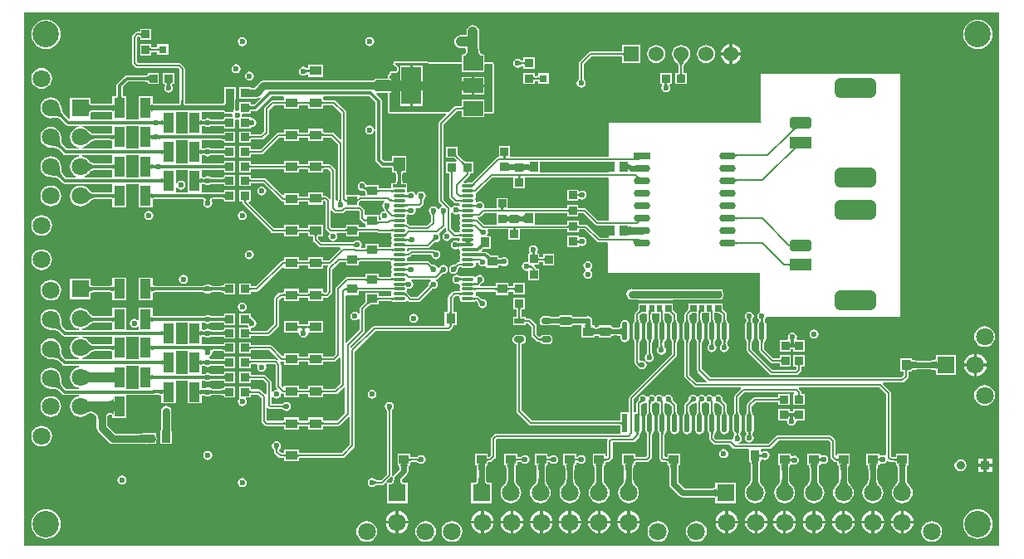
<source format=gtl>
G04*
G04 #@! TF.GenerationSoftware,Altium Limited,Altium Designer,18.1.9 (240)*
G04*
G04 Layer_Physical_Order=1*
G04 Layer_Color=255*
%FSLAX25Y25*%
%MOIN*%
G70*
G01*
G75*
%ADD10C,0.02362*%
%ADD13C,0.01968*%
%ADD14C,0.01000*%
%ADD15C,0.00787*%
%ADD17R,0.03543X0.03937*%
%ADD18R,0.03937X0.03543*%
%ADD19R,0.04803X0.03583*%
%ADD20O,0.06693X0.02992*%
%ADD21R,0.06693X0.02992*%
%ADD22R,0.03347X0.03347*%
%ADD23R,0.04488X0.07992*%
%ADD24R,0.03150X0.03150*%
%ADD25R,0.03347X0.03347*%
%ADD26R,0.05512X0.04528*%
%ADD27R,0.07874X0.14961*%
%ADD28R,0.07874X0.05906*%
%ADD29O,0.05315X0.01181*%
%ADD30R,0.05315X0.01181*%
%ADD31R,0.04528X0.05512*%
%ADD32R,0.02520X0.02756*%
%ADD33R,0.01968X0.02756*%
%ADD34R,0.02165X0.07677*%
%ADD35O,0.02165X0.07677*%
%ADD36R,0.03937X0.02362*%
G04:AMPARAMS|DCode=37|XSize=23.62mil|YSize=39.37mil|CornerRadius=5.91mil|HoleSize=0mil|Usage=FLASHONLY|Rotation=90.000|XOffset=0mil|YOffset=0mil|HoleType=Round|Shape=RoundedRectangle|*
%AMROUNDEDRECTD37*
21,1,0.02362,0.02756,0,0,90.0*
21,1,0.01181,0.03937,0,0,90.0*
1,1,0.01181,0.01378,0.00591*
1,1,0.01181,0.01378,-0.00591*
1,1,0.01181,-0.01378,-0.00591*
1,1,0.01181,-0.01378,0.00591*
%
%ADD37ROUNDEDRECTD37*%
G04:AMPARAMS|DCode=38|XSize=78.74mil|YSize=165.35mil|CornerRadius=19.68mil|HoleSize=0mil|Usage=FLASHONLY|Rotation=90.000|XOffset=0mil|YOffset=0mil|HoleType=Round|Shape=RoundedRectangle|*
%AMROUNDEDRECTD38*
21,1,0.07874,0.12598,0,0,90.0*
21,1,0.03937,0.16535,0,0,90.0*
1,1,0.03937,0.06299,0.01968*
1,1,0.03937,0.06299,-0.01968*
1,1,0.03937,-0.06299,-0.01968*
1,1,0.03937,-0.06299,0.01968*
%
%ADD38ROUNDEDRECTD38*%
%ADD39R,0.08661X0.04724*%
G04:AMPARAMS|DCode=40|XSize=47.24mil|YSize=86.61mil|CornerRadius=11.81mil|HoleSize=0mil|Usage=FLASHONLY|Rotation=90.000|XOffset=0mil|YOffset=0mil|HoleType=Round|Shape=RoundedRectangle|*
%AMROUNDEDRECTD40*
21,1,0.04724,0.06299,0,0,90.0*
21,1,0.02362,0.08661,0,0,90.0*
1,1,0.02362,0.03150,0.01181*
1,1,0.02362,0.03150,-0.01181*
1,1,0.02362,-0.03150,-0.01181*
1,1,0.02362,-0.03150,0.01181*
%
%ADD40ROUNDEDRECTD40*%
%ADD73C,0.03937*%
%ADD74C,0.02953*%
%ADD75C,0.01575*%
%ADD76C,0.01181*%
%ADD77C,0.00709*%
%ADD78C,0.01378*%
%ADD79C,0.03150*%
%ADD80C,0.06000*%
%ADD81R,0.06000X0.06000*%
%ADD82C,0.07087*%
%ADD83R,0.07087X0.07087*%
%ADD84R,0.07087X0.07087*%
%ADD85R,0.03543X0.03543*%
%ADD86C,0.03543*%
%ADD87C,0.10630*%
%ADD88C,0.02362*%
G36*
X392517Y215351D02*
X392517Y1184D01*
X1184D01*
X1184Y215351D01*
X392517Y215351D01*
D02*
G37*
%LPC*%
G36*
X181201Y210366D02*
X180530Y210278D01*
X179905Y210019D01*
X179369Y209608D01*
X178957Y209071D01*
X178698Y208446D01*
X178610Y207776D01*
Y206331D01*
X176378D01*
X175707Y206242D01*
X175083Y205984D01*
X174546Y205572D01*
X174134Y205035D01*
X173876Y204411D01*
X173787Y203740D01*
X173876Y203070D01*
X174134Y202445D01*
X174546Y201908D01*
X175083Y201497D01*
X175707Y201238D01*
X176378Y201150D01*
X178188D01*
X178526Y200782D01*
X178513Y200617D01*
X178428Y200079D01*
X178315Y199635D01*
X178180Y199285D01*
X178033Y199029D01*
X177884Y198860D01*
X177737Y198756D01*
X177575Y198695D01*
X177302Y198665D01*
X177242Y198632D01*
X176762D01*
Y198110D01*
X176725Y198021D01*
X176740Y197985D01*
X176729Y197948D01*
X176762Y197887D01*
Y195979D01*
X176407Y195627D01*
X149911Y195829D01*
X149707Y195746D01*
X149496Y195683D01*
X149480Y195654D01*
X149450Y195642D01*
X149364Y195440D01*
X149260Y195246D01*
X149209Y194746D01*
X149272Y194535D01*
X149315Y194319D01*
X149342Y194301D01*
X149351Y194270D01*
X149545Y194165D01*
X149728Y194043D01*
X150048Y193979D01*
X150422Y193729D01*
X150672Y193355D01*
X150760Y192913D01*
X150672Y192472D01*
X150422Y192097D01*
X150048Y191847D01*
X149606Y191760D01*
X149044Y191871D01*
X148933Y191849D01*
X148822Y191877D01*
X148719Y191861D01*
X148693Y191846D01*
X148663Y191850D01*
X148493Y191810D01*
X148461Y191787D01*
X148422Y191789D01*
X148419Y191787D01*
X148305Y191746D01*
X148268Y191711D01*
X148217Y191706D01*
X148153Y191671D01*
X148115Y191625D01*
X148059Y191609D01*
X148056Y191603D01*
X148050Y191601D01*
X148049Y191601D01*
X148047Y191599D01*
X147983Y191478D01*
X147975Y191475D01*
X147955Y191427D01*
X147950Y191421D01*
X147939Y191410D01*
X147889Y191371D01*
X147868Y191333D01*
X147866Y191316D01*
X147841Y191285D01*
X147846Y191229D01*
X147816Y191175D01*
X147811Y191130D01*
X147638Y190699D01*
X147179Y190509D01*
X146988Y190050D01*
Y188887D01*
X142499D01*
X142463Y188912D01*
X142397Y188899D01*
X142335Y188925D01*
X142245Y188887D01*
X141723D01*
Y188440D01*
X141717Y188431D01*
X141620Y188383D01*
X141429Y188322D01*
X141175Y188268D01*
X139910Y188157D01*
X139373Y188149D01*
X139353Y188141D01*
X97200D01*
X96389Y187979D01*
X95703Y187521D01*
X93393Y185211D01*
X92467Y185226D01*
X92037Y185254D01*
Y185344D01*
X91557D01*
X91495Y185378D01*
X91460Y185367D01*
X91425Y185381D01*
X91335Y185344D01*
X87491D01*
Y180798D01*
X91335D01*
X91425Y180760D01*
X91460Y180774D01*
X91495Y180764D01*
X91557Y180798D01*
X92037D01*
Y180832D01*
X93733Y180943D01*
X94249Y180945D01*
X94291Y180963D01*
X95057Y181115D01*
X95703Y181546D01*
X96022Y181158D01*
X93343Y178480D01*
X92775D01*
X92722Y178504D01*
X92480Y178510D01*
X92291Y178527D01*
X92140Y178552D01*
X92031Y178581D01*
X91973Y178605D01*
X91973Y178611D01*
X91939Y178674D01*
Y179439D01*
X87392D01*
Y176383D01*
X86892Y175973D01*
X86614Y176028D01*
X86336Y175973D01*
X85836Y176383D01*
Y178736D01*
X85874Y178827D01*
X85870Y178836D01*
X85873Y178846D01*
X85831Y180304D01*
X85935Y180798D01*
X85935D01*
Y181286D01*
X85970Y181354D01*
X85961Y181382D01*
X85972Y181410D01*
X85935Y181500D01*
Y185344D01*
X81388D01*
Y181500D01*
X81351Y181410D01*
X81362Y181382D01*
X81353Y181354D01*
X81388Y181286D01*
Y180798D01*
X81421D01*
X81476Y179926D01*
X81290Y179439D01*
X81278Y179008D01*
X80820Y178852D01*
X80274Y178805D01*
X79922Y178799D01*
X79879Y178781D01*
X67018D01*
X66988Y178796D01*
X66965Y178789D01*
X66943Y178799D01*
X66594Y178806D01*
X66026Y178863D01*
X65839Y178903D01*
X65698Y178950D01*
X65660Y178968D01*
X65613Y179701D01*
X65610Y180041D01*
X65580Y180112D01*
Y192913D01*
X65503Y193301D01*
X65283Y193630D01*
X64102Y194811D01*
X63774Y195030D01*
X63386Y195108D01*
X46876D01*
X46289Y195695D01*
Y205092D01*
X46876Y205680D01*
X47310D01*
X47377Y205650D01*
X47509Y205647D01*
X47569Y205641D01*
Y204420D01*
X52116D01*
Y208966D01*
X47569D01*
Y207745D01*
X47509Y207739D01*
X47377Y207736D01*
X47310Y207706D01*
X46457D01*
X46069Y207629D01*
X45740Y207409D01*
X44559Y206228D01*
X44339Y205900D01*
X44262Y205512D01*
Y195276D01*
X44339Y194888D01*
X44559Y194559D01*
X45740Y193378D01*
X46069Y193158D01*
X46457Y193081D01*
X62966D01*
X63554Y192494D01*
Y180112D01*
X63524Y180041D01*
X63521Y179692D01*
X63498Y179098D01*
X63486Y178974D01*
X63436Y178950D01*
X63295Y178903D01*
X63097Y178861D01*
X62848Y178828D01*
X62549Y178806D01*
X62191Y178799D01*
X62169Y178789D01*
X62146Y178796D01*
X62116Y178781D01*
X54101D01*
X54060Y178799D01*
X53706Y178808D01*
X53416Y178834D01*
X53177Y178874D01*
X52991Y178924D01*
X52861Y178977D01*
X52784Y179024D01*
X52750Y179056D01*
X52739Y179072D01*
X52732Y179091D01*
X52720Y179202D01*
X52687Y179264D01*
Y181761D01*
X46998D01*
Y172574D01*
X42214D01*
Y181761D01*
X40857D01*
X40817Y181783D01*
X40811Y181784D01*
X40786Y181844D01*
X40757Y181956D01*
X40731Y182108D01*
X40715Y182300D01*
X40708Y182544D01*
X40684Y182598D01*
Y185479D01*
X42867Y187662D01*
X49843D01*
X49897Y187638D01*
X50141Y187632D01*
X50333Y187615D01*
X50485Y187590D01*
X50597Y187560D01*
X50657Y187536D01*
X50658Y187530D01*
X50679Y187490D01*
Y186703D01*
X55226D01*
Y191250D01*
X50679D01*
Y190463D01*
X50658Y190423D01*
X50657Y190417D01*
X50597Y190393D01*
X50485Y190363D01*
X50333Y190338D01*
X50141Y190321D01*
X49897Y190315D01*
X49843Y190291D01*
X42323D01*
X41820Y190191D01*
X41394Y189906D01*
X38441Y186953D01*
X38156Y186527D01*
X38056Y186024D01*
Y182598D01*
X38032Y182544D01*
X38026Y182300D01*
X38009Y182108D01*
X37984Y181956D01*
X37954Y181844D01*
X37929Y181784D01*
X37924Y181783D01*
X37883Y181761D01*
X36526D01*
Y179242D01*
X36504Y179202D01*
X36492Y179092D01*
X36486Y179074D01*
X36475Y179057D01*
X36440Y179025D01*
X36362Y178978D01*
X36230Y178924D01*
X36042Y178874D01*
X35801Y178834D01*
X35509Y178808D01*
X35153Y178799D01*
X35112Y178781D01*
X29180D01*
X29139Y178799D01*
X28782Y178808D01*
X28490Y178834D01*
X28249Y178874D01*
X28061Y178924D01*
X27929Y178978D01*
X27851Y179025D01*
X27816Y179057D01*
X27805Y179074D01*
X27799Y179092D01*
X27787Y179202D01*
X27765Y179242D01*
Y181309D01*
X19479D01*
Y173048D01*
X19107Y172712D01*
X17105Y174715D01*
X17088Y174764D01*
X16956Y174914D01*
X16842Y175077D01*
X16729Y175276D01*
X16480Y175843D01*
X16369Y176163D01*
X16030Y177453D01*
X15929Y177955D01*
X15876Y178034D01*
X15848Y178247D01*
X15430Y179255D01*
X14766Y180120D01*
X13901Y180784D01*
X12893Y181202D01*
X11811Y181344D01*
X10729Y181202D01*
X9721Y180784D01*
X8856Y180120D01*
X8192Y179255D01*
X7774Y178247D01*
X7632Y177165D01*
X7774Y176084D01*
X8192Y175076D01*
X8856Y174210D01*
X9721Y173546D01*
X10729Y173129D01*
X11811Y172986D01*
X12547Y173083D01*
X12659Y173059D01*
X13081Y173137D01*
X13456Y173182D01*
X13799Y173201D01*
X14111Y173193D01*
X14391Y173161D01*
X14639Y173108D01*
X14857Y173034D01*
X15048Y172942D01*
X15216Y172831D01*
X15398Y172672D01*
X15441Y172658D01*
X15467Y172620D01*
X15486Y172616D01*
X17772Y170331D01*
X18198Y170046D01*
X18701Y169946D01*
X22923D01*
X22955Y169446D01*
X22540Y169391D01*
X21532Y168974D01*
X20667Y168309D01*
X20003Y167444D01*
X19585Y166436D01*
X19443Y165354D01*
X19585Y164273D01*
X20003Y163265D01*
X20667Y162399D01*
X21532Y161735D01*
X22540Y161318D01*
X22955Y161263D01*
X22923Y160763D01*
X18261D01*
X16765Y162259D01*
X16748Y162308D01*
X16598Y162479D01*
X16484Y162648D01*
X16378Y162853D01*
X16281Y163093D01*
X16196Y163371D01*
X16125Y163687D01*
X16071Y164031D01*
X16008Y164861D01*
X16004Y165325D01*
X15990Y165358D01*
X15848Y166436D01*
X15430Y167444D01*
X14766Y168309D01*
X13901Y168974D01*
X12893Y169391D01*
X11811Y169533D01*
X10729Y169391D01*
X9721Y168974D01*
X8856Y168309D01*
X8192Y167444D01*
X7774Y166436D01*
X7632Y165354D01*
X7774Y164273D01*
X8192Y163265D01*
X8856Y162399D01*
X9721Y161735D01*
X10729Y161318D01*
X11792Y161178D01*
X11827Y161162D01*
X12744Y161135D01*
X13126Y161096D01*
X13478Y161040D01*
X13794Y160969D01*
X14072Y160884D01*
X14313Y160788D01*
X14517Y160681D01*
X14686Y160567D01*
X14857Y160417D01*
X14906Y160401D01*
X16787Y158519D01*
X17214Y158235D01*
X17717Y158135D01*
X22923D01*
X22955Y157635D01*
X22540Y157580D01*
X21532Y157162D01*
X20667Y156498D01*
X20003Y155633D01*
X19585Y154625D01*
X19443Y153543D01*
X19585Y152462D01*
X20003Y151454D01*
X20667Y150588D01*
X21532Y149924D01*
X21887Y149777D01*
X21788Y149277D01*
X17936D01*
X16765Y150448D01*
X16748Y150497D01*
X16598Y150668D01*
X16484Y150838D01*
X16378Y151042D01*
X16281Y151282D01*
X16196Y151560D01*
X16125Y151876D01*
X16071Y152220D01*
X16008Y153050D01*
X16004Y153514D01*
X15990Y153547D01*
X15848Y154625D01*
X15430Y155633D01*
X14766Y156498D01*
X13901Y157162D01*
X12893Y157580D01*
X11811Y157722D01*
X10729Y157580D01*
X9721Y157162D01*
X8856Y156498D01*
X8192Y155633D01*
X7774Y154625D01*
X7632Y153543D01*
X7774Y152462D01*
X8192Y151454D01*
X8856Y150588D01*
X9721Y149924D01*
X10729Y149507D01*
X11792Y149367D01*
X11827Y149351D01*
X12744Y149323D01*
X13126Y149285D01*
X13478Y149229D01*
X13794Y149158D01*
X14072Y149073D01*
X14313Y148977D01*
X14517Y148870D01*
X14686Y148756D01*
X14857Y148606D01*
X14906Y148590D01*
X16462Y147034D01*
X16888Y146749D01*
X17391Y146649D01*
X36159D01*
X36526Y146328D01*
X36526Y146149D01*
Y143219D01*
X36504Y143179D01*
X36504Y143173D01*
X36443Y143149D01*
X36332Y143119D01*
X36179Y143094D01*
X35987Y143077D01*
X35743Y143070D01*
X35689Y143046D01*
X29313D01*
X29267Y143069D01*
X29040Y143084D01*
X28840Y143123D01*
X28620Y143192D01*
X28381Y143294D01*
X28125Y143431D01*
X27852Y143604D01*
X27569Y143809D01*
X26939Y144351D01*
X26607Y144676D01*
X26574Y144689D01*
X25712Y145351D01*
X24704Y145769D01*
X23622Y145911D01*
X22540Y145769D01*
X21532Y145351D01*
X20667Y144687D01*
X20003Y143822D01*
X19585Y142814D01*
X19443Y141732D01*
X19585Y140651D01*
X20003Y139643D01*
X20667Y138777D01*
X21532Y138113D01*
X22540Y137696D01*
X23622Y137553D01*
X24704Y137696D01*
X25712Y138113D01*
X26562Y138766D01*
X26598Y138779D01*
X27266Y139408D01*
X27563Y139651D01*
X27852Y139861D01*
X28125Y140034D01*
X28381Y140170D01*
X28620Y140272D01*
X28840Y140341D01*
X29040Y140380D01*
X29267Y140395D01*
X29313Y140418D01*
X35689D01*
X35743Y140394D01*
X35987Y140388D01*
X36179Y140371D01*
X36332Y140346D01*
X36443Y140316D01*
X36504Y140292D01*
X36504Y140286D01*
X36526Y140246D01*
Y137136D01*
X42214D01*
Y146149D01*
X42214Y146328D01*
X42581Y146649D01*
X46631D01*
X46998Y146328D01*
X46998Y146149D01*
Y137136D01*
X52687D01*
Y140224D01*
X52720Y140286D01*
X52721Y140293D01*
X52779Y140317D01*
X52888Y140346D01*
X53039Y140371D01*
X53228Y140388D01*
X53470Y140394D01*
X53523Y140418D01*
X72592D01*
X72609Y140407D01*
X72657Y140416D01*
X72702Y140395D01*
X72924Y140383D01*
X73072Y140357D01*
X73149Y140331D01*
X73216Y140231D01*
X73348Y139807D01*
X73125Y139474D01*
X72987Y138779D01*
X73125Y138084D01*
X73519Y137495D01*
X74108Y137101D01*
X74803Y136963D01*
X75498Y137101D01*
X76087Y137495D01*
X76481Y138084D01*
X76619Y138779D01*
X76481Y139474D01*
X76259Y139807D01*
X76390Y140231D01*
X76458Y140331D01*
X76534Y140357D01*
X76682Y140383D01*
X76904Y140395D01*
X76949Y140416D01*
X76997Y140407D01*
X77015Y140418D01*
X80453D01*
X80507Y140394D01*
X80751Y140388D01*
X80943Y140371D01*
X81096Y140346D01*
X81207Y140316D01*
X81267Y140292D01*
X81268Y140286D01*
X81290Y140246D01*
Y139459D01*
X85836D01*
Y144006D01*
X81290D01*
Y143219D01*
X81268Y143179D01*
X81267Y143173D01*
X81207Y143149D01*
X81096Y143119D01*
X80943Y143094D01*
X80751Y143077D01*
X80507Y143070D01*
X80453Y143046D01*
X74948D01*
X74931Y143058D01*
X74872Y143046D01*
X74734D01*
X74676Y143058D01*
X74659Y143046D01*
X72739D01*
X72372Y143367D01*
X72372Y143546D01*
Y146455D01*
X72405Y146517D01*
X72406Y146524D01*
X72464Y146547D01*
X72573Y146577D01*
X72724Y146602D01*
X72913Y146618D01*
X73138Y146624D01*
X73356Y146620D01*
X73527Y146606D01*
X73578Y146599D01*
X73615Y146592D01*
X73620Y146590D01*
X73620Y146590D01*
X73620Y146590D01*
X73628Y146588D01*
X73654Y146578D01*
X73669Y146579D01*
X74108Y146285D01*
X74803Y146147D01*
X75498Y146285D01*
X75937Y146579D01*
X75952Y146578D01*
X75978Y146588D01*
X75986Y146590D01*
X75986Y146590D01*
X75987Y146590D01*
X75992Y146592D01*
X76009Y146595D01*
X76368Y146624D01*
X76478Y146625D01*
X76534Y146649D01*
X80453D01*
X80507Y146625D01*
X80751Y146618D01*
X80943Y146602D01*
X81096Y146576D01*
X81207Y146547D01*
X81267Y146522D01*
X81268Y146517D01*
X81290Y146476D01*
Y145690D01*
X85836D01*
Y150236D01*
X81290D01*
Y149450D01*
X81268Y149409D01*
X81267Y149404D01*
X81207Y149379D01*
X81096Y149350D01*
X80943Y149324D01*
X80751Y149308D01*
X80507Y149301D01*
X80453Y149277D01*
X76540D01*
X76485Y149301D01*
X76250Y149306D01*
X76079Y149320D01*
X76028Y149327D01*
X75992Y149334D01*
X75987Y149336D01*
X75986Y149336D01*
X75986Y149336D01*
X75978Y149338D01*
X75952Y149348D01*
X75937Y149347D01*
X75498Y149641D01*
X74803Y149779D01*
X74108Y149641D01*
X73669Y149347D01*
X73654Y149348D01*
X73628Y149338D01*
X73620Y149336D01*
X73620Y149336D01*
X73620Y149336D01*
X73615Y149334D01*
X73597Y149331D01*
X73238Y149302D01*
X73142Y149302D01*
X72913Y149308D01*
X72724Y149324D01*
X72573Y149349D01*
X72464Y149379D01*
X72406Y149402D01*
X72405Y149409D01*
X72372Y149471D01*
Y152229D01*
X80453D01*
X80507Y152205D01*
X80751Y152199D01*
X80943Y152182D01*
X81096Y152157D01*
X81207Y152127D01*
X81267Y152102D01*
X81268Y152097D01*
X81290Y152057D01*
Y151270D01*
X85836D01*
Y155816D01*
X81290D01*
Y155030D01*
X81268Y154990D01*
X81267Y154984D01*
X81207Y154960D01*
X81096Y154930D01*
X80943Y154905D01*
X80751Y154888D01*
X80507Y154882D01*
X80453Y154858D01*
X72372D01*
Y157940D01*
X72405Y158003D01*
X72406Y158010D01*
X72464Y158033D01*
X72573Y158063D01*
X72724Y158088D01*
X72913Y158104D01*
X73138Y158110D01*
X73356Y158105D01*
X73527Y158092D01*
X73578Y158085D01*
X73615Y158078D01*
X73620Y158076D01*
X73620Y158076D01*
X73620Y158076D01*
X73628Y158074D01*
X73654Y158064D01*
X73669Y158065D01*
X74108Y157771D01*
X74803Y157633D01*
X75498Y157771D01*
X75937Y158065D01*
X75952Y158064D01*
X75978Y158074D01*
X75986Y158076D01*
X75986Y158076D01*
X75987Y158076D01*
X75992Y158078D01*
X76009Y158081D01*
X76368Y158109D01*
X76478Y158110D01*
X76534Y158135D01*
X80453D01*
X80507Y158111D01*
X80751Y158104D01*
X80943Y158088D01*
X81096Y158062D01*
X81207Y158033D01*
X81267Y158008D01*
X81268Y158002D01*
X81290Y157962D01*
Y157176D01*
X85836D01*
Y161722D01*
X81290D01*
Y160935D01*
X81268Y160895D01*
X81267Y160890D01*
X81207Y160865D01*
X81096Y160835D01*
X80943Y160810D01*
X80751Y160793D01*
X80507Y160787D01*
X80453Y160763D01*
X76540D01*
X76485Y160787D01*
X76250Y160792D01*
X76079Y160806D01*
X76028Y160813D01*
X75992Y160820D01*
X75987Y160821D01*
X75986Y160822D01*
X75986Y160822D01*
X75978Y160824D01*
X75952Y160834D01*
X75937Y160833D01*
X75498Y161127D01*
X74803Y161265D01*
X74108Y161127D01*
X73669Y160833D01*
X73654Y160834D01*
X73628Y160824D01*
X73620Y160822D01*
X73620Y160822D01*
X73620Y160821D01*
X73615Y160820D01*
X73597Y160817D01*
X73239Y160788D01*
X73142Y160787D01*
X72913Y160793D01*
X72724Y160810D01*
X72573Y160835D01*
X72464Y160865D01*
X72406Y160888D01*
X72405Y160895D01*
X72372Y160957D01*
Y164040D01*
X80453D01*
X80507Y164016D01*
X80751Y164010D01*
X80943Y163993D01*
X81096Y163968D01*
X81207Y163938D01*
X81267Y163914D01*
X81268Y163908D01*
X81290Y163868D01*
Y163081D01*
X85836D01*
Y167628D01*
X81290D01*
Y166841D01*
X81268Y166801D01*
X81267Y166795D01*
X81207Y166771D01*
X81096Y166741D01*
X80943Y166716D01*
X80751Y166699D01*
X80507Y166692D01*
X80453Y166669D01*
X72372D01*
Y169752D01*
X72405Y169814D01*
X72406Y169820D01*
X72464Y169844D01*
X72573Y169873D01*
X72724Y169899D01*
X72913Y169915D01*
X73138Y169921D01*
X73356Y169916D01*
X73527Y169903D01*
X73578Y169896D01*
X73615Y169888D01*
X73620Y169887D01*
X73620Y169887D01*
X73620Y169887D01*
X73628Y169885D01*
X73654Y169875D01*
X73669Y169876D01*
X74108Y169582D01*
X74803Y169444D01*
X75498Y169582D01*
X75937Y169876D01*
X75952Y169875D01*
X75978Y169885D01*
X75986Y169887D01*
X75986Y169887D01*
X75987Y169887D01*
X75992Y169888D01*
X76009Y169892D01*
X76368Y169920D01*
X76478Y169922D01*
X76534Y169946D01*
X80453D01*
X80507Y169922D01*
X80751Y169915D01*
X80943Y169898D01*
X81096Y169873D01*
X81207Y169844D01*
X81267Y169819D01*
X81268Y169813D01*
X81290Y169773D01*
Y168987D01*
X85836D01*
Y172041D01*
X86336Y172451D01*
X86614Y172396D01*
X86892Y172452D01*
X87392Y172041D01*
Y168987D01*
X91939D01*
Y169165D01*
X92325Y169482D01*
X92519Y169444D01*
X93214Y169582D01*
X93804Y169975D01*
X94197Y170565D01*
X94336Y171259D01*
X94197Y171955D01*
X93804Y172544D01*
X93214Y172937D01*
X92519Y173075D01*
X92325Y173037D01*
X91939Y173354D01*
Y173533D01*
X88689D01*
X88372Y173920D01*
X88430Y174212D01*
X88372Y174506D01*
X88689Y174892D01*
X91939D01*
Y175657D01*
X91973Y175719D01*
X91973Y175726D01*
X92031Y175750D01*
X92140Y175779D01*
X92291Y175804D01*
X92480Y175821D01*
X92722Y175827D01*
X92775Y175851D01*
X93887D01*
X94390Y175951D01*
X94817Y176236D01*
X100337Y181757D01*
X104862D01*
X105266Y181525D01*
Y180185D01*
X105206Y180180D01*
X105074Y180177D01*
X105007Y180147D01*
X100890D01*
X100503Y180070D01*
X100174Y179850D01*
X97709Y177385D01*
X97489Y177056D01*
X97412Y176669D01*
Y167743D01*
X96037Y166367D01*
X92198D01*
X92131Y166397D01*
X92002Y166401D01*
X91939Y166406D01*
Y167628D01*
X87392D01*
Y163081D01*
X91939D01*
Y164302D01*
X92002Y164308D01*
X92131Y164311D01*
X92198Y164341D01*
X96457D01*
X96844Y164418D01*
X97173Y164638D01*
X99142Y166606D01*
X99361Y166935D01*
X99438Y167323D01*
Y176249D01*
X101310Y178121D01*
X105007D01*
X105074Y178091D01*
X105206Y178087D01*
X105266Y178082D01*
Y176742D01*
X111269D01*
Y178082D01*
X111329Y178087D01*
X111461Y178091D01*
X111528Y178121D01*
X114850D01*
X114916Y178091D01*
X115049Y178087D01*
X115109Y178082D01*
Y176742D01*
X121112D01*
Y178082D01*
X121172Y178087D01*
X121304Y178091D01*
X121371Y178121D01*
X125116D01*
X128327Y174910D01*
Y164649D01*
X127865Y164458D01*
X125307Y167016D01*
X124978Y167235D01*
X124591Y167312D01*
X121371D01*
X121304Y167342D01*
X121172Y167346D01*
X121112Y167351D01*
Y168691D01*
X115109D01*
Y167272D01*
X115049Y167267D01*
X114916Y167263D01*
X114850Y167234D01*
X111528D01*
X111461Y167263D01*
X111329Y167267D01*
X111269Y167272D01*
Y168612D01*
X105266D01*
Y167272D01*
X105206Y167267D01*
X105074Y167263D01*
X105007Y167234D01*
X103228D01*
X102841Y167157D01*
X102512Y166937D01*
X96037Y160462D01*
X92198D01*
X92131Y160492D01*
X92002Y160495D01*
X91939Y160501D01*
Y161722D01*
X87392D01*
Y157176D01*
X91939D01*
Y158397D01*
X92002Y158403D01*
X92131Y158406D01*
X92198Y158436D01*
X96457D01*
X96844Y158513D01*
X97173Y158732D01*
X103648Y165207D01*
X105007D01*
X105074Y165178D01*
X105206Y165174D01*
X105266Y165169D01*
Y163829D01*
X111269D01*
Y165169D01*
X111329Y165174D01*
X111461Y165178D01*
X111528Y165207D01*
X114850D01*
X114916Y165178D01*
X115049Y165174D01*
X115109Y165169D01*
Y163908D01*
X121112D01*
Y165248D01*
X121172Y165253D01*
X121304Y165256D01*
X121371Y165286D01*
X124171D01*
X126940Y162518D01*
Y140110D01*
X126910Y140046D01*
X126907Y139967D01*
X126903Y139959D01*
X126717Y139741D01*
X126710Y139738D01*
X126210Y140071D01*
Y151772D01*
X126133Y152159D01*
X125913Y152488D01*
X124299Y154102D01*
X123970Y154322D01*
X123583Y154399D01*
X121371D01*
X121304Y154429D01*
X121172Y154432D01*
X121112Y154437D01*
Y155777D01*
X115109D01*
Y154437D01*
X115049Y154432D01*
X114916Y154429D01*
X114850Y154399D01*
X111528D01*
X111461Y154429D01*
X111329Y154432D01*
X111269Y154437D01*
Y155777D01*
X105266D01*
Y154595D01*
X105206Y154590D01*
X105074Y154586D01*
X105007Y154557D01*
X92198D01*
X92131Y154586D01*
X92002Y154590D01*
X91939Y154595D01*
Y155816D01*
X87392D01*
Y151270D01*
X91939D01*
Y152491D01*
X92002Y152497D01*
X92131Y152500D01*
X92198Y152530D01*
X105007D01*
X105074Y152500D01*
X105206Y152497D01*
X105266Y152492D01*
Y150995D01*
X111269D01*
Y152334D01*
X111329Y152339D01*
X111461Y152343D01*
X111528Y152373D01*
X114850D01*
X114916Y152343D01*
X115049Y152339D01*
X115109Y152334D01*
Y150995D01*
X121112D01*
Y152334D01*
X121172Y152339D01*
X121304Y152343D01*
X121371Y152373D01*
X123163D01*
X124184Y151352D01*
Y140728D01*
X123944Y140592D01*
X123684Y140544D01*
X122803Y141425D01*
X122474Y141645D01*
X122087Y141722D01*
X121371D01*
X121304Y141752D01*
X121172Y141755D01*
X121112Y141760D01*
Y143100D01*
X115109D01*
Y141524D01*
X115049Y141519D01*
X114916Y141515D01*
X114850Y141486D01*
X111528D01*
X111461Y141515D01*
X111329Y141519D01*
X111269Y141524D01*
Y142864D01*
X105266D01*
Y142260D01*
X104804Y142069D01*
X98194Y148679D01*
X97865Y148899D01*
X97477Y148976D01*
X92198D01*
X92131Y149006D01*
X92002Y149009D01*
X91939Y149015D01*
Y150236D01*
X87392D01*
Y145690D01*
X91939D01*
Y146911D01*
X92002Y146917D01*
X92131Y146920D01*
X92198Y146950D01*
X97057D01*
X104251Y139756D01*
X104580Y139536D01*
X104968Y139459D01*
X105007D01*
X105074Y139429D01*
X105206Y139426D01*
X105266Y139421D01*
Y138081D01*
X111269D01*
Y139421D01*
X111329Y139426D01*
X111461Y139429D01*
X111528Y139459D01*
X114850D01*
X114916Y139429D01*
X115049Y139426D01*
X115109Y139421D01*
Y138317D01*
X121112D01*
Y139657D01*
X121172Y139662D01*
X121304Y139666D01*
X121371Y139696D01*
X121667D01*
X122018Y139344D01*
Y128937D01*
X122096Y128549D01*
X122315Y128221D01*
X123299Y127236D01*
X123476Y127119D01*
X123620Y126853D01*
X123605Y126512D01*
X123322Y126089D01*
X123184Y125394D01*
X123322Y124699D01*
X123716Y124110D01*
X124305Y123716D01*
X125000Y123578D01*
X125695Y123716D01*
X126284Y124110D01*
X126678Y124699D01*
X126816Y125394D01*
X126678Y126089D01*
X126443Y126440D01*
X126710Y126940D01*
X130046D01*
X130113Y126910D01*
X130245Y126906D01*
X130306Y126901D01*
Y125581D01*
X135442D01*
Y127108D01*
X135503Y127113D01*
X135635Y127116D01*
X135702Y127146D01*
X142753D01*
X142947Y127017D01*
X143334Y126940D01*
X148113D01*
X148286Y126730D01*
X148371Y126493D01*
X148378Y126409D01*
X148294Y125984D01*
X148386Y125520D01*
X148650Y125126D01*
Y124874D01*
X148386Y124480D01*
X148294Y124016D01*
X148386Y123551D01*
X148650Y123157D01*
Y122906D01*
X148386Y122512D01*
X148294Y122047D01*
X148378Y121623D01*
X148371Y121539D01*
X148286Y121302D01*
X148113Y121092D01*
X143576D01*
X143509Y121122D01*
X143377Y121125D01*
X143316Y121130D01*
Y122450D01*
X138180D01*
Y120924D01*
X138119Y120919D01*
X137987Y120915D01*
X137920Y120885D01*
X136739D01*
X136530Y121276D01*
X136527Y121385D01*
X136658Y122047D01*
X136520Y122742D01*
X136126Y123331D01*
X135537Y123725D01*
X134842Y123863D01*
X134147Y123725D01*
X133613Y123368D01*
X133550Y123344D01*
X133481Y123277D01*
X133428Y123233D01*
X133377Y123197D01*
X133327Y123167D01*
X133279Y123143D01*
X133231Y123125D01*
X133182Y123110D01*
X133131Y123100D01*
X133078Y123093D01*
X132994Y123090D01*
X132931Y123060D01*
X120499D01*
X119123Y124435D01*
Y125145D01*
X119153Y125212D01*
X119157Y125341D01*
X119162Y125404D01*
X121112D01*
Y130187D01*
X115109D01*
Y128847D01*
X115049Y128842D01*
X114916Y128838D01*
X114850Y128808D01*
X111528D01*
X111461Y128838D01*
X111329Y128842D01*
X111269Y128847D01*
Y130187D01*
X105266D01*
Y128847D01*
X105206Y128842D01*
X105074Y128838D01*
X105007Y128808D01*
X101346D01*
X91195Y138959D01*
X91402Y139459D01*
X91939D01*
Y144006D01*
X87392D01*
Y139459D01*
X88614D01*
X88619Y139399D01*
X88622Y139267D01*
X88652Y139200D01*
Y139056D01*
X88729Y138668D01*
X88949Y138339D01*
X100209Y127079D01*
X100538Y126859D01*
X100926Y126782D01*
X105007D01*
X105074Y126752D01*
X105206Y126749D01*
X105266Y126744D01*
Y125404D01*
X111269D01*
Y126744D01*
X111329Y126749D01*
X111461Y126752D01*
X111528Y126782D01*
X114850D01*
X114916Y126752D01*
X115049Y126749D01*
X115109Y126744D01*
Y125404D01*
X117058D01*
X117064Y125341D01*
X117067Y125212D01*
X117097Y125145D01*
Y124016D01*
X117174Y123628D01*
X117394Y123299D01*
X119362Y121331D01*
X119691Y121111D01*
X120079Y121034D01*
X127792D01*
X127999Y120534D01*
X123360Y115895D01*
X121371D01*
X121304Y115925D01*
X121172Y115928D01*
X121112Y115934D01*
Y117273D01*
X115109D01*
Y115934D01*
X115049Y115928D01*
X114916Y115925D01*
X114850Y115895D01*
X111528D01*
X111461Y115925D01*
X111329Y115928D01*
X111269Y115934D01*
Y117273D01*
X105266D01*
Y115934D01*
X105206Y115928D01*
X105074Y115925D01*
X104949Y115869D01*
X104691Y115818D01*
X104362Y115598D01*
X94108Y105344D01*
X92198D01*
X92131Y105374D01*
X92002Y105377D01*
X91939Y105383D01*
Y106604D01*
X87392D01*
Y102058D01*
X91939D01*
Y103279D01*
X92002Y103284D01*
X92131Y103288D01*
X92198Y103317D01*
X94528D01*
X94915Y103395D01*
X95244Y103614D01*
X104804Y113175D01*
X105266Y112983D01*
Y112491D01*
X111269D01*
Y113830D01*
X111329Y113836D01*
X111461Y113839D01*
X111528Y113869D01*
X114850D01*
X114916Y113839D01*
X115049Y113836D01*
X115109Y113830D01*
Y112491D01*
X121112D01*
Y113830D01*
X121172Y113836D01*
X121304Y113839D01*
X121371Y113869D01*
X122924D01*
X123040Y113589D01*
X123086Y113369D01*
X122883Y113065D01*
X122806Y112677D01*
Y103569D01*
X122218Y102982D01*
X121371D01*
X121304Y103011D01*
X121172Y103015D01*
X121112Y103020D01*
Y104360D01*
X115109D01*
Y103020D01*
X115049Y103015D01*
X114916Y103011D01*
X114850Y102982D01*
X111528D01*
X111461Y103011D01*
X111329Y103015D01*
X111269Y103020D01*
Y104360D01*
X105266D01*
Y103020D01*
X105206Y103015D01*
X105074Y103011D01*
X105007Y102982D01*
X103937D01*
X103549Y102905D01*
X103221Y102685D01*
X101646Y101110D01*
X101426Y100781D01*
X101349Y100394D01*
Y90336D01*
X98641Y87627D01*
X92423D01*
X91980Y87986D01*
X91979Y88490D01*
X92325Y88774D01*
X92519Y88735D01*
X93214Y88873D01*
X93804Y89267D01*
X94197Y89856D01*
X94336Y90551D01*
X94197Y91246D01*
X93804Y91835D01*
X93505Y92035D01*
X93484Y92083D01*
X92656Y92874D01*
X92519Y92927D01*
X92317Y93062D01*
X92077Y93110D01*
X91941Y93169D01*
X91939Y93169D01*
Y94399D01*
X87392D01*
Y89853D01*
X90844D01*
X91155Y89387D01*
X90972Y88887D01*
X87392D01*
Y84341D01*
X91939D01*
Y85562D01*
X92002Y85568D01*
X92131Y85571D01*
X92198Y85601D01*
X99060D01*
X99448Y85678D01*
X99777Y85898D01*
X103079Y89200D01*
X103298Y89528D01*
X103375Y89916D01*
Y99974D01*
X104357Y100955D01*
X105007D01*
X105074Y100926D01*
X105206Y100922D01*
X105266Y100917D01*
Y99577D01*
X111269D01*
Y100917D01*
X111329Y100922D01*
X111461Y100926D01*
X111528Y100955D01*
X114850D01*
X114916Y100926D01*
X115049Y100922D01*
X115109Y100917D01*
Y99577D01*
X121112D01*
Y100917D01*
X121172Y100922D01*
X121304Y100926D01*
X121371Y100955D01*
X122638D01*
X123026Y101032D01*
X123354Y101252D01*
X124535Y102433D01*
X124755Y102762D01*
X124832Y103150D01*
Y112258D01*
X127703Y115129D01*
X130046D01*
X130113Y115099D01*
X130245Y115095D01*
X130306Y115090D01*
Y113770D01*
X135442D01*
Y115296D01*
X135503Y115302D01*
X135635Y115305D01*
X135702Y115335D01*
X148089D01*
X148158Y115305D01*
X148230Y115304D01*
X148334Y115188D01*
X148486Y114813D01*
X148485Y114785D01*
X148485Y114785D01*
X148386Y114638D01*
X148294Y114173D01*
X148386Y113709D01*
X148650Y113315D01*
Y113063D01*
X148386Y112669D01*
X148294Y112205D01*
X148386Y111740D01*
X148650Y111346D01*
Y111095D01*
X148386Y110701D01*
X148294Y110236D01*
X148378Y109812D01*
X148371Y109728D01*
X148286Y109491D01*
X148113Y109281D01*
X143576D01*
X143509Y109311D01*
X143377Y109314D01*
X143316Y109319D01*
Y110639D01*
X138180D01*
Y109113D01*
X138119Y109108D01*
X137987Y109104D01*
X137920Y109075D01*
X130699D01*
X130312Y108997D01*
X129983Y108778D01*
X126252Y105047D01*
X126032Y104718D01*
X125955Y104331D01*
Y78176D01*
X124935Y77155D01*
X121371D01*
X121304Y77185D01*
X121172Y77188D01*
X121112Y77193D01*
Y78533D01*
X115109D01*
Y77193D01*
X115049Y77188D01*
X114916Y77185D01*
X114850Y77155D01*
X111528D01*
X111461Y77185D01*
X111329Y77188D01*
X111269Y77193D01*
Y78533D01*
X105266D01*
Y77524D01*
X104766Y77317D01*
X100658Y81425D01*
X100329Y81645D01*
X99942Y81722D01*
X92198D01*
X92131Y81752D01*
X92002Y81755D01*
X91939Y81761D01*
Y82982D01*
X87392D01*
Y78435D01*
X91939D01*
Y79657D01*
X92002Y79662D01*
X92131Y79666D01*
X92198Y79695D01*
X99522D01*
X102927Y76291D01*
X102608Y75902D01*
X102543Y75946D01*
X102156Y76023D01*
X92198D01*
X92131Y76052D01*
X92002Y76056D01*
X91939Y76061D01*
Y77076D01*
X87392D01*
Y72530D01*
X91939D01*
Y73958D01*
X92002Y73963D01*
X92131Y73966D01*
X92198Y73996D01*
X94560D01*
X94769Y73606D01*
X94772Y73496D01*
X94641Y72835D01*
X94779Y72140D01*
X95173Y71551D01*
X95762Y71157D01*
X96457Y71019D01*
X97152Y71157D01*
X97741Y71551D01*
X98134Y72140D01*
X98273Y72835D01*
X98141Y73496D01*
X98144Y73606D01*
X98353Y73996D01*
X101736D01*
X102215Y73517D01*
Y65079D01*
X102292Y64691D01*
X102512Y64362D01*
X102585Y64289D01*
X102394Y63891D01*
X102346Y63821D01*
X101667Y63686D01*
X101078Y63292D01*
X100923Y63059D01*
X100423Y63211D01*
Y66811D01*
X100346Y67199D01*
X100126Y67527D01*
X98039Y69614D01*
X97711Y69834D01*
X97323Y69911D01*
X92198D01*
X92131Y69941D01*
X92002Y69944D01*
X91939Y69950D01*
Y71171D01*
X87392D01*
Y66624D01*
X91939D01*
Y67846D01*
X92002Y67851D01*
X92131Y67855D01*
X92198Y67884D01*
X96903D01*
X98396Y66391D01*
Y62208D01*
X97896Y62001D01*
X96189Y63709D01*
X95860Y63928D01*
X95472Y64005D01*
X92198D01*
X92131Y64035D01*
X92002Y64038D01*
X91939Y64044D01*
Y65265D01*
X87392D01*
Y60719D01*
X87392Y60719D01*
X87256Y60275D01*
X86905Y59750D01*
X86767Y59055D01*
X86905Y58360D01*
X87299Y57771D01*
X87888Y57377D01*
X88583Y57239D01*
X89278Y57377D01*
X89867Y57771D01*
X90260Y58360D01*
X90399Y59055D01*
X90260Y59750D01*
X89947Y60219D01*
X90130Y60719D01*
X91939D01*
Y61940D01*
X92002Y61946D01*
X92131Y61949D01*
X92198Y61979D01*
X95053D01*
X96428Y60604D01*
Y51181D01*
X96505Y50793D01*
X96724Y50465D01*
X97591Y49599D01*
X97919Y49379D01*
X98307Y49302D01*
X105007D01*
X105074Y49272D01*
X105206Y49269D01*
X105266Y49263D01*
Y47924D01*
X111269D01*
Y49263D01*
X111329Y49269D01*
X111461Y49272D01*
X111528Y49302D01*
X114850D01*
X114916Y49272D01*
X115049Y49269D01*
X115109Y49263D01*
Y47924D01*
X121112D01*
Y49263D01*
X121172Y49269D01*
X121304Y49272D01*
X121371Y49302D01*
X127087D01*
X127474Y49379D01*
X127803Y49599D01*
X131361Y53156D01*
X131861Y52949D01*
Y41758D01*
X128517Y38415D01*
X111528D01*
X111461Y38445D01*
X111329Y38448D01*
X111269Y38453D01*
Y39793D01*
X105266D01*
Y38453D01*
X105206Y38448D01*
X105074Y38445D01*
X105007Y38415D01*
X104357D01*
X103375Y39396D01*
Y39427D01*
X103405Y39491D01*
X103408Y39574D01*
X103415Y39628D01*
X103425Y39678D01*
X103440Y39727D01*
X103459Y39775D01*
X103482Y39824D01*
X103512Y39873D01*
X103548Y39924D01*
X103592Y39977D01*
X103659Y40047D01*
X103683Y40110D01*
X104040Y40644D01*
X104178Y41339D01*
X104040Y42033D01*
X103646Y42623D01*
X103057Y43016D01*
X102362Y43155D01*
X101667Y43016D01*
X101078Y42623D01*
X100684Y42033D01*
X100546Y41339D01*
X100684Y40644D01*
X101041Y40110D01*
X101066Y40047D01*
X101132Y39977D01*
X101176Y39924D01*
X101212Y39873D01*
X101242Y39824D01*
X101266Y39775D01*
X101285Y39727D01*
X101299Y39678D01*
X101310Y39628D01*
X101316Y39574D01*
X101320Y39491D01*
X101349Y39427D01*
Y38976D01*
X101426Y38589D01*
X101646Y38260D01*
X103221Y36685D01*
X103549Y36465D01*
X103937Y36388D01*
X105007D01*
X105074Y36359D01*
X105206Y36355D01*
X105266Y36350D01*
Y35010D01*
X111269D01*
Y36350D01*
X111329Y36355D01*
X111461Y36359D01*
X111528Y36388D01*
X128937D01*
X129325Y36465D01*
X129653Y36685D01*
X133590Y40622D01*
X133810Y40951D01*
X133887Y41339D01*
Y79305D01*
X142152Y87569D01*
X171260D01*
X171648Y87647D01*
X171976Y87866D01*
X172960Y88850D01*
X173180Y89179D01*
X173257Y89567D01*
Y89692D01*
X173287Y89759D01*
X173290Y89891D01*
X173296Y89951D01*
X174616D01*
Y95088D01*
X173296D01*
X173290Y95148D01*
X173287Y95280D01*
X173257Y95347D01*
Y100565D01*
X174042Y101349D01*
X175672D01*
X175845Y101139D01*
X175930Y100902D01*
X175937Y100818D01*
X175853Y100394D01*
X175945Y99929D01*
X176209Y99535D01*
X176602Y99272D01*
X177067Y99180D01*
X181201D01*
X181385Y99217D01*
X181427Y99199D01*
X181545Y99248D01*
X181665Y99272D01*
X181668Y99274D01*
X181702Y99278D01*
X181728Y99278D01*
X181738Y99283D01*
X181747Y99284D01*
X181763Y99293D01*
X181783Y99299D01*
X181826Y99309D01*
X181869Y99317D01*
X182300Y99349D01*
X182428Y99351D01*
X182498Y99380D01*
X182651D01*
X182971Y99061D01*
X182995Y98995D01*
X183052Y98933D01*
X183085Y98891D01*
X183114Y98848D01*
X183138Y98803D01*
X183159Y98755D01*
X183176Y98704D01*
X183190Y98648D01*
X183201Y98587D01*
X183207Y98518D01*
X183209Y98422D01*
X183236Y98360D01*
X183362Y97730D01*
X183755Y97141D01*
X184344Y96747D01*
X185039Y96609D01*
X185734Y96747D01*
X186323Y97141D01*
X186717Y97730D01*
X186855Y98425D01*
X186717Y99120D01*
X186323Y99709D01*
X185734Y100103D01*
X185104Y100228D01*
X185043Y100256D01*
X184946Y100258D01*
X184878Y100264D01*
X184816Y100275D01*
X184760Y100288D01*
X184709Y100306D01*
X184662Y100327D01*
X184617Y100351D01*
X184574Y100379D01*
X184531Y100413D01*
X184470Y100469D01*
X184404Y100493D01*
X183787Y101110D01*
X183459Y101330D01*
X183071Y101407D01*
X182596D01*
X182423Y101617D01*
X182338Y101854D01*
X182330Y101938D01*
X182415Y102362D01*
X182330Y102787D01*
X182338Y102870D01*
X182423Y103108D01*
X182596Y103317D01*
X190086D01*
X190153Y103288D01*
X190285Y103284D01*
X190345Y103279D01*
Y101959D01*
X195482D01*
Y103279D01*
X195542Y103284D01*
X195674Y103288D01*
X195741Y103317D01*
X197271D01*
X197338Y103288D01*
X197470Y103284D01*
X197530Y103279D01*
Y102264D01*
X202076D01*
Y106810D01*
X197530D01*
Y105382D01*
X197470Y105377D01*
X197338Y105374D01*
X197271Y105344D01*
X195741D01*
X195674Y105374D01*
X195542Y105377D01*
X195482Y105382D01*
Y106702D01*
X190345D01*
Y105382D01*
X190285Y105377D01*
X190153Y105374D01*
X190086Y105344D01*
X184168D01*
X183931Y105767D01*
X183969Y105861D01*
X184121Y106013D01*
X184702Y106567D01*
X184827Y106674D01*
X184853Y106694D01*
X184879Y106712D01*
X184949Y106816D01*
X185200Y106984D01*
X185594Y107573D01*
X185732Y108268D01*
X185594Y108963D01*
X185200Y109552D01*
X184611Y109945D01*
X183916Y110084D01*
X183221Y109945D01*
X182632Y109552D01*
X182504Y109360D01*
X182059Y109126D01*
X181665Y109389D01*
X181201Y109482D01*
X177067D01*
X176883Y109445D01*
X176841Y109462D01*
X176723Y109413D01*
X176602Y109389D01*
X176600Y109387D01*
X176566Y109383D01*
X176540Y109383D01*
X176529Y109379D01*
X176521Y109378D01*
X176505Y109369D01*
X176484Y109362D01*
X176442Y109352D01*
X176398Y109344D01*
X176351Y109341D01*
X176336Y109345D01*
X176288Y109364D01*
X176239Y109388D01*
X176190Y109418D01*
X176139Y109454D01*
X176086Y109498D01*
X176016Y109564D01*
X175953Y109589D01*
X175419Y109945D01*
X174724Y110084D01*
X174029Y109945D01*
X173440Y109552D01*
X173047Y108963D01*
X172908Y108268D01*
X173047Y107573D01*
X173440Y106984D01*
X174029Y106590D01*
X174724Y106452D01*
X175419Y106590D01*
X175853Y106299D01*
X175945Y105835D01*
X176209Y105441D01*
Y105189D01*
X175945Y104795D01*
X175853Y104331D01*
X175937Y103906D01*
X175930Y103823D01*
X175845Y103585D01*
X175672Y103375D01*
X173622D01*
X173234Y103298D01*
X172906Y103079D01*
X171528Y101701D01*
X171308Y101372D01*
X171231Y100984D01*
Y95347D01*
X171201Y95280D01*
X171198Y95148D01*
X171193Y95088D01*
X169872D01*
Y89951D01*
X169523Y89596D01*
X141732D01*
X141345Y89519D01*
X141016Y89299D01*
X132563Y80846D01*
X132058Y81038D01*
X132016Y81371D01*
X137527Y86882D01*
X137747Y87211D01*
X137824Y87598D01*
Y96037D01*
X139369Y97582D01*
X139439Y97610D01*
X139582Y97747D01*
X139701Y97853D01*
X139805Y97935D01*
X139889Y97993D01*
X139941Y98022D01*
X140091D01*
X140215Y97995D01*
X140255Y98020D01*
X140303Y98017D01*
X140309Y98022D01*
X143316D01*
Y99342D01*
X143377Y99347D01*
X143509Y99351D01*
X143576Y99380D01*
X148211D01*
X148281Y99351D01*
X148418Y99349D01*
X148649Y99339D01*
X148828Y99319D01*
X148883Y99309D01*
X148925Y99299D01*
X148946Y99293D01*
X148962Y99284D01*
X148970Y99283D01*
X148981Y99278D01*
X149007Y99278D01*
X149041Y99274D01*
X149043Y99272D01*
X149164Y99248D01*
X149282Y99199D01*
X149324Y99217D01*
X149508Y99180D01*
X153642D01*
X154106Y99272D01*
X154500Y99535D01*
X154540Y99596D01*
X155181Y99662D01*
X155372Y99471D01*
X155701Y99251D01*
X156089Y99174D01*
X159242D01*
X159630Y99251D01*
X159959Y99471D01*
X164719Y104231D01*
X164785Y104255D01*
X164846Y104312D01*
X164889Y104345D01*
X164932Y104374D01*
X164977Y104398D01*
X165024Y104419D01*
X165075Y104436D01*
X165131Y104450D01*
X165193Y104460D01*
X165261Y104467D01*
X165358Y104469D01*
X165419Y104496D01*
X166049Y104622D01*
X166638Y105015D01*
X167032Y105604D01*
X167170Y106299D01*
X167032Y106994D01*
X166638Y107583D01*
X166380Y107756D01*
X166378Y107782D01*
X166507Y108272D01*
X166726Y108316D01*
X167055Y108536D01*
X168656Y110136D01*
X168722Y110161D01*
X168783Y110217D01*
X168825Y110250D01*
X168869Y110279D01*
X168913Y110303D01*
X168961Y110324D01*
X169012Y110341D01*
X169068Y110355D01*
X169130Y110366D01*
X169198Y110372D01*
X169294Y110374D01*
X169356Y110401D01*
X169986Y110527D01*
X170575Y110920D01*
X170969Y111510D01*
X171107Y112205D01*
X170969Y112899D01*
X170575Y113489D01*
X169986Y113882D01*
X169291Y114021D01*
X168596Y113882D01*
X168007Y113489D01*
X167613Y112899D01*
X167578Y112720D01*
X167068D01*
X167032Y112900D01*
X166638Y113489D01*
X166049Y113883D01*
X165419Y114008D01*
X165358Y114035D01*
X165261Y114037D01*
X165193Y114044D01*
X165131Y114054D01*
X165075Y114068D01*
X165024Y114085D01*
X164977Y114106D01*
X164932Y114130D01*
X164889Y114159D01*
X164846Y114192D01*
X164785Y114249D01*
X164719Y114273D01*
X163896Y115096D01*
X163567Y115316D01*
X163180Y115393D01*
X155175D01*
X155057Y115474D01*
X154898Y115655D01*
X154812Y115921D01*
X154856Y116142D01*
X154771Y116566D01*
X154779Y116650D01*
X154864Y116887D01*
X155037Y117097D01*
X155389D01*
X155777Y117174D01*
X156105Y117394D01*
X156999Y118287D01*
X164377D01*
X164523Y118110D01*
X164661Y117415D01*
X165055Y116826D01*
X165644Y116432D01*
X166339Y116294D01*
X167034Y116432D01*
X167623Y116826D01*
X168016Y117415D01*
X168155Y118110D01*
X168016Y118805D01*
X167623Y119394D01*
X167034Y119788D01*
X166339Y119926D01*
X166085Y119876D01*
X166065Y119884D01*
X166065Y119884D01*
X166042Y119900D01*
X165938Y119988D01*
X165877Y120046D01*
X165739Y120101D01*
X165536Y120237D01*
X165148Y120314D01*
X156579D01*
X156192Y120237D01*
X155863Y120017D01*
X155172Y119327D01*
X154776Y119606D01*
X154771Y119654D01*
X154856Y120079D01*
X154811Y120305D01*
X154862Y120494D01*
X154883Y120549D01*
X155057Y120747D01*
X155175Y120828D01*
X163180D01*
X163567Y120905D01*
X163896Y121124D01*
X165703Y122932D01*
X165769Y122956D01*
X165830Y123013D01*
X165873Y123046D01*
X165916Y123074D01*
X165961Y123099D01*
X166008Y123119D01*
X166060Y123137D01*
X166115Y123151D01*
X166177Y123161D01*
X166245Y123168D01*
X166342Y123170D01*
X166403Y123197D01*
X167034Y123322D01*
X167623Y123716D01*
X168016Y124305D01*
X168155Y125000D01*
X168016Y125695D01*
X167623Y126284D01*
X167662Y126859D01*
X169953Y129150D01*
X170178Y129115D01*
X170453Y128971D01*
Y128140D01*
X170530Y127753D01*
X170589Y127664D01*
X170384Y127118D01*
X170378Y127113D01*
X170171Y127071D01*
X169582Y126678D01*
X169188Y126089D01*
X169050Y125394D01*
X169188Y124699D01*
X169582Y124110D01*
X170171Y123716D01*
X170866Y123578D01*
X171561Y123716D01*
X172150Y124110D01*
X172544Y124699D01*
X172584Y124901D01*
X172599Y124918D01*
X173136Y125114D01*
X173234Y125048D01*
X173622Y124971D01*
X175672D01*
X175845Y124761D01*
X175930Y124524D01*
X175937Y124440D01*
X175853Y124016D01*
X175879Y123886D01*
X175790Y123686D01*
X175489Y123404D01*
X175438Y123411D01*
X175401Y123418D01*
X175396Y123420D01*
X175396Y123420D01*
X175395Y123420D01*
X175388Y123422D01*
X175362Y123432D01*
X175347Y123432D01*
X174908Y123725D01*
X174213Y123863D01*
X173518Y123725D01*
X172929Y123331D01*
X172535Y122742D01*
X172397Y122047D01*
X172535Y121352D01*
X172929Y120763D01*
X173518Y120370D01*
X174213Y120231D01*
X174908Y120370D01*
X175347Y120663D01*
X175362Y120662D01*
X175388Y120672D01*
X175395Y120674D01*
X175396Y120674D01*
X175396Y120675D01*
X175401Y120676D01*
X175418Y120679D01*
X175484Y120685D01*
X175867Y120265D01*
X175879Y120209D01*
X175853Y120079D01*
X175945Y119614D01*
X176209Y119220D01*
Y118969D01*
X175945Y118575D01*
X175853Y118110D01*
X175945Y117646D01*
X176209Y117252D01*
Y117000D01*
X175945Y116606D01*
X175853Y116142D01*
X175937Y115717D01*
X175930Y115633D01*
X175845Y115396D01*
X175672Y115186D01*
X175394D01*
X175006Y115109D01*
X174677Y114890D01*
X174060Y114273D01*
X173995Y114249D01*
X173933Y114192D01*
X173891Y114159D01*
X173847Y114130D01*
X173803Y114106D01*
X173755Y114085D01*
X173704Y114068D01*
X173648Y114054D01*
X173587Y114044D01*
X173518Y114037D01*
X173422Y114035D01*
X173360Y114008D01*
X172730Y113883D01*
X172141Y113489D01*
X171747Y112900D01*
X171609Y112205D01*
X171747Y111510D01*
X172141Y110921D01*
X172730Y110527D01*
X173425Y110389D01*
X174120Y110527D01*
X174709Y110921D01*
X175103Y111510D01*
X175228Y112140D01*
X175256Y112201D01*
X175258Y112298D01*
X175264Y112366D01*
X175275Y112428D01*
X175288Y112484D01*
X175306Y112535D01*
X175327Y112582D01*
X175351Y112627D01*
X175379Y112670D01*
X175413Y112713D01*
X175469Y112774D01*
X175483Y112811D01*
X175840Y113130D01*
X175977Y113129D01*
X176208Y113118D01*
X176387Y113099D01*
X176442Y113089D01*
X176484Y113079D01*
X176505Y113072D01*
X176521Y113063D01*
X176529Y113062D01*
X176540Y113058D01*
X176566Y113058D01*
X176600Y113054D01*
X176602Y113052D01*
X176723Y113028D01*
X176841Y112979D01*
X176883Y112996D01*
X177067Y112959D01*
X181201D01*
X181665Y113052D01*
X182059Y113315D01*
X182322Y113709D01*
X182415Y114173D01*
X182330Y114598D01*
X182338Y114681D01*
X182423Y114919D01*
X182596Y115129D01*
X183229D01*
X183362Y114462D01*
X183755Y113873D01*
X184344Y113480D01*
X185039Y113341D01*
X185734Y113480D01*
X185908Y113596D01*
X186408Y113328D01*
Y112963D01*
X191545D01*
Y113848D01*
X191567Y113888D01*
X191567Y113894D01*
X191628Y113918D01*
X191739Y113948D01*
X191892Y113973D01*
X192084Y113990D01*
X192195Y113993D01*
X192273Y113991D01*
X192444Y113978D01*
X192495Y113971D01*
X192532Y113963D01*
X192537Y113962D01*
X192537Y113962D01*
X192538Y113962D01*
X192546Y113960D01*
X192571Y113950D01*
X192586Y113950D01*
X193026Y113657D01*
X193720Y113519D01*
X194415Y113657D01*
X195004Y114051D01*
X195398Y114640D01*
X195536Y115335D01*
X195398Y116030D01*
X195004Y116619D01*
X194415Y117012D01*
X193720Y117151D01*
X193026Y117012D01*
X192586Y116719D01*
X192571Y116719D01*
X192546Y116710D01*
X192538Y116708D01*
X192537Y116708D01*
X192537Y116707D01*
X192532Y116706D01*
X192515Y116702D01*
X192186Y116677D01*
X192084Y116679D01*
X191892Y116696D01*
X191739Y116721D01*
X191628Y116751D01*
X191567Y116776D01*
X191567Y116781D01*
X191545Y116821D01*
Y117706D01*
X189061D01*
X189058Y117709D01*
X189039Y117706D01*
X189001D01*
X188964Y117727D01*
X188889Y117706D01*
X188510D01*
X188413Y117762D01*
X188271Y117861D01*
X187887Y118185D01*
X187668Y118397D01*
X187607Y118421D01*
X187059Y118969D01*
X186665Y119232D01*
X186201Y119324D01*
X186201Y119324D01*
X184745D01*
X184649Y119531D01*
X184604Y119824D01*
X185008Y120202D01*
X185188Y120347D01*
X185343Y120456D01*
X185355Y120463D01*
X185653D01*
X185691Y120442D01*
X185746Y120457D01*
X185799Y120438D01*
X185851Y120463D01*
X188425D01*
Y125600D01*
X187128D01*
X186863Y126100D01*
X187110Y126470D01*
X187249Y127165D01*
X187115Y127839D01*
X187107Y127927D01*
X187368Y128339D01*
X195561D01*
Y124183D01*
X200108D01*
Y128339D01*
X219001D01*
X219070Y128308D01*
X219183Y128305D01*
Y127235D01*
X223730D01*
Y128305D01*
X223843Y128308D01*
X223912Y128339D01*
X225995D01*
X231006Y123328D01*
X231321Y123117D01*
X231694Y123043D01*
X231694Y123043D01*
X235208D01*
X235560Y122688D01*
X235486Y110827D01*
X296535D01*
X296535Y95132D01*
X296490Y95123D01*
X295901Y94729D01*
X295507Y94140D01*
X295369Y93445D01*
X295507Y92750D01*
X295864Y92216D01*
X295888Y92153D01*
X295955Y92083D01*
X295999Y92031D01*
X296035Y91979D01*
X296065Y91930D01*
X296089Y91882D01*
X296108Y91833D01*
X296122Y91785D01*
X296133Y91734D01*
X296135Y91714D01*
X296129Y91620D01*
X296115Y91503D01*
X296107Y91461D01*
X295972Y91371D01*
X295955Y91345D01*
X295948Y91342D01*
X295940Y91323D01*
X295918Y91290D01*
X295887Y91271D01*
X295875Y91226D01*
X295600Y90814D01*
X295469Y90158D01*
Y84646D01*
X295600Y83989D01*
X295875Y83577D01*
X295887Y83532D01*
X295918Y83513D01*
X295940Y83480D01*
X295948Y83461D01*
X295955Y83458D01*
X295972Y83433D01*
X296107Y83342D01*
X296113Y83310D01*
X296139Y83028D01*
X296142Y82850D01*
X296172Y82782D01*
Y79783D01*
X296249Y79396D01*
X296469Y79067D01*
X300760Y74776D01*
X301089Y74556D01*
X301476Y74479D01*
X304043D01*
X304109Y74449D01*
X304241Y74446D01*
X304302Y74441D01*
Y73219D01*
X308848D01*
Y77765D01*
X304302D01*
Y76544D01*
X304241Y76538D01*
X304109Y76535D01*
X304043Y76505D01*
X301896D01*
X298198Y80203D01*
Y82782D01*
X298228Y82850D01*
X298232Y83036D01*
X298241Y83183D01*
X298255Y83301D01*
X298263Y83342D01*
X298398Y83433D01*
X298415Y83458D01*
X298422Y83461D01*
X298430Y83480D01*
X298452Y83513D01*
X298483Y83532D01*
X298495Y83577D01*
X298770Y83989D01*
X298901Y84646D01*
Y90158D01*
X298770Y90814D01*
X298495Y91226D01*
X298483Y91271D01*
X298452Y91290D01*
X298430Y91323D01*
X298422Y91342D01*
X298415Y91345D01*
X298398Y91371D01*
X298263Y91461D01*
X298257Y91493D01*
X298236Y91723D01*
X298237Y91734D01*
X298248Y91785D01*
X298263Y91834D01*
X298282Y91882D01*
X298305Y91930D01*
X298335Y91979D01*
X298371Y92031D01*
X298415Y92083D01*
X298482Y92153D01*
X298506Y92216D01*
X298863Y92750D01*
X298974Y93307D01*
X352835Y93307D01*
Y190965D01*
X296850D01*
Y171772D01*
X297097Y171525D01*
X296906Y171063D01*
X235807D01*
Y162079D01*
X235778Y157469D01*
X196171D01*
Y161820D01*
X191624D01*
Y157897D01*
X191433Y157469D01*
X191061Y157395D01*
X190745Y157184D01*
X190745Y157184D01*
X181066Y147505D01*
X180994Y147477D01*
X180838Y147325D01*
X180643Y147154D01*
X179134D01*
X178761Y147080D01*
X178467Y146883D01*
X177566D01*
X177359Y147383D01*
X179691Y149715D01*
X179910Y150043D01*
X179987Y150431D01*
Y150688D01*
X180017Y150755D01*
X180020Y150887D01*
X180026Y150947D01*
X181247D01*
Y155494D01*
X178576D01*
X178528Y155523D01*
X178476Y155511D01*
X178427Y155531D01*
X178336Y155494D01*
X178247D01*
X178239Y155498D01*
X178160Y155553D01*
X177910Y155765D01*
X177764Y155906D01*
X177694Y155933D01*
X175387Y158241D01*
X175362Y158307D01*
X175103Y158587D01*
X175023Y158687D01*
X174964Y158772D01*
X174941Y158812D01*
Y159029D01*
X174955Y159098D01*
X174941Y159120D01*
Y161596D01*
X170395D01*
Y157050D01*
X173364D01*
X173428Y157024D01*
X173481Y157047D01*
X173538Y157035D01*
X173560Y157050D01*
X173614D01*
X173658Y157018D01*
X173924Y156791D01*
X174081Y156639D01*
X174151Y156611D01*
X174768Y155994D01*
X174561Y155494D01*
X170395D01*
Y150947D01*
X171616D01*
X171621Y150887D01*
X171625Y150755D01*
X171654Y150688D01*
Y141475D01*
X171732Y141088D01*
X171951Y140759D01*
X173663Y139047D01*
X173992Y138828D01*
X174379Y138751D01*
X175672D01*
X175845Y138541D01*
X175930Y138303D01*
X175937Y138220D01*
X175875Y137906D01*
X175556Y137698D01*
X175374Y137639D01*
X175104Y137820D01*
X174409Y137958D01*
X173714Y137820D01*
X173125Y137426D01*
X172913Y137108D01*
X172665Y137111D01*
X172359Y137179D01*
X172182Y137444D01*
X169320Y140306D01*
Y170447D01*
X174829Y175955D01*
X176503D01*
X176570Y175926D01*
X176699Y175922D01*
X176762Y175917D01*
Y173416D01*
X185836D01*
Y174885D01*
X188976D01*
X189436Y175075D01*
X189626Y175534D01*
Y194882D01*
X189531Y195110D01*
X189439Y195338D01*
X189437Y195339D01*
X189436Y195341D01*
X189208Y195435D01*
X188981Y195531D01*
X186196Y195553D01*
X186187Y195560D01*
X185836Y195947D01*
Y198632D01*
X185247D01*
X185207Y198653D01*
X184909Y198685D01*
X184723Y198751D01*
X184559Y198861D01*
X184399Y199034D01*
X184243Y199290D01*
X184101Y199638D01*
X183982Y200081D01*
X183893Y200618D01*
X183838Y201244D01*
X183818Y201974D01*
X183791Y202034D01*
Y203740D01*
Y207776D01*
X183703Y208446D01*
X183444Y209071D01*
X183033Y209608D01*
X182496Y210019D01*
X181871Y210278D01*
X181201Y210366D01*
D02*
G37*
G36*
X139764Y205556D02*
X139069Y205418D01*
X138480Y205024D01*
X138086Y204435D01*
X137948Y203740D01*
X138086Y203045D01*
X138480Y202456D01*
X139069Y202062D01*
X139764Y201924D01*
X140459Y202062D01*
X141048Y202456D01*
X141442Y203045D01*
X141580Y203740D01*
X141442Y204435D01*
X141048Y205024D01*
X140459Y205418D01*
X139764Y205556D01*
D02*
G37*
G36*
X88583D02*
X87888Y205418D01*
X87299Y205024D01*
X86905Y204435D01*
X86767Y203740D01*
X86905Y203045D01*
X87299Y202456D01*
X87888Y202062D01*
X88583Y201924D01*
X89278Y202062D01*
X89867Y202456D01*
X90260Y203045D01*
X90399Y203740D01*
X90260Y204435D01*
X89867Y205024D01*
X89278Y205418D01*
X88583Y205556D01*
D02*
G37*
G36*
X383858Y212636D02*
X382699Y212522D01*
X381584Y212184D01*
X380556Y211635D01*
X379656Y210896D01*
X378916Y209995D01*
X378367Y208967D01*
X378029Y207852D01*
X377915Y206693D01*
X378029Y205533D01*
X378367Y204418D01*
X378916Y203391D01*
X379656Y202490D01*
X380556Y201751D01*
X381584Y201202D01*
X382699Y200864D01*
X383858Y200749D01*
X385018Y200864D01*
X386133Y201202D01*
X387160Y201751D01*
X388061Y202490D01*
X388800Y203391D01*
X389349Y204418D01*
X389688Y205533D01*
X389802Y206693D01*
X389688Y207852D01*
X389349Y208967D01*
X388800Y209995D01*
X388061Y210896D01*
X387160Y211635D01*
X386133Y212184D01*
X385018Y212522D01*
X383858Y212636D01*
D02*
G37*
G36*
X9843D02*
X8683Y212522D01*
X7568Y212184D01*
X6540Y211635D01*
X5640Y210896D01*
X4901Y209995D01*
X4351Y208967D01*
X4013Y207852D01*
X3899Y206693D01*
X4013Y205533D01*
X4351Y204418D01*
X4901Y203391D01*
X5640Y202490D01*
X6540Y201751D01*
X7568Y201202D01*
X8683Y200864D01*
X9843Y200749D01*
X11002Y200864D01*
X12117Y201202D01*
X13145Y201751D01*
X14045Y202490D01*
X14784Y203391D01*
X15334Y204418D01*
X15672Y205533D01*
X15786Y206693D01*
X15672Y207852D01*
X15334Y208967D01*
X14784Y209995D01*
X14045Y210896D01*
X13145Y211635D01*
X12117Y212184D01*
X11002Y212522D01*
X9843Y212636D01*
D02*
G37*
G36*
X285354Y202776D02*
Y199409D01*
X288721D01*
X288661Y199863D01*
X288258Y200836D01*
X287617Y201672D01*
X286781Y202313D01*
X285808Y202716D01*
X285354Y202776D01*
D02*
G37*
G36*
X284173D02*
X283720Y202716D01*
X282747Y202313D01*
X281911Y201672D01*
X281270Y200836D01*
X280867Y199863D01*
X280807Y199409D01*
X284173D01*
Y202776D01*
D02*
G37*
G36*
X52116Y202864D02*
X47569D01*
Y198317D01*
X52116D01*
Y199539D01*
X52176Y199544D01*
X52308Y199548D01*
X52375Y199577D01*
X54298D01*
X54365Y199548D01*
X54497Y199544D01*
X54558Y199539D01*
Y198416D01*
X58907D01*
Y202765D01*
X54558D01*
Y201642D01*
X54497Y201637D01*
X54365Y201634D01*
X54298Y201604D01*
X52375D01*
X52308Y201634D01*
X52176Y201637D01*
X52116Y201642D01*
Y202864D01*
D02*
G37*
G36*
X206013Y197352D02*
X201467D01*
Y196402D01*
X201252Y196253D01*
X200977Y196125D01*
X200924Y196131D01*
X200873Y196142D01*
X200824Y196156D01*
X200776Y196175D01*
X200728Y196199D01*
X200678Y196229D01*
X200627Y196265D01*
X200574Y196309D01*
X200504Y196375D01*
X200442Y196400D01*
X199908Y196756D01*
X199213Y196895D01*
X198518Y196756D01*
X197929Y196363D01*
X197535Y195774D01*
X197397Y195079D01*
X197535Y194384D01*
X197929Y193795D01*
X198518Y193401D01*
X199213Y193263D01*
X199908Y193401D01*
X200442Y193758D01*
X200504Y193782D01*
X200574Y193849D01*
X200627Y193893D01*
X200678Y193929D01*
X200728Y193958D01*
X200776Y193982D01*
X200824Y194001D01*
X200873Y194016D01*
X200924Y194026D01*
X200977Y194033D01*
X201252Y193904D01*
X201467Y193756D01*
Y192806D01*
X206013D01*
Y197352D01*
D02*
G37*
G36*
X248364Y202419D02*
X241164D01*
Y199871D01*
X241104Y199865D01*
X240971Y199862D01*
X240905Y199832D01*
X228346D01*
X227959Y199755D01*
X227630Y199535D01*
X223988Y195894D01*
X223769Y195565D01*
X223692Y195177D01*
Y188920D01*
X223662Y188856D01*
X223659Y188773D01*
X223652Y188719D01*
X223642Y188668D01*
X223627Y188619D01*
X223608Y188571D01*
X223584Y188523D01*
X223555Y188473D01*
X223518Y188422D01*
X223475Y188370D01*
X223408Y188300D01*
X223384Y188237D01*
X223027Y187703D01*
X222889Y187008D01*
X223027Y186313D01*
X223421Y185724D01*
X224010Y185330D01*
X224705Y185192D01*
X225400Y185330D01*
X225989Y185724D01*
X226382Y186313D01*
X226521Y187008D01*
X226382Y187703D01*
X226026Y188237D01*
X226001Y188300D01*
X225935Y188370D01*
X225891Y188422D01*
X225855Y188473D01*
X225825Y188523D01*
X225801Y188571D01*
X225782Y188619D01*
X225768Y188668D01*
X225757Y188719D01*
X225751Y188773D01*
X225747Y188856D01*
X225718Y188920D01*
Y194757D01*
X228766Y197806D01*
X240905D01*
X240971Y197776D01*
X241104Y197773D01*
X241164Y197767D01*
Y195219D01*
X248364D01*
Y202419D01*
D02*
G37*
G36*
X274764Y202450D02*
X273824Y202326D01*
X272948Y201963D01*
X272196Y201386D01*
X271619Y200634D01*
X271256Y199759D01*
X271133Y198819D01*
X271256Y197879D01*
X271619Y197003D01*
X272196Y196251D01*
X272948Y195674D01*
X273824Y195312D01*
X274764Y195188D01*
X275704Y195312D01*
X276579Y195674D01*
X277331Y196251D01*
X277908Y197003D01*
X278271Y197879D01*
X278395Y198819D01*
X278271Y199759D01*
X277908Y200634D01*
X277331Y201386D01*
X276579Y201963D01*
X275704Y202326D01*
X274764Y202450D01*
D02*
G37*
G36*
X254764D02*
X253824Y202326D01*
X252948Y201963D01*
X252196Y201386D01*
X251619Y200634D01*
X251256Y199759D01*
X251133Y198819D01*
X251256Y197879D01*
X251619Y197003D01*
X252196Y196251D01*
X252948Y195674D01*
X253824Y195312D01*
X254764Y195188D01*
X255704Y195312D01*
X256579Y195674D01*
X257331Y196251D01*
X257908Y197003D01*
X258271Y197879D01*
X258395Y198819D01*
X258271Y199759D01*
X257908Y200634D01*
X257331Y201386D01*
X256579Y201963D01*
X255704Y202326D01*
X254764Y202450D01*
D02*
G37*
G36*
X288721Y198228D02*
X285354D01*
Y194862D01*
X285808Y194922D01*
X286781Y195325D01*
X287617Y195966D01*
X288258Y196802D01*
X288661Y197775D01*
X288721Y198228D01*
D02*
G37*
G36*
X284173D02*
X280807D01*
X280867Y197775D01*
X281270Y196802D01*
X281911Y195966D01*
X282747Y195325D01*
X283720Y194922D01*
X284173Y194862D01*
Y198228D01*
D02*
G37*
G36*
X121112Y194439D02*
X115109D01*
Y193425D01*
X115100Y193399D01*
X115071Y193340D01*
X115049Y193305D01*
X115020Y193270D01*
X114981Y193235D01*
X114930Y193200D01*
X114853Y193167D01*
X114609Y193112D01*
X114603Y193115D01*
X114551Y193159D01*
X114481Y193226D01*
X114418Y193250D01*
X113884Y193607D01*
X113189Y193745D01*
X112494Y193607D01*
X111905Y193213D01*
X111511Y192624D01*
X111373Y191929D01*
X111511Y191234D01*
X111905Y190645D01*
X112494Y190251D01*
X113189Y190113D01*
X113884Y190251D01*
X114418Y190608D01*
X114481Y190633D01*
X114551Y190699D01*
X114603Y190743D01*
X114609Y190747D01*
X114853Y190692D01*
X114930Y190658D01*
X114981Y190624D01*
X115020Y190588D01*
X115049Y190553D01*
X115071Y190518D01*
X115100Y190459D01*
X115109Y190433D01*
Y189656D01*
X121112D01*
Y194439D01*
D02*
G37*
G36*
X86221Y194729D02*
X85526Y194591D01*
X84936Y194197D01*
X84543Y193608D01*
X84404Y192913D01*
X84543Y192218D01*
X84936Y191629D01*
X85526Y191236D01*
X86221Y191097D01*
X86915Y191236D01*
X87505Y191629D01*
X87898Y192218D01*
X88037Y192913D01*
X87898Y193608D01*
X87505Y194197D01*
X86915Y194591D01*
X86221Y194729D01*
D02*
G37*
G36*
X91535Y191777D02*
X90841Y191638D01*
X90251Y191245D01*
X89858Y190656D01*
X89719Y189961D01*
X89858Y189266D01*
X90251Y188677D01*
X90841Y188283D01*
X91535Y188145D01*
X92230Y188283D01*
X92819Y188677D01*
X93213Y189266D01*
X93351Y189961D01*
X93213Y190656D01*
X92819Y191245D01*
X92230Y191638D01*
X91535Y191777D01*
D02*
G37*
G36*
X206013Y191250D02*
X201467D01*
Y186703D01*
X206013D01*
Y187925D01*
X206073Y187930D01*
X206206Y187934D01*
X206273Y187963D01*
X207015D01*
X207082Y187934D01*
X207214Y187930D01*
X207274Y187925D01*
Y186802D01*
X211624D01*
Y191151D01*
X207274D01*
Y190028D01*
X207214Y190023D01*
X207082Y190019D01*
X207015Y189990D01*
X206273D01*
X206206Y190019D01*
X206073Y190023D01*
X206013Y190028D01*
Y191250D01*
D02*
G37*
G36*
X264764Y202450D02*
X263824Y202326D01*
X262948Y201963D01*
X262196Y201386D01*
X261619Y200634D01*
X261256Y199759D01*
X261133Y198819D01*
X261256Y197879D01*
X261619Y197003D01*
X262181Y196271D01*
X262202Y196220D01*
X262515Y195904D01*
X263035Y195321D01*
X263232Y195068D01*
X263398Y194830D01*
X263527Y194615D01*
X263620Y194426D01*
X263680Y194266D01*
X263710Y194140D01*
X263723Y193989D01*
X263751Y193936D01*
Y191509D01*
X263721Y191442D01*
X263717Y191310D01*
X263712Y191250D01*
X262491D01*
Y186703D01*
X267037D01*
Y191250D01*
X265815D01*
X265810Y191310D01*
X265807Y191442D01*
X265777Y191509D01*
Y193936D01*
X265805Y193989D01*
X265817Y194140D01*
X265848Y194266D01*
X265908Y194426D01*
X266001Y194615D01*
X266130Y194830D01*
X266286Y195055D01*
X267018Y195909D01*
X267325Y196220D01*
X267346Y196271D01*
X267908Y197003D01*
X268271Y197879D01*
X268395Y198819D01*
X268271Y199759D01*
X267908Y200634D01*
X267331Y201386D01*
X266579Y201963D01*
X265704Y202326D01*
X264764Y202450D01*
D02*
G37*
G36*
X8110Y193155D02*
X7029Y193013D01*
X6021Y192596D01*
X5155Y191931D01*
X4491Y191066D01*
X4074Y190058D01*
X3931Y188976D01*
X4074Y187895D01*
X4491Y186887D01*
X5155Y186021D01*
X6021Y185357D01*
X7029Y184940D01*
X8110Y184797D01*
X9192Y184940D01*
X10200Y185357D01*
X11065Y186021D01*
X11729Y186887D01*
X12147Y187895D01*
X12289Y188976D01*
X12147Y190058D01*
X11729Y191066D01*
X11065Y191931D01*
X10200Y192596D01*
X9192Y193013D01*
X8110Y193155D01*
D02*
G37*
G36*
X260935Y191250D02*
X256388D01*
Y186703D01*
X256896D01*
X256899Y186702D01*
X257165Y186203D01*
X256984Y185931D01*
X256845Y185236D01*
X256984Y184541D01*
X257377Y183952D01*
X257966Y183558D01*
X258661Y183420D01*
X259356Y183558D01*
X259946Y183952D01*
X260339Y184541D01*
X260477Y185236D01*
X260339Y185931D01*
X260157Y186203D01*
X260424Y186702D01*
X260426Y186703D01*
X260935D01*
Y191250D01*
D02*
G37*
G36*
X61328Y191250D02*
X56782D01*
Y186703D01*
X57392D01*
X57671Y186294D01*
X57682Y186223D01*
X57682Y186222D01*
X57680Y186214D01*
X57670Y186188D01*
X57671Y186174D01*
X57377Y185734D01*
X57239Y185039D01*
X57377Y184344D01*
X57771Y183755D01*
X58360Y183362D01*
X59055Y183223D01*
X59750Y183362D01*
X60339Y183755D01*
X60733Y184344D01*
X60871Y185039D01*
X60733Y185734D01*
X60439Y186174D01*
X60440Y186188D01*
X60430Y186214D01*
X60428Y186222D01*
X60428Y186223D01*
X60436Y186271D01*
X60750Y186703D01*
X61328D01*
Y191250D01*
D02*
G37*
G36*
X96457Y145517D02*
X95762Y145378D01*
X95173Y144985D01*
X94779Y144396D01*
X94641Y143701D01*
X94779Y143006D01*
X95173Y142417D01*
X95762Y142023D01*
X96457Y141885D01*
X97152Y142023D01*
X97741Y142417D01*
X98134Y143006D01*
X98273Y143701D01*
X98134Y144396D01*
X97741Y144985D01*
X97152Y145378D01*
X96457Y145517D01*
D02*
G37*
G36*
X11811Y145911D02*
X10729Y145769D01*
X9721Y145351D01*
X8856Y144687D01*
X8192Y143822D01*
X7774Y142814D01*
X7632Y141732D01*
X7774Y140651D01*
X8192Y139643D01*
X8856Y138777D01*
X9721Y138113D01*
X10729Y137696D01*
X11811Y137553D01*
X12893Y137696D01*
X13901Y138113D01*
X14766Y138777D01*
X15430Y139643D01*
X15848Y140651D01*
X15990Y141732D01*
X15848Y142814D01*
X15430Y143822D01*
X14766Y144687D01*
X13901Y145351D01*
X12893Y145769D01*
X11811Y145911D01*
D02*
G37*
G36*
X88583Y135674D02*
X87888Y135536D01*
X87299Y135142D01*
X86905Y134553D01*
X86767Y133858D01*
X86905Y133163D01*
X87299Y132574D01*
X87888Y132181D01*
X88583Y132042D01*
X89278Y132181D01*
X89867Y132574D01*
X90260Y133163D01*
X90399Y133858D01*
X90260Y134553D01*
X89867Y135142D01*
X89278Y135536D01*
X88583Y135674D01*
D02*
G37*
G36*
X51181Y135674D02*
X50486Y135536D01*
X49897Y135142D01*
X49503Y134553D01*
X49365Y133858D01*
X49503Y133163D01*
X49897Y132574D01*
X50486Y132181D01*
X51181Y132042D01*
X51876Y132181D01*
X52465Y132574D01*
X52859Y133163D01*
X52997Y133858D01*
X52859Y134553D01*
X52465Y135142D01*
X51876Y135536D01*
X51181Y135674D01*
D02*
G37*
G36*
X8110Y134100D02*
X7029Y133958D01*
X6021Y133540D01*
X5155Y132876D01*
X4491Y132011D01*
X4074Y131003D01*
X3931Y129921D01*
X4074Y128840D01*
X4491Y127832D01*
X5155Y126966D01*
X6021Y126302D01*
X7029Y125885D01*
X8110Y125742D01*
X9192Y125885D01*
X10200Y126302D01*
X11065Y126966D01*
X11729Y127832D01*
X12147Y128840D01*
X12289Y129921D01*
X12147Y131003D01*
X11729Y132011D01*
X11065Y132876D01*
X10200Y133540D01*
X9192Y133958D01*
X8110Y134100D01*
D02*
G37*
G36*
X223730Y125679D02*
X219183D01*
Y121132D01*
X223730D01*
Y121524D01*
X224230Y121791D01*
X224325Y121728D01*
X225020Y121590D01*
X225715Y121728D01*
X226304Y122122D01*
X226697Y122711D01*
X226836Y123406D01*
X226697Y124100D01*
X226304Y124690D01*
X225715Y125083D01*
X225020Y125222D01*
X224325Y125083D01*
X224230Y125020D01*
X223730Y125287D01*
Y125679D01*
D02*
G37*
G36*
X91535Y119926D02*
X90841Y119788D01*
X90251Y119394D01*
X89858Y118805D01*
X89719Y118110D01*
X89858Y117415D01*
X90251Y116826D01*
X90841Y116432D01*
X91535Y116294D01*
X92230Y116432D01*
X92819Y116826D01*
X93213Y117415D01*
X93351Y118110D01*
X93213Y118805D01*
X92819Y119394D01*
X92230Y119788D01*
X91535Y119926D01*
D02*
G37*
G36*
X205512Y121895D02*
X204817Y121756D01*
X204228Y121363D01*
X203834Y120774D01*
X203696Y120079D01*
X203834Y119384D01*
X204016Y119112D01*
X203748Y118612D01*
X203337D01*
Y115483D01*
X202951Y115166D01*
X202672Y115222D01*
X201977Y115083D01*
X201388Y114690D01*
X200994Y114101D01*
X200856Y113406D01*
X200994Y112711D01*
X201388Y112122D01*
X201977Y111728D01*
X202672Y111590D01*
X202951Y111645D01*
X203337Y111328D01*
Y107963D01*
X207884D01*
Y112510D01*
X206578D01*
X206546Y112671D01*
X206327Y113000D01*
X205723Y113603D01*
X205914Y114065D01*
X207884D01*
Y115189D01*
X207944Y115194D01*
X208076Y115197D01*
X208143Y115227D01*
X209082D01*
X209149Y115197D01*
X209281Y115194D01*
X209341Y115189D01*
Y113967D01*
X213887D01*
Y118513D01*
X209341D01*
Y117292D01*
X209281Y117287D01*
X209149Y117283D01*
X209082Y117253D01*
X208143D01*
X208076Y117283D01*
X207944Y117287D01*
X207884Y117292D01*
Y118612D01*
X207307D01*
X207227Y118669D01*
X207097Y118832D01*
X207008Y119112D01*
X207190Y119384D01*
X207328Y120079D01*
X207190Y120774D01*
X206796Y121363D01*
X206207Y121756D01*
X205512Y121895D01*
D02*
G37*
G36*
X8110Y120321D02*
X7029Y120178D01*
X6021Y119761D01*
X5155Y119097D01*
X4491Y118231D01*
X4074Y117223D01*
X3931Y116142D01*
X4074Y115060D01*
X4491Y114052D01*
X5155Y113187D01*
X6021Y112523D01*
X7029Y112105D01*
X8110Y111963D01*
X9192Y112105D01*
X10200Y112523D01*
X11065Y113187D01*
X11729Y114052D01*
X12147Y115060D01*
X12289Y116142D01*
X12147Y117223D01*
X11729Y118231D01*
X11065Y119097D01*
X10200Y119761D01*
X9192Y120178D01*
X8110Y120321D01*
D02*
G37*
G36*
X227362Y115518D02*
X226667Y115380D01*
X226078Y114986D01*
X225684Y114397D01*
X225546Y113702D01*
X225684Y113007D01*
X226078Y112418D01*
X226300Y112270D01*
Y111668D01*
X226078Y111520D01*
X225684Y110931D01*
X225546Y110236D01*
X225684Y109541D01*
X226078Y108952D01*
X226667Y108558D01*
X227362Y108420D01*
X228057Y108558D01*
X228646Y108952D01*
X229040Y109541D01*
X229178Y110236D01*
X229040Y110931D01*
X228646Y111520D01*
X228425Y111668D01*
Y112270D01*
X228646Y112418D01*
X229040Y113007D01*
X229178Y113702D01*
X229040Y114397D01*
X228646Y114986D01*
X228057Y115380D01*
X227362Y115518D01*
D02*
G37*
G36*
X64961Y110084D02*
X64266Y109945D01*
X63677Y109552D01*
X63283Y108963D01*
X63145Y108268D01*
X63283Y107573D01*
X63677Y106984D01*
X64266Y106590D01*
X64961Y106452D01*
X65656Y106590D01*
X66245Y106984D01*
X66638Y107573D01*
X66777Y108268D01*
X66638Y108963D01*
X66245Y109552D01*
X65656Y109945D01*
X64961Y110084D01*
D02*
G37*
G36*
X42214Y108927D02*
X36526D01*
Y105817D01*
X36504Y105777D01*
X36504Y105772D01*
X36443Y105747D01*
X36332Y105717D01*
X36179Y105692D01*
X35987Y105675D01*
X35743Y105669D01*
X35689Y105645D01*
X28602D01*
X28548Y105669D01*
X28304Y105675D01*
X28112Y105692D01*
X27959Y105717D01*
X27848Y105747D01*
X27788Y105772D01*
X27787Y105777D01*
X27765Y105817D01*
Y108474D01*
X19479D01*
Y100187D01*
X27765D01*
Y102844D01*
X27787Y102884D01*
X27788Y102890D01*
X27848Y102915D01*
X27959Y102944D01*
X28112Y102969D01*
X28304Y102986D01*
X28548Y102992D01*
X28602Y103016D01*
X35689D01*
X35743Y102992D01*
X35987Y102986D01*
X36179Y102969D01*
X36332Y102944D01*
X36443Y102915D01*
X36504Y102890D01*
X36504Y102884D01*
X36526Y102844D01*
Y99735D01*
X42214D01*
Y108927D01*
D02*
G37*
G36*
X52687D02*
X46998D01*
Y99735D01*
X52687D01*
Y102822D01*
X52720Y102885D01*
X52721Y102891D01*
X52779Y102915D01*
X52888Y102944D01*
X53039Y102970D01*
X53228Y102986D01*
X53470Y102992D01*
X53523Y103016D01*
X73066D01*
X73121Y102992D01*
X73356Y102987D01*
X73527Y102974D01*
X73578Y102967D01*
X73615Y102959D01*
X73620Y102958D01*
X73620Y102958D01*
X73620Y102958D01*
X73628Y102956D01*
X73654Y102946D01*
X73669Y102946D01*
X74108Y102653D01*
X74803Y102515D01*
X75498Y102653D01*
X75937Y102946D01*
X75952Y102946D01*
X75978Y102956D01*
X75986Y102958D01*
X75986Y102958D01*
X75987Y102958D01*
X75992Y102959D01*
X76009Y102963D01*
X76368Y102991D01*
X76478Y102992D01*
X76534Y103016D01*
X80453D01*
X80507Y102992D01*
X80751Y102986D01*
X80943Y102969D01*
X81096Y102944D01*
X81207Y102915D01*
X81267Y102890D01*
X81268Y102884D01*
X81290Y102844D01*
Y102058D01*
X85836D01*
Y106604D01*
X81290D01*
Y105817D01*
X81268Y105777D01*
X81267Y105772D01*
X81207Y105747D01*
X81096Y105717D01*
X80943Y105692D01*
X80751Y105675D01*
X80507Y105669D01*
X80453Y105645D01*
X76540D01*
X76485Y105669D01*
X76250Y105674D01*
X76079Y105688D01*
X76028Y105695D01*
X75992Y105702D01*
X75987Y105703D01*
X75986Y105703D01*
X75986Y105704D01*
X75978Y105706D01*
X75952Y105715D01*
X75937Y105715D01*
X75498Y106009D01*
X74803Y106147D01*
X74108Y106009D01*
X73669Y105715D01*
X73654Y105715D01*
X73628Y105706D01*
X73620Y105704D01*
X73620Y105703D01*
X73620Y105703D01*
X73615Y105702D01*
X73597Y105699D01*
X73238Y105670D01*
X73128Y105669D01*
X73072Y105645D01*
X53523D01*
X53470Y105669D01*
X53228Y105675D01*
X53039Y105692D01*
X52888Y105717D01*
X52779Y105746D01*
X52721Y105770D01*
X52720Y105777D01*
X52687Y105839D01*
Y108927D01*
D02*
G37*
G36*
X244921Y104353D02*
X244111Y104192D01*
X243424Y103733D01*
X242965Y103047D01*
X242804Y102236D01*
X242965Y101426D01*
X243424Y100739D01*
X243495Y100668D01*
X243495Y100668D01*
X244182Y100209D01*
X244992Y100048D01*
X244992Y100048D01*
X247628D01*
Y99991D01*
X250869D01*
X251348Y99990D01*
Y99990D01*
X251368D01*
Y99991D01*
X257207D01*
X257687Y99990D01*
Y99990D01*
X257707D01*
Y99991D01*
X261427D01*
Y100048D01*
X279646D01*
X280345Y100187D01*
X281505D01*
Y101211D01*
X281602Y101355D01*
X281763Y102165D01*
X281602Y102975D01*
X281505Y103119D01*
Y104143D01*
X280345D01*
X279646Y104282D01*
X245278D01*
X244921Y104353D01*
D02*
G37*
G36*
X11811Y108116D02*
X10729Y107974D01*
X9721Y107556D01*
X8856Y106892D01*
X8192Y106026D01*
X7774Y105019D01*
X7632Y103937D01*
X7774Y102855D01*
X8192Y101848D01*
X8856Y100982D01*
X9721Y100318D01*
X10729Y99900D01*
X11811Y99758D01*
X12893Y99900D01*
X13901Y100318D01*
X14766Y100982D01*
X15430Y101848D01*
X15848Y102855D01*
X15990Y103937D01*
X15848Y105019D01*
X15430Y106026D01*
X14766Y106892D01*
X13901Y107556D01*
X12893Y107974D01*
X11811Y108116D01*
D02*
G37*
G36*
X88583Y98863D02*
X87888Y98725D01*
X87299Y98331D01*
X86905Y97742D01*
X86767Y97047D01*
X86905Y96352D01*
X87299Y95763D01*
X87888Y95369D01*
X88583Y95231D01*
X89278Y95369D01*
X89867Y95763D01*
X90260Y96352D01*
X90399Y97047D01*
X90260Y97742D01*
X89867Y98331D01*
X89278Y98725D01*
X88583Y98863D01*
D02*
G37*
G36*
X220460Y93945D02*
X220418Y93927D01*
X220374Y93939D01*
X220320Y93907D01*
X216688D01*
X216633Y93939D01*
X216589Y93927D01*
X216547Y93945D01*
X216457Y93907D01*
X215935D01*
Y93436D01*
X215904Y93381D01*
X215901Y93361D01*
X215897Y93358D01*
X215814Y93318D01*
X215671Y93272D01*
X215483Y93232D01*
X214914Y93176D01*
X214565Y93169D01*
X214524Y93151D01*
X214460D01*
X214418Y93169D01*
X213418Y93182D01*
X212748Y93221D01*
X212618Y93237D01*
X212532Y93252D01*
X212517Y93256D01*
X212505Y93261D01*
X212495Y93261D01*
X212463Y93270D01*
X212420Y93264D01*
X212380Y93266D01*
X212352Y93271D01*
X212234Y93320D01*
X212192Y93303D01*
X212008Y93340D01*
X209252D01*
X208787Y93247D01*
X208394Y92984D01*
X208131Y92590D01*
X208038Y92126D01*
Y90945D01*
X208131Y90480D01*
X208394Y90087D01*
X208787Y89823D01*
X209252Y89731D01*
X212008D01*
X212192Y89768D01*
X212234Y89750D01*
X212352Y89799D01*
X212380Y89805D01*
X212420Y89807D01*
X212463Y89801D01*
X212495Y89810D01*
X212505Y89810D01*
X212506Y89810D01*
X214057Y89900D01*
X214412Y89902D01*
X214456Y89920D01*
X214524D01*
X214565Y89902D01*
X214924Y89894D01*
X215223Y89874D01*
X215473Y89841D01*
X215671Y89799D01*
X215814Y89753D01*
X215897Y89713D01*
X215901Y89710D01*
X215904Y89690D01*
X215935Y89635D01*
Y89164D01*
X216457D01*
X216547Y89126D01*
X216589Y89144D01*
X216633Y89132D01*
X216688Y89164D01*
X220320D01*
X220374Y89132D01*
X220418Y89144D01*
X220460Y89126D01*
X220551Y89164D01*
X221072D01*
Y89635D01*
X221104Y89690D01*
X221107Y89710D01*
X221111Y89713D01*
X221194Y89753D01*
X221337Y89799D01*
X221525Y89839D01*
X222094Y89895D01*
X222442Y89902D01*
X222484Y89920D01*
X224395D01*
X224794Y89675D01*
Y89153D01*
X224756Y89063D01*
X224770Y89029D01*
X224760Y88994D01*
X224794Y88932D01*
Y84931D01*
X229178D01*
X229233Y84900D01*
X229277Y84912D01*
X229319Y84894D01*
X229409Y84931D01*
X229931D01*
Y85403D01*
X229962Y85457D01*
X229965Y85478D01*
X229969Y85480D01*
X230052Y85521D01*
X230195Y85567D01*
X230383Y85606D01*
X230843Y85652D01*
X230991Y85641D01*
X231241Y85609D01*
X231439Y85567D01*
X231581Y85521D01*
X231665Y85480D01*
X231669Y85478D01*
X231671Y85457D01*
X231703Y85403D01*
Y84931D01*
X232225D01*
X232315Y84894D01*
X232357Y84912D01*
X232401Y84900D01*
X232456Y84931D01*
X236087D01*
X236142Y84900D01*
X236186Y84912D01*
X236228Y84894D01*
X236318Y84931D01*
X236840D01*
Y85403D01*
X236872Y85457D01*
X236875Y85478D01*
X236878Y85480D01*
X236962Y85521D01*
X237104Y85567D01*
X237292Y85606D01*
X237861Y85662D01*
X238210Y85670D01*
X238252Y85688D01*
X239079D01*
X239120Y85670D01*
X239476Y85660D01*
X239768Y85635D01*
X240009Y85595D01*
X240197Y85545D01*
X240329Y85491D01*
X240407Y85443D01*
X240442Y85411D01*
X240453Y85395D01*
X240460Y85377D01*
X240469Y85284D01*
Y84646D01*
X240600Y83989D01*
X240972Y83433D01*
X241529Y83061D01*
X242185Y82930D01*
X242842Y83061D01*
X243398Y83433D01*
X243770Y83989D01*
X243901Y84646D01*
Y90158D01*
X243770Y90814D01*
X243398Y91371D01*
X242842Y91742D01*
X242185Y91873D01*
X241529Y91742D01*
X240972Y91371D01*
X240600Y90814D01*
X240469Y90158D01*
Y89322D01*
X240460Y89230D01*
X240453Y89211D01*
X240442Y89195D01*
X240407Y89163D01*
X240329Y89116D01*
X240197Y89062D01*
X240009Y89012D01*
X239768Y88972D01*
X239476Y88946D01*
X239120Y88937D01*
X239079Y88918D01*
X238252D01*
X238210Y88937D01*
X237852Y88944D01*
X237553Y88965D01*
X237303Y88998D01*
X237104Y89040D01*
X236962Y89086D01*
X236878Y89126D01*
X236875Y89129D01*
X236872Y89149D01*
X236840Y89204D01*
Y89675D01*
X236318D01*
X236228Y89712D01*
X236186Y89695D01*
X236142Y89706D01*
X236087Y89675D01*
X232456D01*
X232401Y89706D01*
X232357Y89695D01*
X232315Y89712D01*
X232225Y89675D01*
X231703D01*
Y89204D01*
X231671Y89149D01*
X231669Y89129D01*
X231665Y89126D01*
X231581Y89086D01*
X231439Y89040D01*
X231251Y89000D01*
X230791Y88955D01*
X230643Y88965D01*
X230393Y88998D01*
X230195Y89040D01*
X230052Y89086D01*
X229969Y89126D01*
X229965Y89129D01*
X229962Y89149D01*
X229931Y89204D01*
Y89675D01*
X229450D01*
X229387Y89709D01*
X229280Y89720D01*
X229264Y89726D01*
X229250Y89735D01*
X229219Y89769D01*
X229172Y89846D01*
X229119Y89977D01*
X229070Y90164D01*
X229030Y90404D01*
X229005Y90694D01*
X229002Y90785D01*
X229040Y90841D01*
X229178Y91535D01*
X229040Y92230D01*
X228646Y92819D01*
X228057Y93213D01*
X227362Y93351D01*
X226667Y93213D01*
X226574Y93151D01*
X222484D01*
X222442Y93169D01*
X222084Y93176D01*
X221785Y93197D01*
X221535Y93230D01*
X221337Y93272D01*
X221194Y93318D01*
X221111Y93358D01*
X221107Y93361D01*
X221104Y93381D01*
X221072Y93436D01*
Y93907D01*
X220551D01*
X220460Y93945D01*
D02*
G37*
G36*
X52687Y96722D02*
X46998D01*
Y92079D01*
X46760Y91946D01*
X46498Y91876D01*
X45970Y92229D01*
X45276Y92367D01*
X44581Y92229D01*
X43992Y91835D01*
X43598Y91246D01*
X43460Y90551D01*
X43598Y89856D01*
X43992Y89267D01*
X44581Y88873D01*
X45276Y88735D01*
X45970Y88873D01*
X46498Y89226D01*
X46760Y89156D01*
X46998Y89024D01*
Y87928D01*
X42214D01*
Y96722D01*
X36526D01*
Y93613D01*
X36504Y93572D01*
X36504Y93567D01*
X36443Y93542D01*
X36332Y93513D01*
X36179Y93487D01*
X35987Y93471D01*
X35743Y93464D01*
X35689Y93440D01*
X29389D01*
X29353Y93460D01*
X29337Y93456D01*
X29323Y93463D01*
X29087Y93479D01*
X28888Y93519D01*
X28679Y93589D01*
X28458Y93692D01*
X28225Y93831D01*
X27981Y94006D01*
X27736Y94215D01*
X27192Y94777D01*
X26914Y95116D01*
X26810Y95171D01*
X26577Y95475D01*
X25712Y96139D01*
X24704Y96556D01*
X23622Y96699D01*
X22540Y96556D01*
X21532Y96139D01*
X20667Y95475D01*
X20003Y94609D01*
X19585Y93601D01*
X19443Y92520D01*
X19585Y91438D01*
X20003Y90430D01*
X20667Y89565D01*
X21532Y88901D01*
X22540Y88483D01*
X22955Y88428D01*
X22923Y87928D01*
X17867D01*
X16765Y89031D01*
X16748Y89080D01*
X16598Y89251D01*
X16484Y89420D01*
X16378Y89624D01*
X16281Y89865D01*
X16196Y90143D01*
X16125Y90459D01*
X16071Y90803D01*
X16008Y91632D01*
X16004Y92097D01*
X15990Y92129D01*
X15848Y93208D01*
X15430Y94216D01*
X14766Y95081D01*
X13901Y95745D01*
X12893Y96163D01*
X11811Y96305D01*
X10729Y96163D01*
X9721Y95745D01*
X8856Y95081D01*
X8192Y94216D01*
X7774Y93208D01*
X7632Y92126D01*
X7774Y91044D01*
X8192Y90036D01*
X8856Y89171D01*
X9721Y88507D01*
X10729Y88089D01*
X11792Y87949D01*
X11827Y87934D01*
X12744Y87906D01*
X13126Y87868D01*
X13478Y87812D01*
X13794Y87741D01*
X14072Y87656D01*
X14313Y87559D01*
X14517Y87453D01*
X14686Y87339D01*
X14857Y87189D01*
X14906Y87173D01*
X16394Y85685D01*
X16820Y85400D01*
X17323Y85300D01*
X22923D01*
X22955Y84800D01*
X22540Y84745D01*
X21532Y84328D01*
X20667Y83664D01*
X20003Y82798D01*
X19585Y81790D01*
X19443Y80709D01*
X19585Y79627D01*
X20003Y78619D01*
X20667Y77754D01*
X21532Y77090D01*
X22540Y76672D01*
X22955Y76617D01*
X22923Y76117D01*
X17867D01*
X16765Y77220D01*
X16748Y77269D01*
X16598Y77440D01*
X16484Y77609D01*
X16378Y77813D01*
X16281Y78054D01*
X16196Y78332D01*
X16125Y78648D01*
X16071Y78992D01*
X16008Y79821D01*
X16004Y80286D01*
X15990Y80318D01*
X15848Y81397D01*
X15430Y82405D01*
X14766Y83270D01*
X13901Y83934D01*
X12893Y84352D01*
X11811Y84494D01*
X10729Y84352D01*
X9721Y83934D01*
X8856Y83270D01*
X8192Y82405D01*
X7774Y81397D01*
X7632Y80315D01*
X7774Y79233D01*
X8192Y78225D01*
X8856Y77360D01*
X9721Y76696D01*
X10729Y76278D01*
X11792Y76138D01*
X11827Y76123D01*
X12744Y76095D01*
X13126Y76057D01*
X13478Y76001D01*
X13794Y75930D01*
X14072Y75845D01*
X14313Y75748D01*
X14517Y75642D01*
X14686Y75528D01*
X14857Y75378D01*
X14906Y75362D01*
X16394Y73874D01*
X16820Y73589D01*
X17323Y73489D01*
X22923D01*
X22955Y72989D01*
X22540Y72934D01*
X21532Y72517D01*
X20667Y71853D01*
X20003Y70987D01*
X19585Y69979D01*
X19443Y68898D01*
X19585Y67816D01*
X20003Y66808D01*
X20667Y65943D01*
X21532Y65279D01*
X22540Y64861D01*
X22955Y64806D01*
X22923Y64306D01*
X17867D01*
X16765Y65409D01*
X16748Y65458D01*
X16598Y65629D01*
X16484Y65798D01*
X16378Y66002D01*
X16281Y66243D01*
X16196Y66521D01*
X16125Y66837D01*
X16071Y67181D01*
X16008Y68010D01*
X16004Y68475D01*
X15990Y68507D01*
X15848Y69586D01*
X15430Y70594D01*
X14766Y71459D01*
X13901Y72123D01*
X12893Y72541D01*
X11811Y72683D01*
X10729Y72541D01*
X9721Y72123D01*
X8856Y71459D01*
X8192Y70594D01*
X7774Y69586D01*
X7632Y68504D01*
X7774Y67422D01*
X8192Y66414D01*
X8856Y65549D01*
X9721Y64885D01*
X10729Y64467D01*
X11792Y64327D01*
X11827Y64312D01*
X12744Y64284D01*
X13126Y64246D01*
X13478Y64190D01*
X13794Y64119D01*
X14072Y64034D01*
X14313Y63937D01*
X14517Y63831D01*
X14686Y63717D01*
X14857Y63567D01*
X14906Y63551D01*
X16394Y62063D01*
X16820Y61778D01*
X17323Y61678D01*
X22923D01*
X22955Y61178D01*
X22540Y61123D01*
X21532Y60706D01*
X20667Y60042D01*
X20003Y59176D01*
X19585Y58168D01*
X19443Y57087D01*
X19585Y56005D01*
X20003Y54997D01*
X20667Y54132D01*
X21532Y53468D01*
X22540Y53050D01*
X23622Y52908D01*
X24704Y53050D01*
X25712Y53468D01*
X26532Y54097D01*
X26570Y54109D01*
X26645Y54172D01*
X26711Y54211D01*
X26820Y54259D01*
X26974Y54308D01*
X27168Y54353D01*
X27388Y54391D01*
X27736Y54418D01*
X28166Y54361D01*
X28677Y54233D01*
X29096Y54064D01*
X29430Y53859D01*
X29689Y53622D01*
X29886Y53347D01*
X30031Y53020D01*
X30123Y52629D01*
X30159Y52120D01*
X30166Y52105D01*
Y48546D01*
X30328Y47736D01*
X30786Y47049D01*
X35139Y42697D01*
X35825Y42238D01*
X36636Y42077D01*
X47237D01*
X47258Y42068D01*
X49138Y42054D01*
X49603Y42037D01*
Y42018D01*
X50001D01*
X50014Y42017D01*
X50078Y42006D01*
X50126Y42017D01*
X50215Y41981D01*
X50300Y42016D01*
X50390Y42005D01*
X50407Y42018D01*
X54150D01*
Y43270D01*
X54226Y43384D01*
X54387Y44194D01*
X54226Y45004D01*
X54150Y45118D01*
Y46565D01*
X50305D01*
X50215Y46602D01*
X50128Y46566D01*
X50034Y46576D01*
X49603Y46565D01*
Y46437D01*
X47801Y46323D01*
X47259Y46320D01*
X47238Y46311D01*
X37513D01*
X34400Y49423D01*
Y52105D01*
X34408Y52120D01*
X34443Y52629D01*
X34536Y53020D01*
X34681Y53347D01*
X34878Y53622D01*
X35137Y53859D01*
X35471Y54064D01*
X35647Y54135D01*
X35869Y54044D01*
X36125Y53889D01*
X36297Y53729D01*
X36407Y53565D01*
X36473Y53379D01*
X36504Y53081D01*
X36526Y53041D01*
Y52491D01*
X42214D01*
Y61678D01*
X52909D01*
X52933Y61683D01*
X55374D01*
X55428Y61659D01*
X55672Y61652D01*
X55864Y61636D01*
X56017Y61610D01*
X56128Y61581D01*
X56189Y61556D01*
X56189Y61550D01*
X56211Y61510D01*
Y58396D01*
X61899D01*
Y67583D01*
X66684D01*
Y58396D01*
X72372D01*
Y61484D01*
X72405Y61546D01*
X72406Y61553D01*
X72464Y61576D01*
X72573Y61606D01*
X72724Y61631D01*
X72913Y61648D01*
X73138Y61654D01*
X73356Y61649D01*
X73527Y61635D01*
X73578Y61628D01*
X73615Y61621D01*
X73620Y61620D01*
X73620Y61619D01*
X73620Y61619D01*
X73628Y61617D01*
X73654Y61607D01*
X73669Y61608D01*
X74108Y61314D01*
X74803Y61176D01*
X75498Y61314D01*
X75937Y61608D01*
X75952Y61607D01*
X75978Y61617D01*
X75986Y61619D01*
X75986Y61619D01*
X75987Y61620D01*
X75992Y61621D01*
X76009Y61624D01*
X76368Y61653D01*
X76478Y61654D01*
X76534Y61678D01*
X80453D01*
X80507Y61654D01*
X80751Y61648D01*
X80943Y61631D01*
X81096Y61606D01*
X81207Y61576D01*
X81267Y61551D01*
X81268Y61546D01*
X81290Y61506D01*
Y60719D01*
X85836D01*
Y65265D01*
X81290D01*
Y64479D01*
X81268Y64439D01*
X81267Y64433D01*
X81207Y64408D01*
X81096Y64379D01*
X80943Y64354D01*
X80751Y64337D01*
X80507Y64330D01*
X80453Y64306D01*
X76540D01*
X76485Y64330D01*
X76250Y64336D01*
X76079Y64349D01*
X76028Y64356D01*
X75992Y64363D01*
X75987Y64365D01*
X75986Y64365D01*
X75986Y64365D01*
X75978Y64367D01*
X75952Y64377D01*
X75937Y64376D01*
X75498Y64670D01*
X74803Y64808D01*
X74108Y64670D01*
X73669Y64376D01*
X73654Y64377D01*
X73628Y64367D01*
X73620Y64365D01*
X73620Y64365D01*
X73620Y64365D01*
X73615Y64363D01*
X73597Y64360D01*
X73238Y64332D01*
X73142Y64331D01*
X72913Y64337D01*
X72724Y64353D01*
X72573Y64378D01*
X72464Y64408D01*
X72406Y64431D01*
X72405Y64438D01*
X72372Y64500D01*
Y67583D01*
X73066D01*
X73121Y67559D01*
X73356Y67554D01*
X73527Y67541D01*
X73578Y67534D01*
X73615Y67526D01*
X73620Y67525D01*
X73620Y67525D01*
X73620Y67525D01*
X73628Y67523D01*
X73654Y67513D01*
X73669Y67513D01*
X74108Y67220D01*
X74803Y67082D01*
X75498Y67220D01*
X75937Y67513D01*
X75952Y67513D01*
X75978Y67523D01*
X75986Y67525D01*
X75986Y67525D01*
X75987Y67525D01*
X75992Y67526D01*
X76009Y67530D01*
X76368Y67558D01*
X76478Y67559D01*
X76534Y67583D01*
X80453D01*
X80507Y67559D01*
X80751Y67553D01*
X80943Y67536D01*
X81096Y67511D01*
X81207Y67481D01*
X81267Y67457D01*
X81268Y67451D01*
X81290Y67411D01*
Y66624D01*
X85836D01*
Y71171D01*
X81290D01*
Y70384D01*
X81268Y70344D01*
X81267Y70338D01*
X81207Y70314D01*
X81096Y70284D01*
X80943Y70259D01*
X80751Y70242D01*
X80507Y70236D01*
X80453Y70212D01*
X76540D01*
X76485Y70236D01*
X76250Y70241D01*
X76079Y70254D01*
X76028Y70262D01*
X75992Y70269D01*
X75987Y70270D01*
X75986Y70271D01*
X75986Y70271D01*
X75978Y70273D01*
X75952Y70282D01*
X75937Y70282D01*
X75498Y70575D01*
X74803Y70714D01*
X74108Y70575D01*
X73669Y70282D01*
X73654Y70282D01*
X73628Y70273D01*
X73620Y70271D01*
X73620Y70271D01*
X73620Y70270D01*
X73615Y70269D01*
X73597Y70266D01*
X73239Y70237D01*
X73128Y70236D01*
X73072Y70212D01*
X72372D01*
Y73295D01*
X72405Y73357D01*
X72406Y73364D01*
X72464Y73387D01*
X72573Y73417D01*
X72724Y73442D01*
X72913Y73459D01*
X73138Y73465D01*
X73356Y73460D01*
X73527Y73446D01*
X73578Y73439D01*
X73614Y73432D01*
X73619Y73431D01*
X73620Y73430D01*
X73620Y73430D01*
X73628Y73428D01*
X73654Y73418D01*
X73669Y73419D01*
X74108Y73125D01*
X74803Y72987D01*
X75498Y73125D01*
X75937Y73419D01*
X75952Y73418D01*
X75978Y73428D01*
X75986Y73430D01*
X75986Y73430D01*
X75987Y73431D01*
X75992Y73432D01*
X76009Y73435D01*
X76368Y73464D01*
X76478Y73465D01*
X76534Y73489D01*
X80453D01*
X80507Y73465D01*
X80751Y73459D01*
X80943Y73442D01*
X81096Y73417D01*
X81207Y73387D01*
X81267Y73362D01*
X81268Y73357D01*
X81290Y73317D01*
Y72530D01*
X85836D01*
Y77076D01*
X81290D01*
Y76290D01*
X81268Y76250D01*
X81267Y76244D01*
X81207Y76219D01*
X81096Y76190D01*
X80943Y76165D01*
X80751Y76148D01*
X80507Y76141D01*
X80453Y76117D01*
X76540D01*
X76485Y76141D01*
X76250Y76147D01*
X76079Y76160D01*
X76028Y76167D01*
X75991Y76174D01*
X75986Y76176D01*
X75986Y76176D01*
X75986Y76176D01*
X75978Y76178D01*
X75952Y76188D01*
X75937Y76187D01*
X75498Y76481D01*
X75318Y76517D01*
Y77026D01*
X75498Y77062D01*
X76087Y77456D01*
X76481Y78045D01*
X76619Y78740D01*
X76599Y78843D01*
X76614Y78941D01*
X76848Y79291D01*
X76998Y79383D01*
X77015Y79394D01*
X80453D01*
X80507Y79370D01*
X80751Y79364D01*
X80943Y79347D01*
X81096Y79322D01*
X81207Y79292D01*
X81267Y79268D01*
X81268Y79262D01*
X81290Y79222D01*
Y78435D01*
X85836D01*
Y82982D01*
X81290D01*
Y82195D01*
X81268Y82155D01*
X81267Y82149D01*
X81207Y82125D01*
X81096Y82095D01*
X80943Y82070D01*
X80751Y82053D01*
X80507Y82047D01*
X80453Y82023D01*
X74948D01*
X74931Y82034D01*
X74872Y82023D01*
X74734D01*
X74676Y82034D01*
X74659Y82023D01*
X72372D01*
Y85106D01*
X72405Y85168D01*
X72406Y85175D01*
X72464Y85198D01*
X72573Y85228D01*
X72724Y85253D01*
X72913Y85270D01*
X73138Y85276D01*
X73356Y85271D01*
X73527Y85257D01*
X73578Y85250D01*
X73615Y85243D01*
X73620Y85242D01*
X73620Y85241D01*
X73620Y85241D01*
X73628Y85239D01*
X73654Y85229D01*
X73669Y85230D01*
X74108Y84936D01*
X74803Y84798D01*
X75498Y84936D01*
X75937Y85230D01*
X75952Y85229D01*
X75978Y85239D01*
X75986Y85241D01*
X75986Y85241D01*
X75987Y85242D01*
X75992Y85243D01*
X76009Y85246D01*
X76368Y85275D01*
X76478Y85276D01*
X76534Y85300D01*
X80453D01*
X80507Y85276D01*
X80751Y85270D01*
X80943Y85253D01*
X81096Y85228D01*
X81207Y85198D01*
X81267Y85173D01*
X81268Y85168D01*
X81290Y85128D01*
Y84341D01*
X85836D01*
Y88887D01*
X81290D01*
Y88101D01*
X81268Y88061D01*
X81267Y88055D01*
X81207Y88030D01*
X81096Y88001D01*
X80943Y87976D01*
X80751Y87959D01*
X80507Y87952D01*
X80453Y87928D01*
X76540D01*
X76485Y87952D01*
X76250Y87958D01*
X76079Y87971D01*
X76028Y87978D01*
X75992Y87985D01*
X75987Y87987D01*
X75986Y87987D01*
X75986Y87987D01*
X75978Y87989D01*
X75952Y87999D01*
X75937Y87998D01*
X75498Y88292D01*
X74803Y88430D01*
X74108Y88292D01*
X73669Y87998D01*
X73654Y87999D01*
X73628Y87989D01*
X73620Y87987D01*
X73620Y87987D01*
X73620Y87987D01*
X73615Y87985D01*
X73597Y87982D01*
X73238Y87954D01*
X73142Y87953D01*
X72913Y87959D01*
X72724Y87975D01*
X72573Y88001D01*
X72464Y88030D01*
X72406Y88054D01*
X72405Y88060D01*
X72372Y88122D01*
Y90812D01*
X73066D01*
X73121Y90788D01*
X73356Y90783D01*
X73527Y90769D01*
X73578Y90762D01*
X73615Y90755D01*
X73620Y90753D01*
X73620Y90753D01*
X73620Y90753D01*
X73628Y90751D01*
X73654Y90741D01*
X73669Y90742D01*
X74108Y90448D01*
X74803Y90310D01*
X75498Y90448D01*
X75937Y90742D01*
X75952Y90741D01*
X75978Y90751D01*
X75986Y90753D01*
X75986Y90753D01*
X75987Y90753D01*
X75992Y90755D01*
X76009Y90758D01*
X76368Y90786D01*
X76478Y90788D01*
X76534Y90812D01*
X80453D01*
X80507Y90788D01*
X80751Y90781D01*
X80943Y90765D01*
X81096Y90739D01*
X81207Y90710D01*
X81267Y90685D01*
X81268Y90680D01*
X81290Y90639D01*
Y89853D01*
X85836D01*
Y94399D01*
X81290D01*
Y93613D01*
X81268Y93572D01*
X81267Y93567D01*
X81207Y93542D01*
X81096Y93513D01*
X80943Y93487D01*
X80751Y93471D01*
X80507Y93464D01*
X80453Y93440D01*
X76540D01*
X76485Y93464D01*
X76250Y93469D01*
X76079Y93483D01*
X76028Y93490D01*
X75992Y93497D01*
X75987Y93499D01*
X75986Y93499D01*
X75986Y93499D01*
X75978Y93501D01*
X75952Y93511D01*
X75937Y93510D01*
X75498Y93804D01*
X74803Y93942D01*
X74108Y93804D01*
X73669Y93510D01*
X73654Y93511D01*
X73628Y93501D01*
X73620Y93499D01*
X73620Y93499D01*
X73620Y93499D01*
X73615Y93497D01*
X73597Y93494D01*
X73239Y93466D01*
X73128Y93464D01*
X73072Y93440D01*
X53523D01*
X53470Y93464D01*
X53228Y93471D01*
X53039Y93487D01*
X52888Y93512D01*
X52779Y93542D01*
X52721Y93565D01*
X52720Y93572D01*
X52687Y93634D01*
Y96722D01*
D02*
G37*
G36*
X157480Y94335D02*
X156785Y94197D01*
X156196Y93804D01*
X155802Y93214D01*
X155664Y92519D01*
X155802Y91825D01*
X156196Y91235D01*
X156785Y90842D01*
X157480Y90703D01*
X158175Y90842D01*
X158764Y91235D01*
X159158Y91825D01*
X159296Y92519D01*
X159158Y93214D01*
X158764Y93804D01*
X158175Y94197D01*
X157480Y94335D01*
D02*
G37*
G36*
X121112Y91447D02*
X115109D01*
Y90107D01*
X115049Y90101D01*
X114916Y90098D01*
X114850Y90068D01*
X113342D01*
X113316Y90086D01*
X113229Y90068D01*
X113149D01*
X113062Y90086D01*
X113036Y90068D01*
X111528D01*
X111461Y90098D01*
X111329Y90101D01*
X111269Y90107D01*
Y91447D01*
X105266D01*
Y86664D01*
X110892D01*
X111286Y86623D01*
X111448Y86238D01*
X111511Y85919D01*
X111905Y85330D01*
X112494Y84936D01*
X113189Y84798D01*
X113884Y84936D01*
X114473Y85330D01*
X114867Y85919D01*
X114930Y86238D01*
X115092Y86623D01*
X115486Y86664D01*
X121112D01*
Y91447D01*
D02*
G37*
G36*
X318110Y88037D02*
X317415Y87898D01*
X316826Y87505D01*
X316432Y86915D01*
X316294Y86221D01*
X316432Y85526D01*
X316826Y84936D01*
X317415Y84543D01*
X318110Y84404D01*
X318805Y84543D01*
X319394Y84936D01*
X319788Y85526D01*
X319926Y86221D01*
X319788Y86915D01*
X319394Y87505D01*
X318805Y87898D01*
X318110Y88037D01*
D02*
G37*
G36*
X202076Y100708D02*
X197530D01*
Y96161D01*
X198752D01*
X198757Y96101D01*
X198760Y95969D01*
X198790Y95902D01*
Y93576D01*
X198760Y93509D01*
X198757Y93377D01*
X198752Y93317D01*
X197235D01*
Y89754D01*
X202372D01*
Y90484D01*
X202435Y90489D01*
X202564Y90492D01*
X202631Y90522D01*
X203321D01*
X204646Y89197D01*
Y85680D01*
X204723Y85292D01*
X204943Y84963D01*
X206567Y83339D01*
X206896Y83119D01*
X207283Y83042D01*
X207792D01*
X207859Y83012D01*
X207999Y83009D01*
X208100Y83000D01*
X208134Y82995D01*
X208249Y82823D01*
X208254Y82811D01*
X208258Y82809D01*
X208394Y82606D01*
X208787Y82343D01*
X209252Y82251D01*
X212008D01*
X212472Y82343D01*
X212866Y82606D01*
X213129Y83000D01*
X213222Y83465D01*
Y84646D01*
X213129Y85110D01*
X212866Y85504D01*
X212472Y85767D01*
X212008Y85860D01*
X209252D01*
X208787Y85767D01*
X208394Y85504D01*
X208258Y85301D01*
X208254Y85299D01*
X208249Y85287D01*
X208165Y85161D01*
X207662Y85110D01*
X206672Y86099D01*
Y89617D01*
X206595Y90004D01*
X206376Y90333D01*
X204457Y92252D01*
X204128Y92471D01*
X203740Y92549D01*
X202631D01*
X202564Y92578D01*
X202435Y92582D01*
X202372Y92587D01*
Y93317D01*
X200855D01*
X200850Y93377D01*
X200846Y93509D01*
X200816Y93576D01*
Y95902D01*
X200846Y95969D01*
X200850Y96101D01*
X200855Y96161D01*
X202076D01*
Y100708D01*
D02*
G37*
G36*
X386575Y89415D02*
X385493Y89273D01*
X384485Y88855D01*
X383620Y88191D01*
X382956Y87326D01*
X382538Y86318D01*
X382396Y85236D01*
X382538Y84155D01*
X382956Y83147D01*
X383620Y82281D01*
X384485Y81617D01*
X385493Y81200D01*
X386575Y81057D01*
X387656Y81200D01*
X388664Y81617D01*
X389530Y82281D01*
X390194Y83147D01*
X390612Y84155D01*
X390754Y85236D01*
X390612Y86318D01*
X390194Y87326D01*
X389530Y88191D01*
X388664Y88855D01*
X387656Y89273D01*
X386575Y89415D01*
D02*
G37*
G36*
X309449Y86855D02*
X308754Y86717D01*
X308165Y86323D01*
X307771Y85734D01*
X307633Y85039D01*
X307766Y84368D01*
X307768Y84340D01*
X307488Y83868D01*
X304302D01*
Y79321D01*
X308848D01*
Y80064D01*
X309292Y80238D01*
X309735Y80067D01*
Y79321D01*
X314281D01*
Y83868D01*
X311409D01*
X311129Y84340D01*
X311131Y84368D01*
X311265Y85039D01*
X311127Y85734D01*
X310733Y86323D01*
X310144Y86717D01*
X309449Y86855D01*
D02*
G37*
G36*
X271427Y98632D02*
Y98632D01*
X267707D01*
Y96690D01*
X267703Y96685D01*
X267707Y96656D01*
Y96628D01*
X267685Y96588D01*
X267707Y96515D01*
Y96344D01*
X267695Y96323D01*
X267639Y96244D01*
X267432Y95999D01*
X267295Y95857D01*
X267268Y95787D01*
X266469Y94988D01*
X266249Y94659D01*
X266172Y94272D01*
Y92022D01*
X266142Y91953D01*
X266139Y91767D01*
X266129Y91620D01*
X266115Y91503D01*
X266107Y91461D01*
X265972Y91371D01*
X265955Y91345D01*
X265948Y91342D01*
X265940Y91323D01*
X265918Y91290D01*
X265887Y91271D01*
X265875Y91226D01*
X265600Y90814D01*
X265469Y90158D01*
Y84646D01*
X265600Y83989D01*
X265875Y83577D01*
X265887Y83532D01*
X265918Y83513D01*
X265940Y83480D01*
X265948Y83461D01*
X265955Y83458D01*
X265972Y83433D01*
X266107Y83342D01*
X266113Y83310D01*
X266139Y83028D01*
X266142Y82850D01*
X266172Y82782D01*
Y69311D01*
X266249Y68923D01*
X266469Y68595D01*
X270032Y65032D01*
X270360Y64812D01*
X270748Y64735D01*
X288579D01*
X288786Y64235D01*
X286469Y61917D01*
X286249Y61589D01*
X286172Y61201D01*
Y55014D01*
X286142Y54945D01*
X286139Y54759D01*
X286129Y54612D01*
X286115Y54495D01*
X286107Y54453D01*
X285972Y54363D01*
X285955Y54337D01*
X285948Y54334D01*
X285940Y54315D01*
X285918Y54282D01*
X285887Y54264D01*
X285875Y54218D01*
X285600Y53806D01*
X285469Y53150D01*
Y47638D01*
X285600Y46981D01*
X285972Y46425D01*
X286183Y46284D01*
X286210Y46234D01*
X286240Y45880D01*
X286215Y45706D01*
X286171Y45653D01*
X286104Y45583D01*
X286080Y45520D01*
X285723Y44986D01*
X285585Y44291D01*
X285633Y44050D01*
X285183Y43749D01*
X285033Y43849D01*
X284646Y43927D01*
X278766D01*
X278198Y44495D01*
Y45774D01*
X278228Y45842D01*
X278232Y46029D01*
X278241Y46176D01*
X278255Y46293D01*
X278263Y46335D01*
X278398Y46425D01*
X278415Y46450D01*
X278422Y46453D01*
X278430Y46472D01*
X278452Y46505D01*
X278483Y46524D01*
X278495Y46569D01*
X278770Y46981D01*
X278901Y47638D01*
Y53150D01*
X278770Y53806D01*
X278495Y54218D01*
X278483Y54264D01*
X278452Y54282D01*
X278430Y54315D01*
X278422Y54334D01*
X278415Y54337D01*
X278398Y54363D01*
X278263Y54453D01*
X278257Y54485D01*
X278232Y54768D01*
X278228Y54945D01*
X278198Y55014D01*
Y58263D01*
X278698Y58530D01*
X278951Y58362D01*
X279581Y58236D01*
X279642Y58209D01*
X279739Y58207D01*
X279807Y58201D01*
X279869Y58190D01*
X279925Y58176D01*
X279976Y58159D01*
X280023Y58138D01*
X280068Y58114D01*
X280111Y58085D01*
X280154Y58052D01*
X280215Y57995D01*
X280281Y57971D01*
X281172Y57080D01*
Y55014D01*
X281142Y54945D01*
X281138Y54759D01*
X281129Y54612D01*
X281115Y54495D01*
X281107Y54453D01*
X280972Y54363D01*
X280955Y54337D01*
X280948Y54334D01*
X280940Y54315D01*
X280918Y54282D01*
X280887Y54264D01*
X280875Y54218D01*
X280600Y53806D01*
X280469Y53150D01*
Y47638D01*
X280600Y46981D01*
X280972Y46425D01*
X281528Y46053D01*
X282185Y45922D01*
X282842Y46053D01*
X283398Y46425D01*
X283770Y46981D01*
X283901Y47638D01*
Y53150D01*
X283770Y53806D01*
X283495Y54218D01*
X283483Y54264D01*
X283452Y54282D01*
X283430Y54315D01*
X283422Y54334D01*
X283416Y54337D01*
X283398Y54363D01*
X283263Y54453D01*
X283257Y54485D01*
X283231Y54768D01*
X283228Y54945D01*
X283198Y55014D01*
Y57500D01*
X283121Y57888D01*
X282902Y58217D01*
X281714Y59404D01*
X281690Y59470D01*
X281633Y59531D01*
X281600Y59574D01*
X281571Y59617D01*
X281547Y59662D01*
X281526Y59709D01*
X281509Y59760D01*
X281495Y59816D01*
X281485Y59878D01*
X281478Y59946D01*
X281476Y60043D01*
X281449Y60104D01*
X281324Y60734D01*
X280930Y61323D01*
X280341Y61717D01*
X279646Y61855D01*
X278951Y61717D01*
X278362Y61323D01*
X278214Y61103D01*
X277613D01*
X277465Y61323D01*
X276876Y61717D01*
X276181Y61855D01*
X275486Y61717D01*
X274897Y61323D01*
X274856Y61263D01*
X274356D01*
X274316Y61323D01*
X273727Y61717D01*
X273031Y61855D01*
X272337Y61717D01*
X271747Y61323D01*
X271600Y61103D01*
X270999D01*
X270851Y61323D01*
X270262Y61717D01*
X269567Y61855D01*
X268872Y61717D01*
X268283Y61323D01*
X267889Y60734D01*
X267764Y60104D01*
X267737Y60043D01*
X267734Y59946D01*
X267728Y59878D01*
X267718Y59816D01*
X267704Y59760D01*
X267686Y59709D01*
X267666Y59662D01*
X267641Y59617D01*
X267613Y59574D01*
X267580Y59531D01*
X267523Y59470D01*
X267499Y59404D01*
X266469Y58374D01*
X266249Y58045D01*
X266172Y57657D01*
Y55014D01*
X266142Y54945D01*
X266139Y54759D01*
X266129Y54612D01*
X266115Y54495D01*
X266107Y54453D01*
X265972Y54363D01*
X265955Y54337D01*
X265948Y54334D01*
X265940Y54315D01*
X265918Y54282D01*
X265887Y54264D01*
X265875Y54218D01*
X265600Y53806D01*
X265469Y53150D01*
Y47638D01*
X265600Y46981D01*
X265972Y46425D01*
X266529Y46053D01*
X267185Y45922D01*
X267842Y46053D01*
X268398Y46425D01*
X268770Y46981D01*
X268901Y47638D01*
Y53150D01*
X268770Y53806D01*
X268495Y54218D01*
X268483Y54264D01*
X268452Y54282D01*
X268430Y54315D01*
X268422Y54334D01*
X268415Y54337D01*
X268398Y54363D01*
X268263Y54453D01*
X268257Y54485D01*
X268232Y54768D01*
X268228Y54945D01*
X268198Y55014D01*
Y57238D01*
X268932Y57971D01*
X268998Y57995D01*
X269059Y58052D01*
X269101Y58085D01*
X269145Y58114D01*
X269189Y58138D01*
X269237Y58159D01*
X269288Y58176D01*
X269344Y58190D01*
X269406Y58201D01*
X269474Y58207D01*
X269570Y58209D01*
X269632Y58236D01*
X270262Y58362D01*
X270672Y58635D01*
X271172Y58404D01*
Y55014D01*
X271142Y54945D01*
X271139Y54759D01*
X271129Y54612D01*
X271115Y54495D01*
X271107Y54453D01*
X270972Y54363D01*
X270955Y54337D01*
X270948Y54334D01*
X270940Y54315D01*
X270918Y54282D01*
X270887Y54264D01*
X270875Y54218D01*
X270600Y53806D01*
X270469Y53150D01*
Y47638D01*
X270600Y46981D01*
X270972Y46425D01*
X271529Y46053D01*
X272185Y45922D01*
X272842Y46053D01*
X273398Y46425D01*
X273770Y46981D01*
X273901Y47638D01*
Y53150D01*
X273770Y53806D01*
X273495Y54218D01*
X273483Y54264D01*
X273452Y54282D01*
X273430Y54315D01*
X273422Y54334D01*
X273415Y54337D01*
X273398Y54363D01*
X273263Y54453D01*
X273257Y54485D01*
X273232Y54768D01*
X273228Y54945D01*
X273198Y55014D01*
Y58257D01*
X273727Y58362D01*
X274302Y58746D01*
X274428Y58816D01*
X274785D01*
X274911Y58746D01*
X275486Y58362D01*
X276172Y58225D01*
Y55014D01*
X276142Y54945D01*
X276138Y54759D01*
X276129Y54612D01*
X276115Y54495D01*
X276107Y54453D01*
X275972Y54363D01*
X275955Y54337D01*
X275948Y54334D01*
X275940Y54315D01*
X275918Y54282D01*
X275887Y54264D01*
X275875Y54218D01*
X275600Y53806D01*
X275469Y53150D01*
Y47638D01*
X275600Y46981D01*
X275875Y46569D01*
X275887Y46524D01*
X275918Y46505D01*
X275940Y46472D01*
X275948Y46453D01*
X275955Y46450D01*
X275972Y46425D01*
X276107Y46335D01*
X276113Y46302D01*
X276139Y46020D01*
X276142Y45842D01*
X276172Y45774D01*
Y44075D01*
X276249Y43687D01*
X276469Y43358D01*
X277630Y42197D01*
X277959Y41977D01*
X278346Y41900D01*
X284226D01*
X285799Y40327D01*
X286128Y40107D01*
X286516Y40030D01*
X291641D01*
X292116Y39970D01*
X292116Y39530D01*
Y35615D01*
X292094Y35581D01*
X292107Y35511D01*
X292079Y35445D01*
X292116Y35355D01*
Y34833D01*
X292491D01*
X292532Y34697D01*
X292570Y34504D01*
X292652Y33501D01*
X292658Y33075D01*
X292672Y33041D01*
Y27964D01*
X292658Y27933D01*
X292646Y27631D01*
X292614Y27363D01*
X292560Y27104D01*
X292485Y26852D01*
X292388Y26605D01*
X292269Y26364D01*
X292126Y26126D01*
X291960Y25892D01*
X291769Y25662D01*
X291538Y25420D01*
X291525Y25385D01*
X290869Y24531D01*
X290452Y23523D01*
X290309Y22441D01*
X290452Y21359D01*
X290869Y20351D01*
X291533Y19486D01*
X292399Y18822D01*
X293407Y18404D01*
X294488Y18262D01*
X295570Y18404D01*
X296578Y18822D01*
X297443Y19486D01*
X298107Y20351D01*
X298525Y21359D01*
X298667Y22441D01*
X298525Y23523D01*
X298107Y24531D01*
X297452Y25385D01*
X297438Y25420D01*
X297207Y25662D01*
X297016Y25892D01*
X296850Y26126D01*
X296708Y26364D01*
X296588Y26605D01*
X296492Y26851D01*
X296416Y27104D01*
X296363Y27363D01*
X296330Y27631D01*
X296318Y27933D01*
X296304Y27964D01*
Y33041D01*
X296319Y33075D01*
X296324Y33508D01*
X296368Y34225D01*
X296403Y34488D01*
X296445Y34697D01*
X296485Y34833D01*
X296860D01*
Y35355D01*
X296897Y35445D01*
X296870Y35511D01*
X296883Y35581D01*
X297240Y35919D01*
X297360Y35971D01*
X297730Y35724D01*
X298425Y35586D01*
X299120Y35724D01*
X299709Y36118D01*
X300103Y36707D01*
X300241Y37402D01*
X300103Y38096D01*
X299709Y38686D01*
X299120Y39079D01*
X298425Y39218D01*
X297730Y39079D01*
X297360Y38832D01*
X296901Y39033D01*
X296892Y39042D01*
X296860Y39088D01*
X296860Y39970D01*
X297335Y40030D01*
X300098D01*
X300486Y40107D01*
X300815Y40327D01*
X303963Y43475D01*
X323990D01*
X324577Y42887D01*
Y36909D01*
X324655Y36522D01*
X324874Y36193D01*
X326055Y35012D01*
X326384Y34792D01*
X326626Y34744D01*
X326763Y34685D01*
X327104Y34681D01*
X327353Y34669D01*
Y34119D01*
X327324Y34071D01*
X327336Y34019D01*
X327315Y33969D01*
X327353Y33878D01*
Y33357D01*
X327814D01*
X327860Y33329D01*
X327878Y33299D01*
X327929Y33172D01*
X327981Y32977D01*
X328026Y32728D01*
X328083Y32023D01*
X328091Y31595D01*
X328105Y31562D01*
Y27964D01*
X328091Y27933D01*
X328079Y27631D01*
X328047Y27363D01*
X327993Y27104D01*
X327918Y26852D01*
X327821Y26605D01*
X327702Y26364D01*
X327559Y26126D01*
X327393Y25892D01*
X327202Y25662D01*
X326971Y25420D01*
X326958Y25385D01*
X326302Y24531D01*
X325885Y23523D01*
X325742Y22441D01*
X325885Y21359D01*
X326302Y20351D01*
X326966Y19486D01*
X327832Y18822D01*
X328840Y18404D01*
X329921Y18262D01*
X331003Y18404D01*
X332011Y18822D01*
X332876Y19486D01*
X333540Y20351D01*
X333958Y21359D01*
X334100Y22441D01*
X333958Y23523D01*
X333540Y24531D01*
X332885Y25385D01*
X332871Y25420D01*
X332640Y25662D01*
X332449Y25892D01*
X332283Y26126D01*
X332141Y26364D01*
X332022Y26605D01*
X331925Y26851D01*
X331850Y27104D01*
X331796Y27363D01*
X331763Y27631D01*
X331751Y27933D01*
X331737Y27964D01*
Y31552D01*
X331751Y31583D01*
X331782Y32410D01*
X331815Y32719D01*
X331861Y32977D01*
X331913Y33172D01*
X331964Y33299D01*
X331982Y33329D01*
X332028Y33357D01*
X332490D01*
Y33878D01*
X332527Y33969D01*
X332506Y34019D01*
X332519Y34071D01*
X332490Y34119D01*
Y38100D01*
X327353D01*
Y37522D01*
X326853Y37292D01*
X326604Y37484D01*
Y43307D01*
X326527Y43695D01*
X326307Y44023D01*
X325126Y45205D01*
X324797Y45424D01*
X324410Y45501D01*
X303543D01*
X303156Y45424D01*
X302827Y45205D01*
X299679Y42057D01*
X287858D01*
X287809Y42557D01*
X288096Y42614D01*
X288685Y43007D01*
X289079Y43596D01*
X289217Y44291D01*
X289079Y44986D01*
X288722Y45520D01*
X288698Y45583D01*
X288631Y45653D01*
X288587Y45706D01*
X288551Y45757D01*
X288521Y45806D01*
X288497Y45855D01*
X288478Y45903D01*
X288464Y45952D01*
X288453Y46002D01*
X288447Y46056D01*
X288447Y46064D01*
X288447Y46075D01*
X288454Y46174D01*
X288466Y46265D01*
X288481Y46348D01*
X288500Y46423D01*
X288522Y46491D01*
X288547Y46552D01*
X288574Y46607D01*
X288604Y46657D01*
X288651Y46723D01*
X288656Y46746D01*
X288674Y46759D01*
X288691Y46862D01*
X288770Y46981D01*
X288901Y47638D01*
Y53150D01*
X288770Y53806D01*
X288495Y54218D01*
X288483Y54264D01*
X288452Y54282D01*
X288430Y54315D01*
X288422Y54334D01*
X288416Y54337D01*
X288398Y54363D01*
X288263Y54453D01*
X288257Y54485D01*
X288231Y54768D01*
X288228Y54945D01*
X288198Y55014D01*
Y60781D01*
X290183Y62766D01*
X310137D01*
X310171Y62714D01*
X309904Y62214D01*
X309735D01*
Y57668D01*
X314281D01*
Y62214D01*
X313059D01*
X313054Y62274D01*
X313051Y62406D01*
X313021Y62473D01*
Y62795D01*
X312944Y63183D01*
X312724Y63512D01*
X312001Y64235D01*
X312208Y64735D01*
X344462D01*
X347018Y62179D01*
Y37669D01*
X346518Y37402D01*
X346364Y37505D01*
X345669Y37643D01*
X344974Y37505D01*
X344801Y37389D01*
X344301Y37656D01*
Y38100D01*
X339164D01*
Y34119D01*
X339135Y34071D01*
X339147Y34019D01*
X339126Y33969D01*
X339164Y33878D01*
Y33357D01*
X339626D01*
X339671Y33329D01*
X339689Y33299D01*
X339740Y33172D01*
X339792Y32977D01*
X339837Y32728D01*
X339895Y32023D01*
X339902Y31595D01*
X339916Y31562D01*
Y27964D01*
X339902Y27933D01*
X339890Y27631D01*
X339858Y27363D01*
X339804Y27104D01*
X339729Y26852D01*
X339632Y26605D01*
X339513Y26364D01*
X339370Y26126D01*
X339204Y25892D01*
X339013Y25662D01*
X338782Y25420D01*
X338769Y25385D01*
X338113Y24531D01*
X337696Y23523D01*
X337553Y22441D01*
X337696Y21359D01*
X338113Y20351D01*
X338777Y19486D01*
X339643Y18822D01*
X340651Y18404D01*
X341732Y18262D01*
X342814Y18404D01*
X343822Y18822D01*
X344687Y19486D01*
X345352Y20351D01*
X345769Y21359D01*
X345911Y22441D01*
X345769Y23523D01*
X345352Y24531D01*
X344696Y25385D01*
X344682Y25420D01*
X344451Y25662D01*
X344260Y25892D01*
X344094Y26126D01*
X343952Y26364D01*
X343833Y26605D01*
X343736Y26851D01*
X343661Y27104D01*
X343607Y27363D01*
X343574Y27631D01*
X343562Y27933D01*
X343548Y27964D01*
Y31552D01*
X343562Y31583D01*
X343593Y32410D01*
X343626Y32719D01*
X343672Y32977D01*
X343724Y33172D01*
X343775Y33299D01*
X343793Y33329D01*
X343839Y33357D01*
X344301D01*
Y33878D01*
X344338Y33969D01*
X344722Y34242D01*
X344801Y34265D01*
X344974Y34149D01*
X345669Y34011D01*
X346364Y34149D01*
X346953Y34543D01*
X347347Y35132D01*
X347365Y35224D01*
X347844Y35369D01*
X348201Y35012D01*
X348530Y34792D01*
X348917Y34715D01*
X349986D01*
X350053Y34685D01*
X350844Y34668D01*
X350975Y34658D01*
Y34119D01*
X350946Y34071D01*
X350958Y34019D01*
X350937Y33969D01*
X350975Y33878D01*
Y33357D01*
X351436D01*
X351482Y33329D01*
X351500Y33299D01*
X351551Y33172D01*
X351604Y32977D01*
X351648Y32728D01*
X351706Y32023D01*
X351713Y31595D01*
X351727Y31562D01*
Y27964D01*
X351713Y27933D01*
X351701Y27631D01*
X351669Y27363D01*
X351615Y27104D01*
X351540Y26852D01*
X351443Y26605D01*
X351324Y26364D01*
X351182Y26126D01*
X351015Y25892D01*
X350824Y25662D01*
X350593Y25420D01*
X350580Y25385D01*
X349924Y24531D01*
X349507Y23523D01*
X349364Y22441D01*
X349507Y21359D01*
X349924Y20351D01*
X350588Y19486D01*
X351454Y18822D01*
X352462Y18404D01*
X353543Y18262D01*
X354625Y18404D01*
X355633Y18822D01*
X356498Y19486D01*
X357162Y20351D01*
X357580Y21359D01*
X357722Y22441D01*
X357580Y23523D01*
X357162Y24531D01*
X356507Y25385D01*
X356493Y25420D01*
X356262Y25662D01*
X356071Y25892D01*
X355905Y26126D01*
X355763Y26364D01*
X355644Y26605D01*
X355547Y26851D01*
X355472Y27104D01*
X355418Y27363D01*
X355385Y27631D01*
X355373Y27933D01*
X355359Y27964D01*
Y31552D01*
X355373Y31583D01*
X355404Y32410D01*
X355437Y32719D01*
X355483Y32977D01*
X355535Y33172D01*
X355586Y33299D01*
X355604Y33329D01*
X355650Y33357D01*
X356112D01*
Y33878D01*
X356149Y33969D01*
X356129Y34019D01*
X356141Y34071D01*
X356112Y34119D01*
Y38100D01*
X350975D01*
Y36816D01*
X350461Y36776D01*
X350061Y36771D01*
X349991Y36742D01*
X349337D01*
X349045Y37034D01*
Y62598D01*
X348968Y62986D01*
X348748Y63315D01*
X345859Y66203D01*
X346066Y66703D01*
X353524D01*
X353911Y66781D01*
X354240Y67000D01*
X355835Y68595D01*
X356054Y68923D01*
X356131Y69311D01*
Y70261D01*
X356161Y70329D01*
X356178Y71120D01*
X356189Y71250D01*
X356727D01*
X356775Y71221D01*
X356828Y71234D01*
X356878Y71213D01*
X356968Y71250D01*
X357490D01*
Y71712D01*
X357518Y71758D01*
X357548Y71776D01*
X357674Y71827D01*
X357869Y71879D01*
X358119Y71923D01*
X358823Y71981D01*
X359251Y71988D01*
X359284Y72003D01*
X365120D01*
X365153Y71989D01*
X365584Y71977D01*
X365943Y71946D01*
X366243Y71896D01*
X366482Y71832D01*
X366657Y71761D01*
X366771Y71691D01*
X366833Y71634D01*
X366864Y71588D01*
X366882Y71536D01*
X366898Y71388D01*
X366920Y71348D01*
Y69676D01*
X375206D01*
Y77962D01*
X366920D01*
Y76290D01*
X366898Y76249D01*
X366882Y76101D01*
X366864Y76050D01*
X366833Y76004D01*
X366771Y75946D01*
X366657Y75877D01*
X366482Y75806D01*
X366243Y75742D01*
X365943Y75692D01*
X365584Y75661D01*
X365153Y75649D01*
X365120Y75635D01*
X359295D01*
X359264Y75649D01*
X358437Y75679D01*
X358127Y75713D01*
X357869Y75759D01*
X357674Y75811D01*
X357548Y75862D01*
X357518Y75880D01*
X357490Y75926D01*
Y76387D01*
X356968D01*
X356878Y76425D01*
X356828Y76404D01*
X356775Y76417D01*
X356727Y76387D01*
X352747D01*
Y71250D01*
X354030D01*
X354071Y70736D01*
X354075Y70336D01*
X354105Y70266D01*
Y69731D01*
X353104Y68730D01*
X276572D01*
X273198Y72103D01*
Y82782D01*
X273228Y82850D01*
X273232Y83036D01*
X273241Y83183D01*
X273255Y83301D01*
X273263Y83342D01*
X273398Y83433D01*
X273415Y83458D01*
X273422Y83461D01*
X273430Y83480D01*
X273452Y83513D01*
X273483Y83532D01*
X273495Y83577D01*
X273770Y83989D01*
X273901Y84646D01*
Y90158D01*
X273770Y90814D01*
X273495Y91226D01*
X273483Y91271D01*
X273452Y91290D01*
X273430Y91323D01*
X273422Y91342D01*
X273415Y91345D01*
X273398Y91371D01*
X273263Y91461D01*
X273257Y91493D01*
X273232Y91775D01*
X273228Y91953D01*
X273198Y92021D01*
Y94416D01*
X273228Y94483D01*
X273231Y94614D01*
X273237Y94676D01*
X276172D01*
Y92022D01*
X276142Y91953D01*
X276138Y91767D01*
X276129Y91620D01*
X276115Y91503D01*
X276107Y91461D01*
X275972Y91371D01*
X275955Y91345D01*
X275948Y91342D01*
X275940Y91323D01*
X275918Y91290D01*
X275887Y91271D01*
X275875Y91226D01*
X275600Y90814D01*
X275469Y90158D01*
Y84646D01*
X275600Y83989D01*
X275875Y83577D01*
X275887Y83532D01*
X275918Y83513D01*
X275940Y83480D01*
X275948Y83461D01*
X275955Y83458D01*
X275972Y83433D01*
X276107Y83342D01*
X276113Y83310D01*
X276139Y83028D01*
X276142Y82850D01*
X276172Y82782D01*
Y82620D01*
X276142Y82556D01*
X276139Y82473D01*
X276133Y82420D01*
X276122Y82369D01*
X276108Y82320D01*
X276089Y82272D01*
X276065Y82223D01*
X276035Y82174D01*
X275999Y82123D01*
X275955Y82070D01*
X275888Y82000D01*
X275864Y81938D01*
X275507Y81404D01*
X275369Y80709D01*
X275507Y80014D01*
X275901Y79425D01*
X276490Y79031D01*
X277185Y78893D01*
X277880Y79031D01*
X278469Y79425D01*
X278863Y80014D01*
X279001Y80709D01*
X278863Y81404D01*
X278506Y81938D01*
X278482Y82000D01*
X278415Y82070D01*
X278371Y82123D01*
X278335Y82174D01*
X278305Y82223D01*
X278281Y82272D01*
X278263Y82320D01*
X278248Y82369D01*
X278238Y82420D01*
X278231Y82473D01*
X278228Y82556D01*
X278198Y82620D01*
Y82782D01*
X278228Y82850D01*
X278232Y83036D01*
X278241Y83183D01*
X278255Y83301D01*
X278263Y83342D01*
X278398Y83433D01*
X278415Y83458D01*
X278422Y83461D01*
X278430Y83480D01*
X278452Y83513D01*
X278483Y83532D01*
X278495Y83577D01*
X278770Y83989D01*
X278901Y84646D01*
Y90158D01*
X278770Y90814D01*
X278495Y91226D01*
X278483Y91271D01*
X278452Y91290D01*
X278430Y91323D01*
X278422Y91342D01*
X278415Y91345D01*
X278398Y91371D01*
X278263Y91461D01*
X278257Y91493D01*
X278232Y91775D01*
X278228Y91953D01*
X278198Y92021D01*
Y94676D01*
X279809D01*
X279859Y94651D01*
X279912Y94670D01*
X279967Y94654D01*
X280007Y94676D01*
X280088D01*
X280147Y94634D01*
X280407Y94412D01*
X280560Y94264D01*
X280621Y94240D01*
X280658Y94186D01*
X280685Y94181D01*
X281172Y93695D01*
Y92022D01*
X281142Y91953D01*
X281138Y91767D01*
X281129Y91620D01*
X281115Y91503D01*
X281107Y91461D01*
X280972Y91371D01*
X280955Y91345D01*
X280948Y91342D01*
X280940Y91323D01*
X280918Y91290D01*
X280887Y91271D01*
X280875Y91226D01*
X280600Y90814D01*
X280469Y90158D01*
Y84646D01*
X280600Y83989D01*
X280875Y83577D01*
X280887Y83532D01*
X280918Y83513D01*
X280940Y83480D01*
X280948Y83461D01*
X280955Y83458D01*
X280972Y83433D01*
X281107Y83342D01*
X281113Y83310D01*
X281139Y83028D01*
X281142Y82850D01*
X281172Y82782D01*
Y82620D01*
X281142Y82556D01*
X281139Y82473D01*
X281133Y82420D01*
X281122Y82369D01*
X281107Y82320D01*
X281089Y82272D01*
X281065Y82223D01*
X281035Y82174D01*
X280999Y82123D01*
X280955Y82070D01*
X280889Y82000D01*
X280864Y81938D01*
X280507Y81404D01*
X280369Y80709D01*
X280507Y80014D01*
X280901Y79425D01*
X281490Y79031D01*
X282185Y78893D01*
X282880Y79031D01*
X283469Y79425D01*
X283863Y80014D01*
X284001Y80709D01*
X283863Y81404D01*
X283506Y81938D01*
X283482Y82000D01*
X283415Y82070D01*
X283371Y82123D01*
X283335Y82174D01*
X283305Y82223D01*
X283281Y82272D01*
X283263Y82320D01*
X283248Y82369D01*
X283238Y82420D01*
X283231Y82473D01*
X283228Y82556D01*
X283198Y82620D01*
Y82782D01*
X283228Y82850D01*
X283232Y83036D01*
X283241Y83183D01*
X283255Y83301D01*
X283263Y83342D01*
X283398Y83433D01*
X283416Y83458D01*
X283422Y83461D01*
X283430Y83480D01*
X283452Y83513D01*
X283483Y83532D01*
X283495Y83577D01*
X283770Y83989D01*
X283901Y84646D01*
Y90158D01*
X283770Y90814D01*
X283495Y91226D01*
X283483Y91271D01*
X283452Y91290D01*
X283430Y91323D01*
X283422Y91342D01*
X283416Y91345D01*
X283398Y91371D01*
X283263Y91461D01*
X283257Y91493D01*
X283231Y91775D01*
X283228Y91953D01*
X283198Y92021D01*
Y94114D01*
X283121Y94502D01*
X282902Y94831D01*
X281951Y95781D01*
X281926Y95848D01*
X281660Y96135D01*
X281578Y96236D01*
X281518Y96323D01*
X281505Y96344D01*
Y96514D01*
X281527Y96588D01*
X281505Y96628D01*
Y96656D01*
X281509Y96685D01*
X281505Y96690D01*
Y98632D01*
X277786D01*
Y98632D01*
X277286Y98632D01*
X271927D01*
X271447Y98632D01*
Y98632D01*
X271427D01*
D02*
G37*
G36*
X383465Y78324D02*
Y74409D01*
X387379D01*
X387300Y75005D01*
X386843Y76110D01*
X386114Y77059D01*
X385165Y77788D01*
X384060Y78245D01*
X383465Y78324D01*
D02*
G37*
G36*
X382283Y78324D02*
X381688Y78245D01*
X380583Y77788D01*
X379634Y77059D01*
X378906Y76110D01*
X378448Y75005D01*
X378369Y74409D01*
X382283D01*
Y78324D01*
D02*
G37*
G36*
X292185Y95182D02*
X291490Y95044D01*
X290901Y94650D01*
X290507Y94061D01*
X290369Y93366D01*
X290507Y92671D01*
X290864Y92137D01*
X290889Y92074D01*
X290955Y92005D01*
X290999Y91952D01*
X291025Y91915D01*
X291046Y91671D01*
X290948Y91342D01*
X290940Y91323D01*
X290918Y91290D01*
X290887Y91271D01*
X290875Y91226D01*
X290600Y90814D01*
X290469Y90158D01*
Y84646D01*
X290600Y83989D01*
X290875Y83577D01*
X290887Y83532D01*
X290918Y83513D01*
X290940Y83480D01*
X290948Y83461D01*
X290955Y83458D01*
X290972Y83433D01*
X291107Y83342D01*
X291113Y83310D01*
X291139Y83028D01*
X291142Y82850D01*
X291172Y82782D01*
Y79803D01*
X291249Y79415D01*
X291469Y79087D01*
X300406Y70150D01*
X300734Y69930D01*
X301122Y69853D01*
X311024D01*
X311411Y69930D01*
X311740Y70150D01*
X312724Y71134D01*
X312944Y71463D01*
X313021Y71850D01*
Y72960D01*
X313051Y73027D01*
X313054Y73159D01*
X313059Y73219D01*
X314281D01*
Y77765D01*
X309735D01*
Y73219D01*
X310956D01*
X310962Y73159D01*
X310965Y73027D01*
X310995Y72960D01*
Y72270D01*
X310604Y71879D01*
X301542D01*
X293198Y80223D01*
Y82782D01*
X293228Y82850D01*
X293232Y83036D01*
X293241Y83183D01*
X293255Y83301D01*
X293263Y83342D01*
X293398Y83433D01*
X293415Y83458D01*
X293422Y83461D01*
X293430Y83480D01*
X293452Y83513D01*
X293483Y83532D01*
X293495Y83577D01*
X293770Y83989D01*
X293901Y84646D01*
Y90158D01*
X293770Y90814D01*
X293495Y91226D01*
X293483Y91271D01*
X293452Y91290D01*
X293430Y91323D01*
X293422Y91342D01*
X293324Y91671D01*
X293345Y91915D01*
X293371Y91952D01*
X293415Y92004D01*
X293482Y92074D01*
X293506Y92137D01*
X293863Y92671D01*
X294001Y93366D01*
X293863Y94061D01*
X293469Y94650D01*
X292880Y95044D01*
X292185Y95182D01*
D02*
G37*
G36*
X382283Y73228D02*
X378369D01*
X378448Y72633D01*
X378906Y71528D01*
X379634Y70579D01*
X380583Y69850D01*
X381688Y69393D01*
X382283Y69314D01*
Y73228D01*
D02*
G37*
G36*
X387379D02*
X383465D01*
Y69314D01*
X384060Y69393D01*
X385165Y69850D01*
X386114Y70579D01*
X386843Y71528D01*
X387300Y72633D01*
X387379Y73228D01*
D02*
G37*
G36*
X140748Y63824D02*
X140053Y63686D01*
X139464Y63292D01*
X139070Y62703D01*
X138932Y62008D01*
X139070Y61313D01*
X139464Y60724D01*
X140053Y60330D01*
X140748Y60192D01*
X141443Y60330D01*
X142032Y60724D01*
X142426Y61313D01*
X142564Y62008D01*
X142426Y62703D01*
X142032Y63292D01*
X141443Y63686D01*
X140748Y63824D01*
D02*
G37*
G36*
X308376Y62214D02*
X303829D01*
Y60992D01*
X303769Y60987D01*
X303637Y60984D01*
X303570Y60954D01*
X294459D01*
X294071Y60877D01*
X293743Y60657D01*
X291469Y58383D01*
X291249Y58055D01*
X291172Y57667D01*
Y55014D01*
X291142Y54945D01*
X291139Y54759D01*
X291129Y54612D01*
X291115Y54495D01*
X291107Y54453D01*
X290972Y54363D01*
X290955Y54337D01*
X290948Y54334D01*
X290940Y54315D01*
X290918Y54282D01*
X290887Y54264D01*
X290875Y54218D01*
X290600Y53806D01*
X290469Y53150D01*
Y47638D01*
X290600Y46981D01*
X290875Y46569D01*
X290887Y46524D01*
X290918Y46505D01*
X290940Y46472D01*
X290948Y46453D01*
X291046Y46124D01*
X291025Y45880D01*
X290999Y45843D01*
X290955Y45791D01*
X290889Y45721D01*
X290864Y45658D01*
X290507Y45124D01*
X290369Y44429D01*
X290507Y43734D01*
X290901Y43145D01*
X291490Y42751D01*
X292185Y42613D01*
X292880Y42751D01*
X293469Y43145D01*
X293863Y43734D01*
X294001Y44429D01*
X293863Y45124D01*
X293506Y45658D01*
X293482Y45721D01*
X293415Y45791D01*
X293371Y45843D01*
X293345Y45880D01*
X293324Y46124D01*
X293422Y46453D01*
X293430Y46472D01*
X293452Y46505D01*
X293483Y46524D01*
X293495Y46569D01*
X293770Y46981D01*
X293901Y47638D01*
Y53150D01*
X293770Y53806D01*
X293495Y54218D01*
X293483Y54264D01*
X293452Y54282D01*
X293430Y54315D01*
X293422Y54334D01*
X293415Y54337D01*
X293398Y54363D01*
X293263Y54453D01*
X293257Y54485D01*
X293232Y54768D01*
X293228Y54945D01*
X293198Y55014D01*
Y57247D01*
X294879Y58928D01*
X303570D01*
X303637Y58898D01*
X303769Y58895D01*
X303829Y58889D01*
Y57668D01*
X308376D01*
Y62214D01*
D02*
G37*
G36*
X386575Y65793D02*
X385493Y65651D01*
X384485Y65233D01*
X383620Y64569D01*
X382956Y63704D01*
X382538Y62696D01*
X382396Y61614D01*
X382538Y60533D01*
X382956Y59525D01*
X383620Y58659D01*
X384485Y57995D01*
X385493Y57578D01*
X386575Y57435D01*
X387656Y57578D01*
X388664Y57995D01*
X389530Y58659D01*
X390194Y59525D01*
X390612Y60533D01*
X390754Y61614D01*
X390612Y62696D01*
X390194Y63704D01*
X389530Y64569D01*
X388664Y65233D01*
X387656Y65651D01*
X386575Y65793D01*
D02*
G37*
G36*
X314281Y56112D02*
X309735D01*
Y55260D01*
X309695Y55245D01*
X309592Y55219D01*
X309448Y55197D01*
X309268Y55182D01*
X309055Y55177D01*
X308842Y55182D01*
X308662Y55197D01*
X308518Y55219D01*
X308415Y55245D01*
X308376Y55260D01*
Y56112D01*
X303829D01*
Y51565D01*
X307022D01*
X307338Y51181D01*
X307476Y50486D01*
X307869Y49897D01*
X308459Y49503D01*
X309154Y49365D01*
X309848Y49503D01*
X310438Y49897D01*
X310831Y50486D01*
X310969Y51181D01*
X311285Y51565D01*
X314281D01*
Y56112D01*
D02*
G37*
G36*
X11811Y61266D02*
X10729Y61123D01*
X9721Y60706D01*
X8856Y60042D01*
X8192Y59176D01*
X7774Y58168D01*
X7632Y57087D01*
X7774Y56005D01*
X8192Y54997D01*
X8856Y54132D01*
X9721Y53468D01*
X10729Y53050D01*
X11811Y52908D01*
X12893Y53050D01*
X13901Y53468D01*
X14766Y54132D01*
X15430Y54997D01*
X15848Y56005D01*
X15990Y57087D01*
X15848Y58168D01*
X15430Y59176D01*
X14766Y60042D01*
X13901Y60706D01*
X12893Y61123D01*
X11811Y61266D01*
D02*
G37*
G36*
X251348Y98435D02*
Y98435D01*
X247628D01*
Y96493D01*
X247624Y96488D01*
X247628Y96459D01*
Y96431D01*
X247607Y96392D01*
X247628Y96318D01*
Y96147D01*
X247616Y96126D01*
X247561Y96047D01*
X247354Y95802D01*
X247216Y95660D01*
X247189Y95590D01*
X246469Y94870D01*
X246249Y94541D01*
X246172Y94153D01*
Y92022D01*
X246142Y91953D01*
X246139Y91767D01*
X246129Y91620D01*
X246115Y91503D01*
X246107Y91461D01*
X245972Y91371D01*
X245955Y91345D01*
X245948Y91342D01*
X245940Y91323D01*
X245918Y91290D01*
X245887Y91271D01*
X245875Y91226D01*
X245600Y90814D01*
X245469Y90158D01*
Y84646D01*
X245600Y83989D01*
X245875Y83577D01*
X245887Y83532D01*
X245918Y83513D01*
X245940Y83480D01*
X245948Y83461D01*
X245955Y83458D01*
X245972Y83433D01*
X246107Y83342D01*
X246113Y83310D01*
X246139Y83028D01*
X246142Y82850D01*
X246172Y82782D01*
Y74665D01*
X246249Y74278D01*
X246469Y73949D01*
X246724Y73694D01*
X246757Y73618D01*
X247745Y72672D01*
X247800Y72651D01*
X247882Y72529D01*
X248471Y72136D01*
X249166Y71997D01*
X249861Y72136D01*
X250450Y72529D01*
X250843Y73118D01*
X250982Y73813D01*
X250843Y74508D01*
X250603Y74868D01*
X250515Y74999D01*
X250876Y75360D01*
X250993Y75282D01*
X251273Y75094D01*
X251969Y74956D01*
X252663Y75094D01*
X253253Y75488D01*
X253646Y76077D01*
X253784Y76772D01*
X253646Y77467D01*
X253502Y77683D01*
X253477Y77808D01*
X253418Y77897D01*
X253375Y77969D01*
X253339Y78040D01*
X253308Y78109D01*
X253283Y78175D01*
X253263Y78240D01*
X253248Y78304D01*
X253237Y78367D01*
X253231Y78429D01*
X253228Y78513D01*
X253198Y78579D01*
Y82782D01*
X253228Y82850D01*
X253232Y83036D01*
X253241Y83183D01*
X253255Y83301D01*
X253263Y83342D01*
X253398Y83433D01*
X253415Y83458D01*
X253422Y83461D01*
X253430Y83480D01*
X253452Y83513D01*
X253483Y83532D01*
X253495Y83577D01*
X253770Y83989D01*
X253901Y84646D01*
Y90158D01*
X253770Y90814D01*
X253495Y91226D01*
X253483Y91271D01*
X253452Y91290D01*
X253430Y91323D01*
X253422Y91342D01*
X253415Y91345D01*
X253398Y91371D01*
X253263Y91461D01*
X253257Y91493D01*
X253232Y91775D01*
X253228Y91953D01*
X253198Y92021D01*
Y94220D01*
X253228Y94286D01*
X253231Y94418D01*
X253237Y94479D01*
X256172D01*
Y92022D01*
X256142Y91953D01*
X256138Y91767D01*
X256129Y91620D01*
X256115Y91503D01*
X256107Y91461D01*
X255972Y91371D01*
X255955Y91345D01*
X255948Y91342D01*
X255940Y91323D01*
X255918Y91290D01*
X255887Y91271D01*
X255875Y91226D01*
X255600Y90814D01*
X255469Y90158D01*
Y84646D01*
X255600Y83989D01*
X255672Y83882D01*
X255683Y83789D01*
X255707Y83770D01*
X255714Y83739D01*
X255742Y83698D01*
X255754Y83676D01*
X255769Y83641D01*
X255785Y83593D01*
X255802Y83531D01*
X255816Y83457D01*
X255828Y83377D01*
X255845Y83153D01*
X255847Y83026D01*
X255877Y82958D01*
Y81636D01*
X255847Y81572D01*
X255844Y81489D01*
X255837Y81436D01*
X255827Y81385D01*
X255812Y81336D01*
X255793Y81288D01*
X255769Y81239D01*
X255740Y81190D01*
X255703Y81139D01*
X255660Y81086D01*
X255593Y81016D01*
X255569Y80954D01*
X255212Y80419D01*
X255074Y79724D01*
X255212Y79030D01*
X255606Y78440D01*
X256195Y78047D01*
X256890Y77908D01*
X257585Y78047D01*
X258174Y78440D01*
X258568Y79030D01*
X258706Y79724D01*
X258568Y80419D01*
X258211Y80954D01*
X258186Y81016D01*
X258120Y81086D01*
X258076Y81139D01*
X258040Y81190D01*
X258010Y81239D01*
X257986Y81288D01*
X257967Y81336D01*
X257953Y81385D01*
X257942Y81436D01*
X257936Y81489D01*
X257932Y81572D01*
X257903Y81636D01*
Y82597D01*
X257903Y82598D01*
X257903Y82602D01*
Y82710D01*
X257933Y82778D01*
X257936Y82955D01*
X257946Y83090D01*
X257951Y83130D01*
X257989Y83135D01*
X258017Y83170D01*
X258061Y83181D01*
X258086Y83224D01*
X258398Y83433D01*
X258770Y83989D01*
X258901Y84646D01*
Y90158D01*
X258770Y90814D01*
X258495Y91226D01*
X258483Y91271D01*
X258452Y91290D01*
X258430Y91323D01*
X258422Y91342D01*
X258416Y91345D01*
X258398Y91371D01*
X258263Y91461D01*
X258257Y91493D01*
X258231Y91775D01*
X258228Y91953D01*
X258198Y92021D01*
Y94479D01*
X259730D01*
X259780Y94454D01*
X259834Y94473D01*
X259889Y94457D01*
X259928Y94479D01*
X260010D01*
X260068Y94437D01*
X260328Y94216D01*
X260481Y94067D01*
X260542Y94043D01*
X260579Y93989D01*
X260606Y93984D01*
X261172Y93419D01*
Y92022D01*
X261142Y91953D01*
X261139Y91767D01*
X261129Y91620D01*
X261115Y91503D01*
X261107Y91461D01*
X260972Y91371D01*
X260955Y91345D01*
X260948Y91342D01*
X260940Y91323D01*
X260918Y91290D01*
X260887Y91271D01*
X260875Y91226D01*
X260600Y90814D01*
X260469Y90158D01*
Y84646D01*
X260600Y83989D01*
X260875Y83577D01*
X260887Y83532D01*
X260918Y83513D01*
X260940Y83480D01*
X260948Y83461D01*
X260955Y83458D01*
X260972Y83433D01*
X261107Y83342D01*
X261113Y83310D01*
X261139Y83028D01*
X261142Y82850D01*
X261172Y82782D01*
Y78248D01*
X244165Y61242D01*
X243946Y60913D01*
X243869Y60526D01*
Y55332D01*
X243868Y54832D01*
X240502D01*
Y51445D01*
X240442Y51440D01*
X240310Y51437D01*
X240243Y51407D01*
X204947D01*
X200816Y55538D01*
Y82004D01*
X200846Y82070D01*
X200850Y82203D01*
X200854Y82251D01*
X201181D01*
X201646Y82343D01*
X202039Y82606D01*
X202303Y83000D01*
X202395Y83465D01*
Y84646D01*
X202303Y85110D01*
X202039Y85504D01*
X201646Y85767D01*
X201181Y85860D01*
X198425D01*
X197961Y85767D01*
X197567Y85504D01*
X197304Y85110D01*
X197211Y84646D01*
Y83465D01*
X197304Y83000D01*
X197567Y82606D01*
X197961Y82343D01*
X198425Y82251D01*
X198753D01*
X198757Y82203D01*
X198760Y82070D01*
X198790Y82004D01*
Y55118D01*
X198867Y54730D01*
X199087Y54402D01*
X203811Y49677D01*
X204140Y49458D01*
X204527Y49380D01*
X240243D01*
X240310Y49351D01*
X240442Y49347D01*
X240502Y49342D01*
Y46289D01*
X190551D01*
X190163Y46212D01*
X189835Y45992D01*
X188654Y44811D01*
X188434Y44482D01*
X188357Y44094D01*
Y37427D01*
X187710Y36780D01*
X187330Y36789D01*
X187214Y36799D01*
Y38100D01*
X182077D01*
Y34119D01*
X182048Y34071D01*
X182061Y34019D01*
X182040Y33969D01*
X182077Y33878D01*
Y33357D01*
X182539D01*
X182585Y33329D01*
X182603Y33299D01*
X182654Y33172D01*
X182706Y32977D01*
X182750Y32728D01*
X182808Y32023D01*
X182815Y31595D01*
X182830Y31562D01*
Y28384D01*
X182815Y28351D01*
X182804Y27920D01*
X182773Y27561D01*
X182723Y27261D01*
X182659Y27022D01*
X182587Y26847D01*
X182518Y26733D01*
X182461Y26671D01*
X182415Y26640D01*
X182363Y26622D01*
X182215Y26606D01*
X182175Y26584D01*
X180502D01*
Y18298D01*
X188789D01*
Y26584D01*
X187116D01*
X187076Y26606D01*
X186928Y26622D01*
X186876Y26640D01*
X186831Y26671D01*
X186773Y26733D01*
X186704Y26847D01*
X186633Y27022D01*
X186569Y27261D01*
X186519Y27561D01*
X186487Y27920D01*
X186476Y28351D01*
X186462Y28384D01*
Y31552D01*
X186476Y31583D01*
X186506Y32410D01*
X186540Y32719D01*
X186585Y32977D01*
X186638Y33172D01*
X186689Y33299D01*
X186707Y33329D01*
X186752Y33357D01*
X187214D01*
Y33878D01*
X187252Y33969D01*
X187231Y34019D01*
X187243Y34071D01*
X187214Y34119D01*
Y34649D01*
X187701Y34681D01*
X188098Y34685D01*
X188235Y34744D01*
X188478Y34792D01*
X188807Y35012D01*
X190086Y36291D01*
X190306Y36620D01*
X190383Y37008D01*
Y43675D01*
X190971Y44262D01*
X235062D01*
X235330Y43762D01*
X235284Y43695D01*
X235207Y43307D01*
Y37407D01*
X234777Y37079D01*
X234458Y37212D01*
Y38100D01*
X229321D01*
Y34119D01*
X229292Y34071D01*
X229305Y34019D01*
X229284Y33969D01*
X229321Y33878D01*
Y33357D01*
X229783D01*
X229829Y33329D01*
X229847Y33299D01*
X229898Y33172D01*
X229950Y32977D01*
X229994Y32728D01*
X230052Y32023D01*
X230059Y31595D01*
X230074Y31562D01*
Y27964D01*
X230060Y27933D01*
X230048Y27631D01*
X230015Y27363D01*
X229961Y27104D01*
X229886Y26852D01*
X229789Y26605D01*
X229670Y26364D01*
X229528Y26126D01*
X229362Y25892D01*
X229171Y25662D01*
X228940Y25420D01*
X228926Y25385D01*
X228271Y24531D01*
X227853Y23523D01*
X227711Y22441D01*
X227853Y21359D01*
X228271Y20351D01*
X228935Y19486D01*
X229800Y18822D01*
X230808Y18404D01*
X231890Y18262D01*
X232971Y18404D01*
X233979Y18822D01*
X234845Y19486D01*
X235509Y20351D01*
X235926Y21359D01*
X236069Y22441D01*
X235926Y23523D01*
X235509Y24531D01*
X234853Y25385D01*
X234840Y25420D01*
X234609Y25662D01*
X234418Y25892D01*
X234251Y26126D01*
X234109Y26364D01*
X233990Y26605D01*
X233893Y26851D01*
X233818Y27104D01*
X233764Y27363D01*
X233732Y27631D01*
X233720Y27933D01*
X233706Y27964D01*
Y31552D01*
X233720Y31583D01*
X233750Y32410D01*
X233784Y32719D01*
X233829Y32977D01*
X233882Y33172D01*
X233933Y33299D01*
X233951Y33329D01*
X233997Y33357D01*
X234458D01*
Y33878D01*
X234496Y33969D01*
X234475Y34019D01*
X234488Y34071D01*
X234458Y34119D01*
Y34640D01*
X234973Y34681D01*
X235372Y34685D01*
X235442Y34715D01*
X235512D01*
X235900Y34792D01*
X236228Y35012D01*
X236937Y35720D01*
X237157Y36049D01*
X237234Y36437D01*
Y42875D01*
X245522D01*
X245910Y42952D01*
X246238Y43172D01*
X247902Y44835D01*
X248121Y45164D01*
X248198Y45551D01*
Y45774D01*
X248228Y45842D01*
X248232Y46029D01*
X248241Y46176D01*
X248255Y46293D01*
X248263Y46335D01*
X248398Y46425D01*
X248415Y46450D01*
X248422Y46453D01*
X248430Y46472D01*
X248452Y46505D01*
X248483Y46524D01*
X248495Y46569D01*
X248770Y46981D01*
X248901Y47638D01*
Y53150D01*
X248857Y53368D01*
Y53373D01*
X248878Y53420D01*
X248887Y54135D01*
X248857Y54210D01*
Y57973D01*
X248919Y57995D01*
X248980Y58052D01*
X249023Y58085D01*
X249066Y58114D01*
X249111Y58138D01*
X249158Y58159D01*
X249209Y58176D01*
X249265Y58190D01*
X249327Y58201D01*
X249395Y58207D01*
X249492Y58209D01*
X249553Y58236D01*
X250183Y58362D01*
X250643Y58669D01*
X251142Y58477D01*
X251142Y58435D01*
X251172Y58362D01*
Y55014D01*
X251142Y54945D01*
X251138Y54759D01*
X251129Y54612D01*
X251115Y54495D01*
X251107Y54453D01*
X250972Y54363D01*
X250955Y54337D01*
X250948Y54334D01*
X250940Y54315D01*
X250918Y54282D01*
X250887Y54264D01*
X250875Y54218D01*
X250600Y53806D01*
X250469Y53150D01*
Y47638D01*
X250600Y46981D01*
X250875Y46569D01*
X250887Y46524D01*
X250918Y46505D01*
X250940Y46472D01*
X250948Y46453D01*
X250955Y46450D01*
X250972Y46425D01*
X251107Y46335D01*
X251113Y46302D01*
X251139Y46020D01*
X251142Y45842D01*
X251172Y45774D01*
Y37349D01*
X250565Y36742D01*
X247258D01*
X247191Y36771D01*
X246400Y36789D01*
X246269Y36799D01*
Y38100D01*
X241132D01*
Y34119D01*
X241103Y34071D01*
X241116Y34019D01*
X241095Y33969D01*
X241132Y33878D01*
Y33357D01*
X241594D01*
X241640Y33329D01*
X241658Y33299D01*
X241709Y33172D01*
X241761Y32977D01*
X241805Y32728D01*
X241863Y32023D01*
X241870Y31595D01*
X241885Y31562D01*
Y27964D01*
X241871Y27933D01*
X241859Y27631D01*
X241826Y27363D01*
X241772Y27104D01*
X241697Y26852D01*
X241600Y26605D01*
X241481Y26364D01*
X241339Y26126D01*
X241173Y25892D01*
X240982Y25662D01*
X240751Y25420D01*
X240737Y25385D01*
X240082Y24531D01*
X239664Y23523D01*
X239522Y22441D01*
X239664Y21359D01*
X240082Y20351D01*
X240746Y19486D01*
X241611Y18822D01*
X242619Y18404D01*
X243701Y18262D01*
X244782Y18404D01*
X245790Y18822D01*
X246656Y19486D01*
X247320Y20351D01*
X247737Y21359D01*
X247880Y22441D01*
X247737Y23523D01*
X247320Y24531D01*
X246665Y25385D01*
X246651Y25420D01*
X246420Y25662D01*
X246229Y25892D01*
X246063Y26126D01*
X245920Y26364D01*
X245801Y26605D01*
X245704Y26851D01*
X245629Y27104D01*
X245575Y27363D01*
X245543Y27631D01*
X245531Y27933D01*
X245517Y27964D01*
Y31552D01*
X245531Y31583D01*
X245561Y32410D01*
X245595Y32719D01*
X245640Y32977D01*
X245693Y33172D01*
X245744Y33299D01*
X245762Y33329D01*
X245808Y33357D01*
X246269D01*
Y33878D01*
X246307Y33969D01*
X246286Y34019D01*
X246299Y34071D01*
X246269Y34119D01*
Y34640D01*
X246784Y34681D01*
X247183Y34685D01*
X247253Y34715D01*
X250984D01*
X251372Y34792D01*
X251701Y35012D01*
X252902Y36213D01*
X253121Y36541D01*
X253198Y36929D01*
Y45774D01*
X253228Y45842D01*
X253232Y46029D01*
X253241Y46176D01*
X253255Y46293D01*
X253263Y46335D01*
X253398Y46425D01*
X253415Y46450D01*
X253422Y46453D01*
X253430Y46472D01*
X253452Y46505D01*
X253483Y46524D01*
X253495Y46569D01*
X253770Y46981D01*
X253901Y47638D01*
Y53150D01*
X253770Y53806D01*
X253495Y54218D01*
X253483Y54264D01*
X253452Y54282D01*
X253430Y54315D01*
X253422Y54334D01*
X253415Y54337D01*
X253398Y54363D01*
X253263Y54453D01*
X253257Y54485D01*
X253232Y54768D01*
X253228Y54945D01*
X253198Y55014D01*
Y58027D01*
X253204Y58034D01*
X253198Y58080D01*
Y58121D01*
X253228Y58185D01*
X253231Y58275D01*
X253232Y58279D01*
X253648Y58362D01*
X254223Y58746D01*
X254349Y58816D01*
X254706D01*
X254832Y58746D01*
X255407Y58362D01*
X256102Y58223D01*
X256172Y58166D01*
Y55014D01*
X256142Y54945D01*
X256138Y54759D01*
X256129Y54612D01*
X256115Y54495D01*
X256107Y54453D01*
X255972Y54363D01*
X255955Y54337D01*
X255948Y54334D01*
X255940Y54315D01*
X255918Y54282D01*
X255887Y54264D01*
X255875Y54218D01*
X255600Y53806D01*
X255469Y53150D01*
Y47638D01*
X255600Y46981D01*
X255875Y46569D01*
X255887Y46524D01*
X255918Y46505D01*
X255940Y46472D01*
X255948Y46453D01*
X255955Y46450D01*
X255972Y46425D01*
X256107Y46335D01*
X256113Y46302D01*
X256139Y46020D01*
X256142Y45842D01*
X256172Y45774D01*
Y36122D01*
X256249Y35734D01*
X256469Y35406D01*
X256862Y35012D01*
X257191Y34792D01*
X257579Y34715D01*
X258253D01*
X258321Y34685D01*
X259112Y34668D01*
X259243Y34658D01*
Y34119D01*
X259213Y34071D01*
X259226Y34019D01*
X259205Y33969D01*
X259243Y33878D01*
Y33357D01*
X259704D01*
X259750Y33329D01*
X259768Y33299D01*
X259819Y33172D01*
X259871Y32977D01*
X259915Y32728D01*
X259973Y32023D01*
X259981Y31595D01*
X259995Y31562D01*
Y25984D01*
X260133Y25289D01*
X260527Y24700D01*
X264070Y21157D01*
X264659Y20763D01*
X265354Y20625D01*
X276734D01*
X276767Y20611D01*
X277198Y20599D01*
X277557Y20568D01*
X277857Y20518D01*
X278096Y20454D01*
X278271Y20383D01*
X278385Y20313D01*
X278447Y20256D01*
X278478Y20210D01*
X278496Y20158D01*
X278512Y20010D01*
X278534Y19970D01*
Y18298D01*
X286821D01*
Y26584D01*
X278534D01*
Y24912D01*
X278512Y24871D01*
X278496Y24723D01*
X278478Y24672D01*
X278447Y24626D01*
X278385Y24568D01*
X278271Y24499D01*
X278096Y24428D01*
X277857Y24364D01*
X277557Y24314D01*
X277198Y24283D01*
X276767Y24271D01*
X276734Y24257D01*
X266107D01*
X263627Y26737D01*
Y31552D01*
X263641Y31583D01*
X263671Y32410D01*
X263705Y32719D01*
X263751Y32977D01*
X263803Y33172D01*
X263854Y33299D01*
X263872Y33329D01*
X263918Y33357D01*
X264380D01*
Y33878D01*
X264417Y33969D01*
X264396Y34019D01*
X264409Y34071D01*
X264380Y34119D01*
Y38100D01*
X259243D01*
Y36816D01*
X258728Y36776D01*
X258698Y36775D01*
X258204Y37213D01*
X258198Y37232D01*
Y45774D01*
X258228Y45842D01*
X258232Y46029D01*
X258241Y46176D01*
X258255Y46293D01*
X258263Y46335D01*
X258398Y46425D01*
X258416Y46450D01*
X258422Y46453D01*
X258430Y46472D01*
X258452Y46505D01*
X258483Y46524D01*
X258495Y46569D01*
X258770Y46981D01*
X258901Y47638D01*
Y53150D01*
X258770Y53806D01*
X258495Y54218D01*
X258483Y54264D01*
X258452Y54282D01*
X258430Y54315D01*
X258422Y54334D01*
X258416Y54337D01*
X258398Y54363D01*
X258263Y54453D01*
X258257Y54485D01*
X258231Y54768D01*
X258228Y54945D01*
X258198Y55014D01*
Y58210D01*
X258698Y58478D01*
X258872Y58362D01*
X259502Y58236D01*
X259564Y58209D01*
X259660Y58207D01*
X259728Y58201D01*
X259790Y58190D01*
X259846Y58176D01*
X259897Y58159D01*
X259945Y58138D01*
X259989Y58114D01*
X260033Y58085D01*
X260075Y58052D01*
X260136Y57995D01*
X260202Y57971D01*
X261172Y57002D01*
Y55014D01*
X261142Y54945D01*
X261139Y54759D01*
X261129Y54612D01*
X261115Y54495D01*
X261107Y54453D01*
X260972Y54363D01*
X260955Y54337D01*
X260948Y54334D01*
X260940Y54315D01*
X260918Y54282D01*
X260887Y54264D01*
X260875Y54218D01*
X260600Y53806D01*
X260469Y53150D01*
Y47638D01*
X260600Y46981D01*
X260972Y46425D01*
X261528Y46053D01*
X262185Y45922D01*
X262842Y46053D01*
X263398Y46425D01*
X263770Y46981D01*
X263901Y47638D01*
Y53150D01*
X263770Y53806D01*
X263495Y54218D01*
X263483Y54264D01*
X263452Y54282D01*
X263430Y54315D01*
X263422Y54334D01*
X263416Y54337D01*
X263398Y54363D01*
X263263Y54453D01*
X263257Y54485D01*
X263231Y54768D01*
X263228Y54945D01*
X263198Y55014D01*
Y57421D01*
X263121Y57809D01*
X262901Y58138D01*
X261635Y59404D01*
X261611Y59470D01*
X261554Y59531D01*
X261521Y59574D01*
X261493Y59617D01*
X261468Y59662D01*
X261448Y59709D01*
X261430Y59760D01*
X261416Y59816D01*
X261406Y59878D01*
X261400Y59946D01*
X261397Y60043D01*
X261370Y60104D01*
X261245Y60734D01*
X260851Y61323D01*
X260262Y61717D01*
X259567Y61855D01*
X258872Y61717D01*
X258283Y61323D01*
X258135Y61103D01*
X257534D01*
X257386Y61323D01*
X256797Y61717D01*
X256102Y61855D01*
X255407Y61717D01*
X254832Y61333D01*
X254706Y61263D01*
X254349D01*
X254223Y61333D01*
X253648Y61717D01*
X252953Y61855D01*
X252258Y61717D01*
X251669Y61323D01*
X251521Y61103D01*
X250920D01*
X250772Y61323D01*
X250183Y61717D01*
X249488Y61855D01*
X248793Y61717D01*
X248204Y61323D01*
X247810Y60734D01*
X247685Y60104D01*
X247658Y60043D01*
X247656Y59946D01*
X247649Y59878D01*
X247639Y59816D01*
X247625Y59760D01*
X247607Y59709D01*
X247587Y59662D01*
X247563Y59617D01*
X247534Y59574D01*
X247501Y59531D01*
X247444Y59470D01*
X247420Y59404D01*
X247128Y59112D01*
X246908Y58783D01*
X246831Y58395D01*
Y55068D01*
X246801Y55002D01*
X246529Y54735D01*
X246395Y54646D01*
X245895Y54913D01*
Y60106D01*
X262901Y77112D01*
X263121Y77441D01*
X263198Y77829D01*
Y82782D01*
X263228Y82850D01*
X263232Y83036D01*
X263241Y83183D01*
X263255Y83301D01*
X263263Y83342D01*
X263398Y83433D01*
X263416Y83458D01*
X263422Y83461D01*
X263430Y83480D01*
X263452Y83513D01*
X263483Y83532D01*
X263495Y83577D01*
X263770Y83989D01*
X263901Y84646D01*
Y90158D01*
X263770Y90814D01*
X263495Y91226D01*
X263483Y91271D01*
X263452Y91290D01*
X263430Y91323D01*
X263422Y91342D01*
X263416Y91345D01*
X263398Y91371D01*
X263263Y91461D01*
X263257Y91493D01*
X263231Y91775D01*
X263228Y91953D01*
X263198Y92021D01*
Y93839D01*
X263121Y94226D01*
X262901Y94555D01*
X261872Y95584D01*
X261847Y95651D01*
X261581Y95938D01*
X261500Y96039D01*
X261439Y96126D01*
X261427Y96147D01*
Y96318D01*
X261449Y96392D01*
X261427Y96431D01*
Y96459D01*
X261431Y96488D01*
X261427Y96493D01*
Y98435D01*
X257707D01*
Y98435D01*
X257207Y98435D01*
X251848D01*
X251368Y98435D01*
Y98435D01*
X251348D01*
D02*
G37*
G36*
X58071Y57388D02*
X57261Y57227D01*
X56574Y56768D01*
X56115Y56081D01*
X55954Y55271D01*
Y52652D01*
Y48932D01*
X55945Y48912D01*
X55934Y47862D01*
X55892Y47034D01*
X55847Y46565D01*
X55847D01*
D01*
X55705D01*
X55692Y46128D01*
X55703Y46037D01*
X55668Y45953D01*
X55705Y45862D01*
Y42018D01*
X60252D01*
Y45862D01*
X60289Y45953D01*
X60285Y45963D01*
X60289Y45973D01*
X60196Y48926D01*
X60188Y48944D01*
Y52652D01*
Y55271D01*
X60027Y56081D01*
X59568Y56768D01*
X58881Y57227D01*
X58071Y57388D01*
D02*
G37*
G36*
X8110Y49455D02*
X7029Y49312D01*
X6021Y48895D01*
X5155Y48231D01*
X4491Y47365D01*
X4074Y46357D01*
X3931Y45276D01*
X4074Y44194D01*
X4491Y43186D01*
X5155Y42321D01*
X6021Y41656D01*
X7029Y41239D01*
X8110Y41096D01*
X9192Y41239D01*
X10200Y41656D01*
X11065Y42321D01*
X11729Y43186D01*
X12147Y44194D01*
X12289Y45276D01*
X12147Y46357D01*
X11729Y47365D01*
X11065Y48231D01*
X10200Y48895D01*
X9192Y49312D01*
X8110Y49455D01*
D02*
G37*
G36*
X281890Y40005D02*
X281195Y39867D01*
X280606Y39473D01*
X280212Y38884D01*
X280074Y38189D01*
X280212Y37494D01*
X280606Y36905D01*
X281195Y36511D01*
X281890Y36373D01*
X282585Y36511D01*
X283174Y36905D01*
X283568Y37494D01*
X283706Y38189D01*
X283568Y38884D01*
X283174Y39473D01*
X282585Y39867D01*
X281890Y40005D01*
D02*
G37*
G36*
X74803Y39218D02*
X74108Y39079D01*
X73519Y38686D01*
X73125Y38096D01*
X72987Y37402D01*
X73125Y36707D01*
X73519Y36118D01*
X74108Y35724D01*
X74803Y35586D01*
X75498Y35724D01*
X76087Y36118D01*
X76481Y36707D01*
X76619Y37402D01*
X76481Y38096D01*
X76087Y38686D01*
X75498Y39079D01*
X74803Y39218D01*
D02*
G37*
G36*
X389583Y36236D02*
X387402D01*
Y34055D01*
X389583D01*
Y36236D01*
D02*
G37*
G36*
X386221D02*
X384039D01*
Y34055D01*
X386221D01*
Y36236D01*
D02*
G37*
G36*
X320679Y38100D02*
X315542D01*
Y34119D01*
X315512Y34071D01*
X315525Y34019D01*
X315504Y33969D01*
X315542Y33878D01*
Y33357D01*
X316003D01*
X316049Y33329D01*
X316067Y33299D01*
X316118Y33172D01*
X316171Y32977D01*
X316215Y32728D01*
X316272Y32023D01*
X316280Y31595D01*
X316294Y31562D01*
Y27964D01*
X316280Y27933D01*
X316268Y27631D01*
X316236Y27363D01*
X316182Y27104D01*
X316107Y26852D01*
X316010Y26605D01*
X315891Y26364D01*
X315749Y26126D01*
X315582Y25892D01*
X315391Y25662D01*
X315160Y25420D01*
X315147Y25385D01*
X314491Y24531D01*
X314074Y23523D01*
X313931Y22441D01*
X314074Y21359D01*
X314491Y20351D01*
X315155Y19486D01*
X316021Y18822D01*
X317029Y18404D01*
X318110Y18262D01*
X319192Y18404D01*
X320200Y18822D01*
X321065Y19486D01*
X321729Y20351D01*
X322147Y21359D01*
X322289Y22441D01*
X322147Y23523D01*
X321729Y24531D01*
X321074Y25385D01*
X321060Y25420D01*
X320829Y25662D01*
X320638Y25892D01*
X320472Y26126D01*
X320330Y26364D01*
X320211Y26605D01*
X320114Y26851D01*
X320039Y27104D01*
X319985Y27363D01*
X319952Y27631D01*
X319940Y27933D01*
X319926Y27964D01*
Y31552D01*
X319940Y31583D01*
X319970Y32410D01*
X320004Y32719D01*
X320050Y32977D01*
X320102Y33172D01*
X320153Y33299D01*
X320171Y33329D01*
X320217Y33357D01*
X320679D01*
Y33878D01*
X320716Y33969D01*
X321099Y34242D01*
X321179Y34265D01*
X321352Y34149D01*
X322047Y34011D01*
X322742Y34149D01*
X323331Y34543D01*
X323725Y35132D01*
X323863Y35827D01*
X323725Y36522D01*
X323331Y37111D01*
X322742Y37505D01*
X322047Y37643D01*
X321352Y37505D01*
X321179Y37389D01*
X320679Y37656D01*
Y38100D01*
D02*
G37*
G36*
X222647D02*
X217510D01*
Y34119D01*
X217481Y34071D01*
X217494Y34019D01*
X217473Y33969D01*
X217510Y33878D01*
Y33357D01*
X217972D01*
X218018Y33329D01*
X218036Y33299D01*
X218087Y33172D01*
X218139Y32977D01*
X218183Y32728D01*
X218241Y32023D01*
X218248Y31595D01*
X218263Y31562D01*
Y27964D01*
X218249Y27933D01*
X218237Y27631D01*
X218204Y27363D01*
X218150Y27104D01*
X218075Y26852D01*
X217978Y26605D01*
X217859Y26364D01*
X217717Y26126D01*
X217551Y25892D01*
X217360Y25662D01*
X217129Y25420D01*
X217115Y25385D01*
X216460Y24531D01*
X216042Y23523D01*
X215900Y22441D01*
X216042Y21359D01*
X216460Y20351D01*
X217124Y19486D01*
X217989Y18822D01*
X218997Y18404D01*
X220079Y18262D01*
X221160Y18404D01*
X222168Y18822D01*
X223034Y19486D01*
X223698Y20351D01*
X224115Y21359D01*
X224258Y22441D01*
X224115Y23523D01*
X223698Y24531D01*
X223042Y25385D01*
X223029Y25420D01*
X222798Y25662D01*
X222607Y25892D01*
X222441Y26126D01*
X222298Y26364D01*
X222179Y26605D01*
X222082Y26851D01*
X222007Y27104D01*
X221953Y27363D01*
X221921Y27631D01*
X221909Y27933D01*
X221895Y27964D01*
Y31552D01*
X221909Y31583D01*
X221939Y32410D01*
X221973Y32719D01*
X222019Y32977D01*
X222071Y33172D01*
X222122Y33299D01*
X222140Y33329D01*
X222186Y33357D01*
X222647D01*
Y33878D01*
X222685Y33969D01*
X222664Y34019D01*
X222676Y34071D01*
X222647Y34119D01*
Y34330D01*
X222702Y34448D01*
X222768Y34541D01*
X222791Y34564D01*
X222839Y34602D01*
X222894Y34634D01*
X223141Y34730D01*
X223190Y34706D01*
X223239Y34677D01*
X223290Y34641D01*
X223343Y34597D01*
X223413Y34530D01*
X223476Y34506D01*
X224010Y34149D01*
X224705Y34011D01*
X225400Y34149D01*
X225989Y34543D01*
X226382Y35132D01*
X226521Y35827D01*
X226382Y36522D01*
X225989Y37111D01*
X225400Y37505D01*
X224705Y37643D01*
X224010Y37505D01*
X223476Y37148D01*
X223413Y37123D01*
X223343Y37057D01*
X223290Y37013D01*
X223239Y36977D01*
X223190Y36947D01*
X223141Y36923D01*
X222893Y37020D01*
X222839Y37051D01*
X222791Y37089D01*
X222768Y37113D01*
X222702Y37205D01*
X222647Y37323D01*
Y38100D01*
D02*
G37*
G36*
X211230D02*
X206093D01*
Y34119D01*
X206064Y34071D01*
X206076Y34019D01*
X206055Y33969D01*
X206093Y33878D01*
Y33357D01*
X206555D01*
X206600Y33329D01*
X206618Y33299D01*
X206669Y33172D01*
X206722Y32977D01*
X206766Y32728D01*
X206824Y32023D01*
X206831Y31595D01*
X206845Y31562D01*
Y28116D01*
X206835Y28098D01*
X206843Y28073D01*
X206831Y28049D01*
X206819Y27744D01*
X206784Y27481D01*
X206728Y27231D01*
X206650Y26993D01*
X206550Y26766D01*
X206427Y26548D01*
X206280Y26337D01*
X206108Y26133D01*
X205909Y25934D01*
X205664Y25727D01*
X205612Y25626D01*
X205313Y25396D01*
X204649Y24531D01*
X204231Y23523D01*
X204089Y22441D01*
X204231Y21359D01*
X204649Y20351D01*
X205313Y19486D01*
X206178Y18822D01*
X207186Y18404D01*
X208268Y18262D01*
X209349Y18404D01*
X210357Y18822D01*
X211223Y19486D01*
X211887Y20351D01*
X212304Y21359D01*
X212447Y22441D01*
X212304Y23523D01*
X211887Y24531D01*
X211561Y24955D01*
X211528Y25076D01*
X211318Y25350D01*
X211141Y25611D01*
X210986Y25872D01*
X210854Y26133D01*
X210742Y26396D01*
X210652Y26660D01*
X210582Y26925D01*
X210532Y27194D01*
X210502Y27465D01*
X210491Y27765D01*
X210477Y27795D01*
Y31552D01*
X210491Y31583D01*
X210522Y32410D01*
X210556Y32719D01*
X210601Y32977D01*
X210653Y33172D01*
X210704Y33299D01*
X210722Y33329D01*
X210768Y33357D01*
X211230D01*
Y33878D01*
X211267Y33969D01*
X211247Y34019D01*
X211259Y34071D01*
X211230Y34119D01*
Y34610D01*
X211724Y34789D01*
X211735Y34784D01*
X211818Y34781D01*
X211872Y34774D01*
X211922Y34764D01*
X211971Y34749D01*
X212019Y34730D01*
X212068Y34706D01*
X212117Y34677D01*
X212168Y34641D01*
X212221Y34597D01*
X212291Y34530D01*
X212354Y34506D01*
X212888Y34149D01*
X213583Y34011D01*
X214278Y34149D01*
X214867Y34543D01*
X215260Y35132D01*
X215399Y35827D01*
X215260Y36522D01*
X214867Y37111D01*
X214278Y37505D01*
X213583Y37643D01*
X212888Y37505D01*
X212354Y37148D01*
X212291Y37123D01*
X212221Y37057D01*
X212168Y37013D01*
X212117Y36977D01*
X212068Y36947D01*
X212019Y36923D01*
X211971Y36904D01*
X211922Y36890D01*
X211872Y36879D01*
X211818Y36873D01*
X211735Y36869D01*
X211724Y36865D01*
X211230Y37043D01*
Y38100D01*
D02*
G37*
G36*
X199025D02*
X193888D01*
Y34119D01*
X193859Y34071D01*
X193871Y34019D01*
X193851Y33969D01*
X193888Y33878D01*
Y33357D01*
X194350D01*
X194396Y33329D01*
X194414Y33299D01*
X194465Y33172D01*
X194517Y32977D01*
X194561Y32728D01*
X194619Y32023D01*
X194626Y31595D01*
X194641Y31562D01*
Y27964D01*
X194627Y27933D01*
X194615Y27631D01*
X194582Y27363D01*
X194528Y27104D01*
X194453Y26852D01*
X194356Y26605D01*
X194237Y26364D01*
X194095Y26126D01*
X193929Y25892D01*
X193738Y25662D01*
X193507Y25420D01*
X193493Y25385D01*
X192838Y24531D01*
X192420Y23523D01*
X192278Y22441D01*
X192420Y21359D01*
X192838Y20351D01*
X193502Y19486D01*
X194367Y18822D01*
X195375Y18404D01*
X196457Y18262D01*
X197538Y18404D01*
X198546Y18822D01*
X199412Y19486D01*
X200076Y20351D01*
X200493Y21359D01*
X200636Y22441D01*
X200493Y23523D01*
X200076Y24531D01*
X199420Y25385D01*
X199407Y25420D01*
X199176Y25662D01*
X198985Y25892D01*
X198819Y26126D01*
X198676Y26364D01*
X198557Y26605D01*
X198460Y26851D01*
X198385Y27104D01*
X198331Y27363D01*
X198299Y27631D01*
X198287Y27933D01*
X198273Y27964D01*
Y31552D01*
X198287Y31583D01*
X198317Y32410D01*
X198351Y32719D01*
X198396Y32977D01*
X198449Y33172D01*
X198500Y33299D01*
X198518Y33329D01*
X198564Y33357D01*
X199025D01*
Y33878D01*
X199063Y33969D01*
X199042Y34019D01*
X199054Y34071D01*
X199025Y34119D01*
Y34775D01*
X199085Y34780D01*
X199217Y34784D01*
X199284Y34814D01*
X200224D01*
X200288Y34784D01*
X200371Y34781D01*
X200425Y34774D01*
X200476Y34764D01*
X200524Y34749D01*
X200572Y34730D01*
X200621Y34706D01*
X200670Y34677D01*
X200721Y34641D01*
X200774Y34597D01*
X200844Y34530D01*
X200907Y34506D01*
X201441Y34149D01*
X202136Y34011D01*
X202831Y34149D01*
X203420Y34543D01*
X203814Y35132D01*
X203952Y35827D01*
X203814Y36522D01*
X203420Y37111D01*
X202831Y37505D01*
X202136Y37643D01*
X201441Y37505D01*
X200907Y37148D01*
X200844Y37123D01*
X200774Y37057D01*
X200721Y37013D01*
X200671Y36977D01*
X200621Y36947D01*
X200572Y36923D01*
X200524Y36904D01*
X200476Y36890D01*
X200425Y36879D01*
X200371Y36873D01*
X200288Y36869D01*
X200224Y36840D01*
X199284D01*
X199217Y36870D01*
X199085Y36873D01*
X199025Y36878D01*
Y38100D01*
D02*
G37*
G36*
X147638Y58903D02*
X146943Y58764D01*
X146354Y58371D01*
X145960Y57782D01*
X145822Y57087D01*
X145960Y56392D01*
X146317Y55857D01*
X146341Y55795D01*
X146408Y55725D01*
X146452Y55672D01*
X146488Y55621D01*
X146518Y55572D01*
X146541Y55523D01*
X146560Y55475D01*
X146575Y55426D01*
X146585Y55375D01*
X146592Y55322D01*
X146595Y55239D01*
X146625Y55175D01*
Y29947D01*
X144265Y27588D01*
X142660D01*
X142596Y27617D01*
X142513Y27621D01*
X142459Y27627D01*
X142408Y27638D01*
X142359Y27652D01*
X142311Y27671D01*
X142263Y27695D01*
X142213Y27725D01*
X142162Y27761D01*
X142110Y27805D01*
X142040Y27871D01*
X141977Y27896D01*
X141443Y28253D01*
X140748Y28391D01*
X140053Y28253D01*
X139464Y27859D01*
X139070Y27270D01*
X138932Y26575D01*
X139070Y25880D01*
X139464Y25291D01*
X140053Y24897D01*
X140748Y24759D01*
X141443Y24897D01*
X141977Y25254D01*
X142040Y25278D01*
X142110Y25345D01*
X142162Y25389D01*
X142213Y25425D01*
X142263Y25454D01*
X142311Y25478D01*
X142359Y25497D01*
X142408Y25512D01*
X142459Y25522D01*
X142513Y25529D01*
X142596Y25532D01*
X142660Y25562D01*
X144685D01*
X145073Y25639D01*
X145401Y25858D01*
X146167Y26624D01*
X146201Y26607D01*
X146201Y26607D01*
X146634Y26384D01*
X146634Y26111D01*
Y18258D01*
X154921D01*
Y26545D01*
X153249D01*
X153208Y26567D01*
X153060Y26582D01*
X153009Y26601D01*
X152963Y26632D01*
X152905Y26694D01*
X152836Y26807D01*
X152765Y26983D01*
X152701Y27222D01*
X152651Y27522D01*
X152640Y27641D01*
X154827Y29828D01*
X155221Y30417D01*
X155359Y31112D01*
Y31552D01*
X155373Y31583D01*
X155404Y32410D01*
X155438Y32719D01*
X155483Y32977D01*
X155535Y33172D01*
X155586Y33299D01*
X155604Y33329D01*
X155650Y33357D01*
X156112D01*
Y33878D01*
X156149Y33969D01*
X156129Y34019D01*
X156141Y34071D01*
X156112Y34119D01*
Y34640D01*
X156626Y34681D01*
X157026Y34685D01*
X157096Y34715D01*
X158562D01*
X158626Y34686D01*
X158710Y34683D01*
X158767Y34676D01*
X158824Y34665D01*
X158879Y34650D01*
X158935Y34630D01*
X158993Y34605D01*
X159051Y34574D01*
X159111Y34537D01*
X159173Y34492D01*
X159251Y34429D01*
X159374Y34392D01*
X159738Y34149D01*
X160433Y34011D01*
X161128Y34149D01*
X161717Y34543D01*
X162110Y35132D01*
X162249Y35827D01*
X162110Y36522D01*
X161717Y37111D01*
X161128Y37505D01*
X160433Y37643D01*
X159738Y37505D01*
X159149Y37111D01*
X159104Y37045D01*
X159039Y37013D01*
X158978Y36945D01*
X158935Y36904D01*
X158893Y36870D01*
X158853Y36843D01*
X158814Y36821D01*
X158774Y36804D01*
X158732Y36791D01*
X158687Y36781D01*
X158637Y36774D01*
X158554Y36771D01*
X158539Y36764D01*
X158523Y36769D01*
X158471Y36742D01*
X157101D01*
X157033Y36771D01*
X156243Y36789D01*
X156112Y36799D01*
Y38100D01*
X150975D01*
Y34119D01*
X150946Y34071D01*
X150958Y34019D01*
X150937Y33969D01*
X150975Y33878D01*
Y33357D01*
X151436D01*
X151482Y33329D01*
X151500Y33299D01*
X151551Y33172D01*
X151604Y32977D01*
X151648Y32728D01*
X151706Y32023D01*
X151708Y31845D01*
X149494Y29631D01*
X149100Y29041D01*
X148962Y28346D01*
Y28344D01*
X148948Y28312D01*
X148936Y27881D01*
X148905Y27522D01*
X148855Y27222D01*
X148791Y26983D01*
X148720Y26807D01*
X148650Y26694D01*
X148593Y26632D01*
X148547Y26601D01*
X148495Y26582D01*
X148347Y26567D01*
X148307Y26545D01*
X147104D01*
X146795Y26545D01*
X146555Y27012D01*
X148354Y28811D01*
X148574Y29140D01*
X148651Y29528D01*
Y55175D01*
X148680Y55239D01*
X148684Y55322D01*
X148690Y55375D01*
X148701Y55426D01*
X148715Y55475D01*
X148734Y55523D01*
X148758Y55572D01*
X148788Y55621D01*
X148824Y55672D01*
X148868Y55725D01*
X148934Y55795D01*
X148959Y55858D01*
X149316Y56392D01*
X149454Y57087D01*
X149316Y57782D01*
X148922Y58371D01*
X148333Y58764D01*
X147638Y58903D01*
D02*
G37*
G36*
X308868Y38100D02*
X303731D01*
Y34119D01*
X303701Y34071D01*
X303714Y34019D01*
X303693Y33969D01*
X303731Y33878D01*
Y33357D01*
X304192D01*
X304238Y33329D01*
X304256Y33299D01*
X304307Y33172D01*
X304360Y32977D01*
X304403Y32728D01*
X304461Y32023D01*
X304469Y31595D01*
X304483Y31562D01*
Y27964D01*
X304469Y27933D01*
X304457Y27631D01*
X304425Y27363D01*
X304371Y27104D01*
X304296Y26852D01*
X304199Y26605D01*
X304080Y26364D01*
X303937Y26126D01*
X303771Y25892D01*
X303580Y25662D01*
X303349Y25420D01*
X303336Y25385D01*
X302680Y24531D01*
X302263Y23523D01*
X302120Y22441D01*
X302263Y21359D01*
X302680Y20351D01*
X303344Y19486D01*
X304210Y18822D01*
X305218Y18404D01*
X306299Y18262D01*
X307381Y18404D01*
X308389Y18822D01*
X309254Y19486D01*
X309918Y20351D01*
X310336Y21359D01*
X310478Y22441D01*
X310336Y23523D01*
X309918Y24531D01*
X309263Y25385D01*
X309249Y25420D01*
X309018Y25662D01*
X308827Y25892D01*
X308661Y26126D01*
X308519Y26364D01*
X308400Y26605D01*
X308303Y26851D01*
X308228Y27104D01*
X308174Y27363D01*
X308141Y27631D01*
X308129Y27933D01*
X308115Y27964D01*
Y31552D01*
X308129Y31583D01*
X308159Y32410D01*
X308193Y32719D01*
X308239Y32977D01*
X308291Y33172D01*
X308342Y33299D01*
X308360Y33329D01*
X308406Y33357D01*
X308868D01*
Y33801D01*
X309027Y33939D01*
X309367Y34069D01*
X309541Y33952D01*
X310236Y33814D01*
X310931Y33952D01*
X311520Y34346D01*
X311914Y34935D01*
X312052Y35630D01*
X311914Y36325D01*
X311520Y36914D01*
X310931Y37308D01*
X310236Y37446D01*
X309541Y37308D01*
X309368Y37192D01*
X308868Y37459D01*
Y38100D01*
D02*
G37*
G36*
X376969Y35883D02*
X376043Y35699D01*
X375259Y35174D01*
X374734Y34390D01*
X374550Y33465D01*
X374734Y32539D01*
X375259Y31755D01*
X376043Y31231D01*
X376969Y31047D01*
X377894Y31231D01*
X378678Y31755D01*
X379203Y32539D01*
X379387Y33465D01*
X379203Y34390D01*
X378678Y35174D01*
X377894Y35699D01*
X376969Y35883D01*
D02*
G37*
G36*
X389583Y32874D02*
X387402D01*
Y30693D01*
X389583D01*
Y32874D01*
D02*
G37*
G36*
X386221D02*
X384039D01*
Y30693D01*
X386221D01*
Y32874D01*
D02*
G37*
G36*
X40354Y29375D02*
X39659Y29237D01*
X39070Y28843D01*
X38677Y28254D01*
X38538Y27559D01*
X38677Y26864D01*
X39070Y26275D01*
X39659Y25881D01*
X40354Y25743D01*
X41049Y25881D01*
X41638Y26275D01*
X42032Y26864D01*
X42170Y27559D01*
X42032Y28254D01*
X41638Y28843D01*
X41049Y29237D01*
X40354Y29375D01*
D02*
G37*
G36*
X88583Y28391D02*
X87888Y28253D01*
X87299Y27859D01*
X86905Y27270D01*
X86767Y26575D01*
X86905Y25880D01*
X87299Y25291D01*
X87888Y24897D01*
X88583Y24759D01*
X89278Y24897D01*
X89867Y25291D01*
X90260Y25880D01*
X90399Y26575D01*
X90260Y27270D01*
X89867Y27859D01*
X89278Y28253D01*
X88583Y28391D01*
D02*
G37*
G36*
X330512Y15135D02*
Y11220D01*
X334426D01*
X334348Y11816D01*
X333890Y12921D01*
X333162Y13870D01*
X332212Y14599D01*
X331107Y15056D01*
X330512Y15135D01*
D02*
G37*
G36*
X318701D02*
Y11220D01*
X322615D01*
X322537Y11816D01*
X322079Y12921D01*
X321351Y13870D01*
X320402Y14599D01*
X319296Y15056D01*
X318701Y15135D01*
D02*
G37*
G36*
X354134D02*
Y11220D01*
X358048D01*
X357970Y11816D01*
X357512Y12921D01*
X356784Y13870D01*
X355835Y14599D01*
X354729Y15056D01*
X354134Y15135D01*
D02*
G37*
G36*
X283661D02*
Y11220D01*
X287576D01*
X287497Y11816D01*
X287039Y12921D01*
X286311Y13870D01*
X285362Y14599D01*
X284257Y15056D01*
X283661Y15135D01*
D02*
G37*
G36*
X306890Y15135D02*
Y11220D01*
X310804D01*
X310726Y11816D01*
X310268Y12921D01*
X309540Y13870D01*
X308591Y14599D01*
X307485Y15056D01*
X306890Y15135D01*
D02*
G37*
G36*
X342323D02*
Y11220D01*
X346237D01*
X346159Y11816D01*
X345701Y12921D01*
X344973Y13870D01*
X344023Y14599D01*
X342918Y15056D01*
X342323Y15135D01*
D02*
G37*
G36*
X295472D02*
Y11220D01*
X299387D01*
X299308Y11816D01*
X298850Y12921D01*
X298122Y13870D01*
X297173Y14599D01*
X296068Y15056D01*
X295472Y15135D01*
D02*
G37*
G36*
X305709Y15135D02*
X305113Y15056D01*
X304008Y14599D01*
X303059Y13870D01*
X302331Y12921D01*
X301873Y11816D01*
X301795Y11220D01*
X305709D01*
Y15135D01*
D02*
G37*
G36*
X294291D02*
X293696Y15056D01*
X292591Y14599D01*
X291642Y13870D01*
X290913Y12921D01*
X290456Y11816D01*
X290377Y11220D01*
X294291D01*
Y15135D01*
D02*
G37*
G36*
X341142D02*
X340546Y15056D01*
X339441Y14599D01*
X338492Y13870D01*
X337764Y12921D01*
X337306Y11816D01*
X337228Y11220D01*
X341142D01*
Y15135D01*
D02*
G37*
G36*
X317520Y15135D02*
X316924Y15056D01*
X315819Y14599D01*
X314870Y13870D01*
X314142Y12921D01*
X313684Y11816D01*
X313605Y11220D01*
X317520D01*
Y15135D01*
D02*
G37*
G36*
X282480D02*
X281885Y15056D01*
X280780Y14599D01*
X279831Y13870D01*
X279102Y12921D01*
X278644Y11816D01*
X278566Y11220D01*
X282480D01*
Y15135D01*
D02*
G37*
G36*
X352953D02*
X352357Y15056D01*
X351252Y14599D01*
X350303Y13870D01*
X349575Y12921D01*
X349117Y11816D01*
X349039Y11220D01*
X352953D01*
Y15135D01*
D02*
G37*
G36*
X329331D02*
X328735Y15056D01*
X327630Y14599D01*
X326681Y13870D01*
X325953Y12921D01*
X325495Y11816D01*
X325416Y11220D01*
X329331D01*
Y15135D01*
D02*
G37*
G36*
X244291D02*
Y11220D01*
X248205D01*
X248127Y11816D01*
X247669Y12921D01*
X246941Y13870D01*
X245992Y14599D01*
X244887Y15056D01*
X244291Y15135D01*
D02*
G37*
G36*
X232480Y15135D02*
Y11220D01*
X236395D01*
X236316Y11816D01*
X235858Y12921D01*
X235130Y13870D01*
X234181Y14599D01*
X233076Y15056D01*
X232480Y15135D01*
D02*
G37*
G36*
X197441D02*
Y11220D01*
X201355D01*
X201277Y11816D01*
X200819Y12921D01*
X200091Y13870D01*
X199142Y14599D01*
X198036Y15056D01*
X197441Y15135D01*
D02*
G37*
G36*
X220669D02*
Y11220D01*
X224584D01*
X224505Y11816D01*
X224047Y12921D01*
X223319Y13870D01*
X222370Y14599D01*
X221265Y15056D01*
X220669Y15135D01*
D02*
G37*
G36*
X209252D02*
Y11220D01*
X213166D01*
X213088Y11816D01*
X212630Y12921D01*
X211902Y13870D01*
X210953Y14599D01*
X209847Y15056D01*
X209252Y15135D01*
D02*
G37*
G36*
X185630D02*
Y11220D01*
X189544D01*
X189466Y11816D01*
X189008Y12921D01*
X188280Y13870D01*
X187331Y14599D01*
X186225Y15056D01*
X185630Y15135D01*
D02*
G37*
G36*
X231299D02*
X230704Y15056D01*
X229598Y14599D01*
X228649Y13870D01*
X227921Y12921D01*
X227463Y11816D01*
X227385Y11220D01*
X231299D01*
Y15135D01*
D02*
G37*
G36*
X196260D02*
X195664Y15056D01*
X194559Y14599D01*
X193610Y13870D01*
X192882Y12921D01*
X192424Y11816D01*
X192346Y11220D01*
X196260D01*
Y15135D01*
D02*
G37*
G36*
X219488D02*
X218893Y15056D01*
X217788Y14599D01*
X216838Y13870D01*
X216110Y12921D01*
X215652Y11816D01*
X215574Y11220D01*
X219488D01*
Y15135D01*
D02*
G37*
G36*
X208071D02*
X207475Y15056D01*
X206370Y14599D01*
X205421Y13870D01*
X204693Y12921D01*
X204235Y11816D01*
X204157Y11220D01*
X208071D01*
Y15135D01*
D02*
G37*
G36*
X184449D02*
X183853Y15056D01*
X182748Y14599D01*
X181799Y13870D01*
X181071Y12921D01*
X180613Y11816D01*
X180535Y11220D01*
X184449D01*
Y15135D01*
D02*
G37*
G36*
X243110D02*
X242515Y15056D01*
X241409Y14599D01*
X240460Y13870D01*
X239732Y12921D01*
X239274Y11816D01*
X239196Y11220D01*
X243110D01*
Y15135D01*
D02*
G37*
G36*
X151368Y15095D02*
Y11181D01*
X155282D01*
X155204Y11777D01*
X154746Y12882D01*
X154018Y13831D01*
X153069Y14559D01*
X151964Y15017D01*
X151368Y15095D01*
D02*
G37*
G36*
X150187Y15095D02*
X149592Y15017D01*
X148486Y14559D01*
X147538Y13831D01*
X146809Y12882D01*
X146351Y11777D01*
X146273Y11181D01*
X150187D01*
Y15095D01*
D02*
G37*
G36*
X248205Y10039D02*
X244291D01*
Y6125D01*
X244887Y6204D01*
X245992Y6661D01*
X246941Y7390D01*
X247669Y8339D01*
X248127Y9444D01*
X248205Y10039D01*
D02*
G37*
G36*
X236395D02*
X232480D01*
Y6125D01*
X233076Y6204D01*
X234181Y6661D01*
X235130Y7390D01*
X235858Y8339D01*
X236316Y9444D01*
X236395Y10039D01*
D02*
G37*
G36*
X224584D02*
X220669D01*
Y6125D01*
X221265Y6204D01*
X222370Y6661D01*
X223319Y7390D01*
X224047Y8339D01*
X224505Y9444D01*
X224584Y10039D01*
D02*
G37*
G36*
X213166D02*
X209252D01*
Y6125D01*
X209847Y6204D01*
X210953Y6661D01*
X211902Y7390D01*
X212630Y8339D01*
X213088Y9444D01*
X213166Y10039D01*
D02*
G37*
G36*
X201355D02*
X197441D01*
Y6125D01*
X198036Y6204D01*
X199142Y6661D01*
X200091Y7390D01*
X200819Y8339D01*
X201277Y9444D01*
X201355Y10039D01*
D02*
G37*
G36*
X189544D02*
X185630D01*
Y6125D01*
X186225Y6204D01*
X187331Y6661D01*
X188280Y7390D01*
X189008Y8339D01*
X189466Y9444D01*
X189544Y10039D01*
D02*
G37*
G36*
X231299D02*
X227385D01*
X227463Y9444D01*
X227921Y8339D01*
X228649Y7390D01*
X229598Y6661D01*
X230704Y6204D01*
X231299Y6125D01*
Y10039D01*
D02*
G37*
G36*
X219488D02*
X215574D01*
X215652Y9444D01*
X216110Y8339D01*
X216838Y7390D01*
X217788Y6661D01*
X218893Y6204D01*
X219488Y6125D01*
Y10039D01*
D02*
G37*
G36*
X208071D02*
X204157D01*
X204235Y9444D01*
X204693Y8339D01*
X205421Y7390D01*
X206370Y6661D01*
X207475Y6204D01*
X208071Y6125D01*
Y10039D01*
D02*
G37*
G36*
X196260D02*
X192346D01*
X192424Y9444D01*
X192882Y8339D01*
X193610Y7390D01*
X194559Y6661D01*
X195664Y6204D01*
X196260Y6125D01*
Y10039D01*
D02*
G37*
G36*
X184449D02*
X180535D01*
X180613Y9444D01*
X181071Y8339D01*
X181799Y7390D01*
X182748Y6661D01*
X183853Y6204D01*
X184449Y6125D01*
Y10039D01*
D02*
G37*
G36*
X243110D02*
X239196D01*
X239274Y9444D01*
X239732Y8339D01*
X240460Y7390D01*
X241409Y6661D01*
X242515Y6204D01*
X243110Y6125D01*
Y10039D01*
D02*
G37*
G36*
X334426Y10039D02*
X330512D01*
Y6125D01*
X331107Y6204D01*
X332212Y6661D01*
X333162Y7390D01*
X333890Y8339D01*
X334348Y9444D01*
X334426Y10039D01*
D02*
G37*
G36*
X358048D02*
X354134D01*
Y6125D01*
X354729Y6204D01*
X355835Y6661D01*
X356784Y7390D01*
X357512Y8339D01*
X357970Y9444D01*
X358048Y10039D01*
D02*
G37*
G36*
X322615D02*
X318701D01*
Y6125D01*
X319296Y6204D01*
X320402Y6661D01*
X321351Y7390D01*
X322079Y8339D01*
X322537Y9444D01*
X322615Y10039D01*
D02*
G37*
G36*
X287576D02*
X283661D01*
Y6125D01*
X284257Y6204D01*
X285362Y6661D01*
X286311Y7390D01*
X287039Y8339D01*
X287497Y9444D01*
X287576Y10039D01*
D02*
G37*
G36*
X341142D02*
X337228D01*
X337306Y9444D01*
X337764Y8339D01*
X338492Y7390D01*
X339441Y6661D01*
X340546Y6204D01*
X341142Y6125D01*
Y10039D01*
D02*
G37*
G36*
X305709D02*
X301795D01*
X301873Y9444D01*
X302331Y8339D01*
X303059Y7390D01*
X304008Y6661D01*
X305113Y6204D01*
X305709Y6125D01*
Y10039D01*
D02*
G37*
G36*
X294291D02*
X290377D01*
X290456Y9444D01*
X290913Y8339D01*
X291642Y7390D01*
X292591Y6661D01*
X293696Y6204D01*
X294291Y6125D01*
Y10039D01*
D02*
G37*
G36*
X346237D02*
X342323D01*
Y6125D01*
X342918Y6204D01*
X344023Y6661D01*
X344973Y7390D01*
X345701Y8339D01*
X346159Y9444D01*
X346237Y10039D01*
D02*
G37*
G36*
X310804D02*
X306890D01*
Y6125D01*
X307485Y6204D01*
X308591Y6661D01*
X309540Y7390D01*
X310268Y8339D01*
X310726Y9444D01*
X310804Y10039D01*
D02*
G37*
G36*
X299387D02*
X295472D01*
Y6125D01*
X296068Y6204D01*
X297173Y6661D01*
X298122Y7390D01*
X298850Y8339D01*
X299308Y9444D01*
X299387Y10039D01*
D02*
G37*
G36*
X352953D02*
X349039D01*
X349117Y9444D01*
X349575Y8339D01*
X350303Y7390D01*
X351252Y6661D01*
X352357Y6204D01*
X352953Y6125D01*
Y10039D01*
D02*
G37*
G36*
X317520D02*
X313605D01*
X313684Y9444D01*
X314142Y8339D01*
X314870Y7390D01*
X315819Y6661D01*
X316924Y6204D01*
X317520Y6125D01*
Y10039D01*
D02*
G37*
G36*
X282480D02*
X278566D01*
X278644Y9444D01*
X279102Y8339D01*
X279831Y7390D01*
X280780Y6661D01*
X281885Y6204D01*
X282480Y6125D01*
Y10039D01*
D02*
G37*
G36*
X329331D02*
X325416D01*
X325495Y9444D01*
X325953Y8339D01*
X326681Y7390D01*
X327630Y6661D01*
X328735Y6204D01*
X329331Y6125D01*
Y10039D01*
D02*
G37*
G36*
X155282Y10000D02*
X151368D01*
Y6086D01*
X151964Y6164D01*
X153069Y6622D01*
X154018Y7350D01*
X154746Y8299D01*
X155204Y9404D01*
X155282Y10000D01*
D02*
G37*
G36*
X150187D02*
X146273D01*
X146351Y9404D01*
X146809Y8299D01*
X147538Y7350D01*
X148486Y6622D01*
X149592Y6164D01*
X150187Y6086D01*
Y10000D01*
D02*
G37*
G36*
X383858Y15786D02*
X382699Y15672D01*
X381584Y15334D01*
X380556Y14784D01*
X379656Y14045D01*
X378916Y13145D01*
X378367Y12117D01*
X378029Y11002D01*
X377915Y9843D01*
X378029Y8683D01*
X378367Y7568D01*
X378916Y6540D01*
X379656Y5640D01*
X380556Y4901D01*
X381584Y4351D01*
X382699Y4013D01*
X383858Y3899D01*
X385018Y4013D01*
X386133Y4351D01*
X387160Y4901D01*
X388061Y5640D01*
X388800Y6540D01*
X389349Y7568D01*
X389688Y8683D01*
X389802Y9843D01*
X389688Y11002D01*
X389349Y12117D01*
X388800Y13145D01*
X388061Y14045D01*
X387160Y14784D01*
X386133Y15334D01*
X385018Y15672D01*
X383858Y15786D01*
D02*
G37*
G36*
X9843D02*
X8683Y15672D01*
X7568Y15334D01*
X6540Y14784D01*
X5640Y14045D01*
X4901Y13145D01*
X4351Y12117D01*
X4013Y11002D01*
X3899Y9843D01*
X4013Y8683D01*
X4351Y7568D01*
X4901Y6540D01*
X5640Y5640D01*
X6540Y4901D01*
X7568Y4351D01*
X8683Y4013D01*
X9843Y3899D01*
X11002Y4013D01*
X12117Y4351D01*
X13145Y4901D01*
X14045Y5640D01*
X14784Y6540D01*
X15334Y7568D01*
X15672Y8683D01*
X15786Y9843D01*
X15672Y11002D01*
X15334Y12117D01*
X14784Y13145D01*
X14045Y14045D01*
X13145Y14784D01*
X12117Y15334D01*
X11002Y15672D01*
X9843Y15786D01*
D02*
G37*
G36*
X255512Y11108D02*
X254430Y10966D01*
X253422Y10548D01*
X252557Y9884D01*
X251893Y9019D01*
X251475Y8011D01*
X251333Y6929D01*
X251475Y5847D01*
X251893Y4840D01*
X252557Y3974D01*
X253422Y3310D01*
X254430Y2892D01*
X255512Y2750D01*
X256593Y2892D01*
X257601Y3310D01*
X258467Y3974D01*
X259131Y4840D01*
X259548Y5847D01*
X259691Y6929D01*
X259548Y8011D01*
X259131Y9019D01*
X258467Y9884D01*
X257601Y10548D01*
X256593Y10966D01*
X255512Y11108D01*
D02*
G37*
G36*
X172835D02*
X171753Y10966D01*
X170745Y10548D01*
X169880Y9884D01*
X169216Y9019D01*
X168798Y8011D01*
X168656Y6929D01*
X168798Y5847D01*
X169216Y4840D01*
X169880Y3974D01*
X170745Y3310D01*
X171753Y2892D01*
X172835Y2750D01*
X173916Y2892D01*
X174924Y3310D01*
X175790Y3974D01*
X176454Y4840D01*
X176871Y5847D01*
X177014Y6929D01*
X176871Y8011D01*
X176454Y9019D01*
X175790Y9884D01*
X174924Y10548D01*
X173916Y10966D01*
X172835Y11108D01*
D02*
G37*
G36*
X365354Y11108D02*
X364273Y10966D01*
X363265Y10548D01*
X362399Y9884D01*
X361735Y9019D01*
X361318Y8011D01*
X361175Y6929D01*
X361318Y5847D01*
X361735Y4840D01*
X362399Y3974D01*
X363265Y3310D01*
X364273Y2892D01*
X365354Y2750D01*
X366436Y2892D01*
X367444Y3310D01*
X368309Y3974D01*
X368973Y4840D01*
X369391Y5847D01*
X369533Y6929D01*
X369391Y8011D01*
X368973Y9019D01*
X368309Y9884D01*
X367444Y10548D01*
X366436Y10966D01*
X365354Y11108D01*
D02*
G37*
G36*
X270866D02*
X269784Y10966D01*
X268777Y10548D01*
X267911Y9884D01*
X267247Y9019D01*
X266829Y8011D01*
X266687Y6929D01*
X266829Y5847D01*
X267247Y4840D01*
X267911Y3974D01*
X268777Y3310D01*
X269784Y2892D01*
X270866Y2750D01*
X271948Y2892D01*
X272956Y3310D01*
X273821Y3974D01*
X274485Y4840D01*
X274903Y5847D01*
X275045Y6929D01*
X274903Y8011D01*
X274485Y9019D01*
X273821Y9884D01*
X272956Y10548D01*
X271948Y10966D01*
X270866Y11108D01*
D02*
G37*
G36*
X162195Y11069D02*
X161114Y10926D01*
X160106Y10509D01*
X159240Y9845D01*
X158576Y8979D01*
X158159Y7971D01*
X158016Y6890D01*
X158159Y5808D01*
X158576Y4800D01*
X159240Y3935D01*
X160106Y3271D01*
X161114Y2853D01*
X162195Y2711D01*
X163277Y2853D01*
X164285Y3271D01*
X165150Y3935D01*
X165814Y4800D01*
X166232Y5808D01*
X166374Y6890D01*
X166232Y7971D01*
X165814Y8979D01*
X165150Y9845D01*
X164285Y10509D01*
X163277Y10926D01*
X162195Y11069D01*
D02*
G37*
G36*
X138573D02*
X137492Y10926D01*
X136484Y10509D01*
X135618Y9845D01*
X134954Y8979D01*
X134536Y7971D01*
X134394Y6890D01*
X134536Y5808D01*
X134954Y4800D01*
X135618Y3935D01*
X136484Y3271D01*
X137492Y2853D01*
X138573Y2711D01*
X139655Y2853D01*
X140663Y3271D01*
X141528Y3935D01*
X142192Y4800D01*
X142610Y5808D01*
X142752Y6890D01*
X142610Y7971D01*
X142192Y8979D01*
X141528Y9845D01*
X140663Y10509D01*
X139655Y10926D01*
X138573Y11069D01*
D02*
G37*
%LPD*%
G36*
X48193Y205906D02*
X48185Y205980D01*
X48161Y206047D01*
X48121Y206106D01*
X48065Y206157D01*
X47993Y206201D01*
X47905Y206236D01*
X47802Y206264D01*
X47682Y206283D01*
X47546Y206295D01*
X47394Y206299D01*
Y207087D01*
X47546Y207091D01*
X47682Y207102D01*
X47802Y207122D01*
X47905Y207150D01*
X47993Y207185D01*
X48065Y207228D01*
X48121Y207279D01*
X48161Y207339D01*
X48185Y207405D01*
X48193Y207480D01*
Y205906D01*
D02*
G37*
G36*
X183189Y201207D02*
X183248Y200536D01*
X183346Y199944D01*
X183484Y199431D01*
X183661Y198996D01*
X183878Y198641D01*
X184134Y198364D01*
X184429Y198166D01*
X184764Y198047D01*
X185138Y198008D01*
X177374Y198020D01*
X177727Y198059D01*
X178043Y198177D01*
X178322Y198374D01*
X178563Y198649D01*
X178768Y199004D01*
X178935Y199437D01*
X179065Y199949D01*
X179158Y200539D01*
X179214Y201208D01*
X179232Y201957D01*
X183169D01*
X183189Y201207D01*
D02*
G37*
G36*
X176762Y194975D02*
Y191526D01*
X185836D01*
Y194551D01*
X186191Y194903D01*
X188976Y194882D01*
Y175534D01*
X185836D01*
Y180521D01*
X176762D01*
Y178020D01*
X176699Y178015D01*
X176570Y178011D01*
X176503Y177982D01*
X174409D01*
X174022Y177904D01*
X173693Y177685D01*
X171542Y175534D01*
X147638D01*
Y183160D01*
X148435D01*
Y184313D01*
X148295Y184268D01*
X148088Y184167D01*
X147941Y184051D01*
X147852Y183919D01*
X147823Y183772D01*
Y185433D01*
X145079D01*
Y186614D01*
X147823D01*
Y188275D01*
X147852Y188128D01*
X147941Y187996D01*
X148088Y187880D01*
X148295Y187779D01*
X148435Y187734D01*
Y188887D01*
X147638D01*
Y190050D01*
X148435D01*
Y191016D01*
X148456Y191053D01*
X148461Y191099D01*
X148463Y191101D01*
X148527Y191136D01*
X148645Y191178D01*
X148814Y191219D01*
X148918Y191234D01*
X149606Y191097D01*
X150301Y191236D01*
X150890Y191629D01*
X151284Y192218D01*
X151422Y192913D01*
X151284Y193608D01*
X150890Y194197D01*
X150301Y194591D01*
X149855Y194680D01*
X149906Y195180D01*
X176762Y194975D01*
D02*
G37*
G36*
X51303Y187598D02*
X51290Y187729D01*
X51248Y187847D01*
X51178Y187950D01*
X51081Y188039D01*
X50956Y188115D01*
X50803Y188177D01*
X50622Y188225D01*
X50414Y188260D01*
X50178Y188280D01*
X49914Y188287D01*
Y189665D01*
X50178Y189672D01*
X50414Y189693D01*
X50622Y189727D01*
X50803Y189776D01*
X50956Y189838D01*
X51081Y189913D01*
X51178Y190003D01*
X51248Y190106D01*
X51290Y190223D01*
X51303Y190354D01*
Y187598D01*
D02*
G37*
G36*
X142335Y183772D02*
X142305Y183919D01*
X142217Y184051D01*
X142069Y184167D01*
X141862Y184268D01*
X141597Y184353D01*
X141272Y184423D01*
X140888Y184477D01*
X140445Y184516D01*
X139382Y184547D01*
Y187500D01*
X139943Y187508D01*
X141272Y187624D01*
X141597Y187694D01*
X141862Y187779D01*
X142069Y187880D01*
X142217Y187996D01*
X142305Y188128D01*
X142335Y188275D01*
Y183772D01*
D02*
G37*
G36*
X91453Y184697D02*
X91538Y184666D01*
X91679Y184638D01*
X91877Y184614D01*
X92441Y184577D01*
X94247Y184547D01*
Y181595D01*
X93711Y181593D01*
X91453Y181445D01*
X91425Y181410D01*
Y184732D01*
X91453Y184697D01*
D02*
G37*
G36*
X40066Y182263D02*
X40087Y182027D01*
X40121Y181818D01*
X40169Y181638D01*
X40231Y181485D01*
X40307Y181360D01*
X40397Y181263D01*
X40500Y181193D01*
X40617Y181151D01*
X40748Y181137D01*
X37992D01*
X38123Y181151D01*
X38240Y181193D01*
X38344Y181263D01*
X38433Y181360D01*
X38509Y181485D01*
X38571Y181638D01*
X38619Y181818D01*
X38654Y182027D01*
X38674Y182263D01*
X38681Y182527D01*
X40059D01*
X40066Y182263D01*
D02*
G37*
G36*
X85149Y181410D02*
X85323D01*
X85287Y181380D01*
X85256Y181291D01*
X85228Y181144D01*
X85204Y180937D01*
X85176Y180481D01*
X85224Y178827D01*
X85144D01*
X85138Y178457D01*
X82185D01*
X82184Y178827D01*
X81902D01*
X81956Y178856D01*
X82004Y178945D01*
X82046Y179092D01*
X82083Y179299D01*
X82114Y179565D01*
X82132Y179839D01*
X82035Y181380D01*
X82000Y181410D01*
X82179D01*
X82185Y181779D01*
X85138D01*
X85149Y181410D01*
D02*
G37*
G36*
X120496Y179847D02*
X120520Y179780D01*
X120560Y179720D01*
X120616Y179669D01*
X120688Y179626D01*
X120776Y179591D01*
X120879Y179563D01*
X120999Y179543D01*
X121135Y179532D01*
X121287Y179528D01*
Y178740D01*
X121135Y178736D01*
X120999Y178724D01*
X120879Y178705D01*
X120776Y178677D01*
X120688Y178642D01*
X120616Y178598D01*
X120560Y178547D01*
X120520Y178488D01*
X120496Y178421D01*
X120488Y178347D01*
Y179921D01*
X120496Y179847D01*
D02*
G37*
G36*
X115733Y178347D02*
X115725Y178421D01*
X115701Y178488D01*
X115661Y178547D01*
X115605Y178598D01*
X115533Y178642D01*
X115445Y178677D01*
X115341Y178705D01*
X115221Y178724D01*
X115085Y178736D01*
X114933Y178740D01*
Y179528D01*
X115085Y179532D01*
X115221Y179543D01*
X115341Y179563D01*
X115445Y179591D01*
X115533Y179626D01*
X115605Y179669D01*
X115661Y179720D01*
X115701Y179780D01*
X115725Y179847D01*
X115733Y179921D01*
Y178347D01*
D02*
G37*
G36*
X110653Y179847D02*
X110677Y179780D01*
X110717Y179720D01*
X110773Y179669D01*
X110845Y179626D01*
X110933Y179591D01*
X111037Y179563D01*
X111157Y179543D01*
X111293Y179532D01*
X111445Y179528D01*
Y178740D01*
X111293Y178736D01*
X111157Y178724D01*
X111037Y178705D01*
X110933Y178677D01*
X110845Y178642D01*
X110773Y178598D01*
X110717Y178547D01*
X110677Y178488D01*
X110653Y178421D01*
X110645Y178347D01*
Y179921D01*
X110653Y179847D01*
D02*
G37*
G36*
X105890Y178347D02*
X105882Y178421D01*
X105858Y178488D01*
X105818Y178547D01*
X105762Y178598D01*
X105690Y178642D01*
X105602Y178677D01*
X105498Y178705D01*
X105378Y178724D01*
X105243Y178736D01*
X105091Y178740D01*
Y179528D01*
X105243Y179532D01*
X105378Y179543D01*
X105498Y179563D01*
X105602Y179591D01*
X105690Y179626D01*
X105762Y179669D01*
X105818Y179720D01*
X105858Y179780D01*
X105882Y179847D01*
X105890Y179921D01*
Y178347D01*
D02*
G37*
G36*
X40066Y177861D02*
X38674D01*
X38675Y177882D01*
X38678Y178181D01*
X38681Y179837D01*
X40059D01*
X40066Y177861D01*
D02*
G37*
G36*
X177374Y176181D02*
X177366Y176256D01*
X177343Y176323D01*
X177303Y176382D01*
X177248Y176433D01*
X177177Y176476D01*
X177091Y176512D01*
X176988Y176539D01*
X176870Y176559D01*
X176736Y176571D01*
X176587Y176575D01*
Y177362D01*
X176736Y177366D01*
X176870Y177378D01*
X176988Y177398D01*
X177091Y177425D01*
X177177Y177461D01*
X177248Y177504D01*
X177303Y177555D01*
X177343Y177614D01*
X177366Y177681D01*
X177374Y177756D01*
Y176181D01*
D02*
G37*
G36*
X64964Y179677D02*
X65028Y178678D01*
X65039Y178654D01*
X65138Y178535D01*
X65276Y178433D01*
X65453Y178347D01*
X65669Y178276D01*
X65925Y178220D01*
X66555Y178157D01*
X66929Y178150D01*
X64567Y176181D01*
X62205Y178150D01*
X62579Y178157D01*
X62913Y178181D01*
X63209Y178220D01*
X63465Y178276D01*
X63681Y178347D01*
X63858Y178433D01*
X63996Y178535D01*
X64095Y178654D01*
X64111Y178690D01*
X64146Y179054D01*
X64170Y179677D01*
X64173Y180036D01*
X64961D01*
X64964Y179677D01*
D02*
G37*
G36*
X91340Y178412D02*
X91382Y178295D01*
X91451Y178192D01*
X91547Y178102D01*
X91671Y178027D01*
X91823Y177965D01*
X92002Y177916D01*
X92208Y177882D01*
X92443Y177861D01*
X92705Y177854D01*
Y176476D01*
X92443Y176470D01*
X92208Y176449D01*
X92002Y176414D01*
X91823Y176366D01*
X91671Y176304D01*
X91547Y176228D01*
X91451Y176139D01*
X91382Y176035D01*
X91340Y175918D01*
X91327Y175787D01*
Y178543D01*
X91340Y178412D01*
D02*
G37*
G36*
X66684Y166669D02*
X61899D01*
Y175550D01*
X64478D01*
X64508Y175534D01*
X64559Y175550D01*
X64575D01*
X64626Y175534D01*
X64656Y175550D01*
X66684D01*
Y166669D01*
D02*
G37*
G36*
X81902Y175504D02*
X81882Y175633D01*
X81823Y175748D01*
X81725Y175849D01*
X81587Y175937D01*
X81410Y176012D01*
X81193Y176073D01*
X80937Y176120D01*
X80642Y176154D01*
X80307Y176174D01*
X79933Y176181D01*
Y178150D01*
X80307Y178156D01*
X80937Y178210D01*
X81193Y178258D01*
X81410Y178319D01*
X81587Y178393D01*
X81725Y178481D01*
X81823Y178583D01*
X81882Y178698D01*
X81902Y178827D01*
Y175504D01*
D02*
G37*
G36*
X52094Y178947D02*
X52153Y178779D01*
X52252Y178632D01*
X52390Y178504D01*
X52567Y178396D01*
X52783Y178307D01*
X53039Y178238D01*
X53334Y178189D01*
X53669Y178159D01*
X54043Y178150D01*
Y176181D01*
X53669Y176171D01*
X53334Y176142D01*
X53039Y176093D01*
X52783Y176024D01*
X52567Y175935D01*
X52390Y175827D01*
X52252Y175699D01*
X52153Y175551D01*
X52094Y175384D01*
X52075Y175197D01*
Y179134D01*
X52094Y178947D01*
D02*
G37*
G36*
X37150Y175197D02*
X37130Y175384D01*
X37071Y175551D01*
X36972Y175699D01*
X36833Y175827D01*
X36655Y175935D01*
X36437Y176024D01*
X36180Y176093D01*
X35882Y176142D01*
X35546Y176171D01*
X35170Y176181D01*
Y178150D01*
X35546Y178159D01*
X35882Y178189D01*
X36180Y178238D01*
X36437Y178307D01*
X36655Y178396D01*
X36833Y178504D01*
X36972Y178632D01*
X37071Y178779D01*
X37130Y178947D01*
X37150Y179134D01*
Y175197D01*
D02*
G37*
G36*
X27161Y178947D02*
X27221Y178779D01*
X27320Y178632D01*
X27458Y178504D01*
X27637Y178396D01*
X27854Y178307D01*
X28112Y178238D01*
X28409Y178189D01*
X28745Y178159D01*
X29122Y178150D01*
Y176181D01*
X28745Y176171D01*
X28409Y176142D01*
X28112Y176093D01*
X27854Y176024D01*
X27637Y175935D01*
X27458Y175827D01*
X27320Y175699D01*
X27221Y175551D01*
X27161Y175384D01*
X27141Y175197D01*
Y179134D01*
X27161Y178947D01*
D02*
G37*
G36*
X15397Y177306D02*
X15747Y175974D01*
X15875Y175606D01*
X16148Y174984D01*
X16293Y174730D01*
X16443Y174513D01*
X16600Y174335D01*
X15825Y173161D01*
X15609Y173349D01*
X15369Y173508D01*
X15103Y173636D01*
X14812Y173734D01*
X14497Y173803D01*
X14156Y173842D01*
X13790Y173851D01*
X13399Y173830D01*
X12983Y173779D01*
X12542Y173698D01*
X15292Y177826D01*
X15397Y177306D01*
D02*
G37*
G36*
X79922Y175532D02*
X80282Y175525D01*
X80585Y175507D01*
X80841Y175478D01*
X81046Y175440D01*
X81195Y175398D01*
X81284Y175360D01*
X81290Y175357D01*
X81290Y175356D01*
Y174892D01*
X81811D01*
X81902Y174855D01*
X81950Y174874D01*
X82000Y174862D01*
X82050Y174892D01*
X84539D01*
X84856Y174506D01*
X84798Y174212D01*
X84856Y173920D01*
X84539Y173533D01*
X81290D01*
Y172746D01*
X81268Y172706D01*
X81267Y172701D01*
X81207Y172676D01*
X81096Y172646D01*
X80943Y172621D01*
X80751Y172604D01*
X80507Y172598D01*
X80453Y172574D01*
X76540D01*
X76485Y172598D01*
X76250Y172603D01*
X76079Y172617D01*
X76028Y172624D01*
X75992Y172631D01*
X75987Y172633D01*
X75986Y172633D01*
X75986Y172633D01*
X75978Y172635D01*
X75952Y172645D01*
X75937Y172644D01*
X75498Y172938D01*
X74803Y173076D01*
X74108Y172938D01*
X73669Y172644D01*
X73654Y172645D01*
X73628Y172635D01*
X73620Y172633D01*
X73620Y172633D01*
X73620Y172633D01*
X73615Y172631D01*
X73597Y172628D01*
X73239Y172599D01*
X73142Y172598D01*
X72913Y172604D01*
X72724Y172621D01*
X72573Y172646D01*
X72464Y172676D01*
X72406Y172699D01*
X72405Y172706D01*
X72372Y172768D01*
Y175550D01*
X79879D01*
X79922Y175532D01*
D02*
G37*
G36*
X35153Y175532D02*
X35509Y175523D01*
X35801Y175497D01*
X36042Y175457D01*
X36230Y175407D01*
X36362Y175353D01*
X36440Y175305D01*
X36475Y175274D01*
X36486Y175257D01*
X36492Y175239D01*
X36504Y175128D01*
X36526Y175088D01*
Y172574D01*
X27891D01*
X27765Y173022D01*
X27765D01*
Y175088D01*
X27787Y175128D01*
X27799Y175239D01*
X27805Y175257D01*
X27816Y175274D01*
X27851Y175305D01*
X27929Y175353D01*
X28061Y175407D01*
X28249Y175457D01*
X28490Y175497D01*
X28782Y175523D01*
X29139Y175532D01*
X29180Y175550D01*
X35112D01*
X35153Y175532D01*
D02*
G37*
G36*
X56835Y169882D02*
X56821Y170013D01*
X56779Y170130D01*
X56710Y170233D01*
X56613Y170323D01*
X56488Y170399D01*
X56335Y170461D01*
X56154Y170509D01*
X55945Y170543D01*
X55709Y170564D01*
X55627Y170566D01*
X55251Y170536D01*
X55174Y170521D01*
X55108Y170503D01*
X55054Y170483D01*
X55010Y170459D01*
X54977Y170433D01*
Y172087D01*
X55010Y172060D01*
X55054Y172037D01*
X55108Y172016D01*
X55174Y171998D01*
X55251Y171983D01*
X55339Y171971D01*
X55548Y171954D01*
X55607Y171953D01*
X55709Y171956D01*
X55945Y171976D01*
X56154Y172011D01*
X56335Y172059D01*
X56488Y172121D01*
X56613Y172197D01*
X56710Y172286D01*
X56779Y172390D01*
X56821Y172507D01*
X56835Y172638D01*
Y169882D01*
D02*
G37*
G36*
X91676Y171699D02*
X91712Y171689D01*
X91831Y171669D01*
X91964Y171658D01*
X92114Y171653D01*
Y170866D01*
X91964Y170862D01*
X91831Y170850D01*
X91712Y170831D01*
X91676Y170821D01*
X91676Y170433D01*
X91590Y170515D01*
X91501Y170589D01*
X91409Y170654D01*
X91392Y170665D01*
X91358Y170614D01*
X91334Y170547D01*
X91327Y170472D01*
Y170704D01*
X91316Y170710D01*
X91219Y170758D01*
X91120Y170797D01*
X91018Y170827D01*
X90914Y170849D01*
X90807Y170862D01*
X90697Y170866D01*
X90697Y171653D01*
X90807Y171658D01*
X90914Y171671D01*
X91018Y171693D01*
X91120Y171723D01*
X91219Y171762D01*
X91316Y171809D01*
X91327Y171816D01*
Y172047D01*
X91334Y171972D01*
X91358Y171906D01*
X91392Y171855D01*
X91410Y171866D01*
X91501Y171931D01*
X91590Y172004D01*
X91676Y172087D01*
X91676Y171699D01*
D02*
G37*
G36*
X75679Y172060D02*
X75723Y172037D01*
X75778Y172016D01*
X75843Y171998D01*
X75920Y171983D01*
X76008Y171971D01*
X76218Y171954D01*
X76471Y171949D01*
Y170571D01*
X76339Y170570D01*
X75920Y170536D01*
X75843Y170521D01*
X75778Y170503D01*
X75723Y170483D01*
X75679Y170459D01*
X75647Y170433D01*
Y172087D01*
X75679Y172060D01*
D02*
G37*
G36*
X71773Y172507D02*
X71815Y172390D01*
X71884Y172286D01*
X71980Y172197D01*
X72104Y172121D01*
X72256Y172059D01*
X72435Y172011D01*
X72641Y171976D01*
X72876Y171956D01*
X73137Y171949D01*
X73268Y171950D01*
X73686Y171983D01*
X73763Y171998D01*
X73829Y172016D01*
X73883Y172037D01*
X73927Y172060D01*
X73960Y172087D01*
Y170433D01*
X73927Y170459D01*
X73883Y170483D01*
X73829Y170503D01*
X73763Y170521D01*
X73686Y170536D01*
X73598Y170549D01*
X73389Y170565D01*
X73137Y170571D01*
X72876Y170564D01*
X72641Y170543D01*
X72435Y170509D01*
X72256Y170461D01*
X72104Y170399D01*
X71980Y170323D01*
X71884Y170233D01*
X71815Y170130D01*
X71773Y170013D01*
X71760Y169882D01*
Y172638D01*
X71773Y172507D01*
D02*
G37*
G36*
X53290Y170433D02*
X53258Y170459D01*
X53214Y170483D01*
X53159Y170503D01*
X53094Y170521D01*
X53017Y170536D01*
X52929Y170549D01*
X52719Y170565D01*
X52466Y170571D01*
Y171949D01*
X52598Y171950D01*
X53017Y171983D01*
X53094Y171998D01*
X53159Y172016D01*
X53214Y172037D01*
X53258Y172060D01*
X53290Y172087D01*
Y170433D01*
D02*
G37*
G36*
X81914Y169882D02*
X81900Y170013D01*
X81858Y170130D01*
X81789Y170233D01*
X81691Y170323D01*
X81566Y170399D01*
X81413Y170461D01*
X81233Y170509D01*
X81024Y170543D01*
X80788Y170564D01*
X80524Y170571D01*
Y171949D01*
X80788Y171956D01*
X81024Y171976D01*
X81233Y172011D01*
X81413Y172059D01*
X81566Y172121D01*
X81691Y172197D01*
X81789Y172286D01*
X81858Y172390D01*
X81900Y172507D01*
X81914Y172638D01*
Y169882D01*
D02*
G37*
G36*
X142020Y179367D02*
Y168656D01*
X141520Y168606D01*
X141442Y169002D01*
X141048Y169591D01*
X140459Y169985D01*
X139764Y170123D01*
X139069Y169985D01*
X138480Y169591D01*
X138086Y169002D01*
X137948Y168307D01*
X138086Y167612D01*
X138480Y167023D01*
X139069Y166629D01*
X139764Y166491D01*
X140459Y166629D01*
X141048Y167023D01*
X141442Y167612D01*
X141520Y168008D01*
X142020Y167958D01*
Y156272D01*
X142120Y155769D01*
X142405Y155343D01*
X144149Y153598D01*
X144576Y153313D01*
X145079Y153213D01*
X147874D01*
X147928Y153189D01*
X148172Y153183D01*
X148364Y153166D01*
X148517Y153141D01*
X148628Y153111D01*
X148689Y153087D01*
X148689Y153081D01*
X148711Y153041D01*
Y151172D01*
X150088D01*
X150128Y151150D01*
X150134Y151149D01*
X150159Y151089D01*
X150188Y150978D01*
X150214Y150825D01*
X150230Y150633D01*
X150237Y150389D01*
X150261Y150335D01*
Y147697D01*
X150237Y147643D01*
X150230Y147398D01*
X150214Y147207D01*
X150188Y147054D01*
X150159Y146943D01*
X150134Y146882D01*
X150128Y146882D01*
X150088Y146860D01*
X148317D01*
Y144744D01*
X148281Y144744D01*
X148211Y144714D01*
X143576D01*
X143509Y144744D01*
X143377Y144747D01*
X143316Y144752D01*
Y146072D01*
X138597D01*
X138593Y146087D01*
X138526Y146178D01*
X138489Y146364D01*
X138095Y146953D01*
X137506Y147347D01*
X136811Y147485D01*
X136116Y147347D01*
X135527Y146953D01*
X135133Y146364D01*
X134995Y145669D01*
X135133Y144974D01*
X135527Y144385D01*
X136116Y143991D01*
X136811Y143853D01*
X137098Y143910D01*
X137222Y143886D01*
X137301Y143902D01*
X137344Y143906D01*
X137379Y143906D01*
X137409Y143903D01*
X137435Y143897D01*
X137461Y143888D01*
X137489Y143875D01*
X137521Y143856D01*
X137557Y143828D01*
X137618Y143773D01*
X137683Y143749D01*
X137724Y143693D01*
X137739Y143691D01*
X137764Y143625D01*
X137861Y143524D01*
X137934Y143439D01*
X137995Y143359D01*
X138044Y143284D01*
X138082Y143215D01*
X138111Y143153D01*
X138131Y143097D01*
X138144Y143047D01*
X138151Y143002D01*
X138155Y142926D01*
X138180Y142874D01*
Y141967D01*
X135910D01*
X135442Y142135D01*
Y142135D01*
X130353D01*
Y175329D01*
X130276Y175717D01*
X130057Y176046D01*
X126252Y179850D01*
X125923Y180070D01*
X125536Y180147D01*
X121596D01*
X121112Y180540D01*
Y181525D01*
X121516Y181757D01*
X139631D01*
X142020Y179367D01*
D02*
G37*
G36*
X311319Y168715D02*
X311222Y168711D01*
X311124Y168696D01*
X311026Y168671D01*
X310927Y168635D01*
X310827Y168589D01*
X310726Y168533D01*
X310625Y168466D01*
X310523Y168388D01*
X310420Y168300D01*
X310317Y168202D01*
X309315D01*
X309411Y168303D01*
X309486Y168393D01*
X309540Y168473D01*
X309574Y168543D01*
X309587Y168602D01*
X309579Y168650D01*
X309551Y168688D01*
X309502Y168716D01*
X309432Y168733D01*
X309341Y168739D01*
X311319Y168715D01*
D02*
G37*
G36*
X36526Y166841D02*
X36504Y166801D01*
X36504Y166795D01*
X36443Y166771D01*
X36332Y166741D01*
X36179Y166716D01*
X35987Y166699D01*
X35743Y166692D01*
X35689Y166669D01*
X29313D01*
X29267Y166691D01*
X29040Y166707D01*
X28840Y166745D01*
X28620Y166814D01*
X28381Y166916D01*
X28125Y167053D01*
X27852Y167226D01*
X27569Y167431D01*
X26939Y167973D01*
X26607Y168298D01*
X26574Y168312D01*
X25712Y168974D01*
X24704Y169391D01*
X24289Y169446D01*
X24321Y169946D01*
X36526D01*
Y166841D01*
D02*
G37*
G36*
X120496Y167012D02*
X120520Y166945D01*
X120560Y166886D01*
X120616Y166835D01*
X120688Y166791D01*
X120776Y166756D01*
X120879Y166728D01*
X120999Y166709D01*
X121135Y166697D01*
X121287Y166693D01*
Y165905D01*
X121135Y165902D01*
X120999Y165890D01*
X120879Y165870D01*
X120776Y165843D01*
X120688Y165807D01*
X120616Y165764D01*
X120560Y165713D01*
X120520Y165654D01*
X120496Y165587D01*
X120488Y165512D01*
Y167087D01*
X120496Y167012D01*
D02*
G37*
G36*
X115733Y165433D02*
X115725Y165508D01*
X115701Y165575D01*
X115661Y165634D01*
X115605Y165685D01*
X115533Y165728D01*
X115445Y165764D01*
X115341Y165791D01*
X115221Y165811D01*
X115085Y165823D01*
X114933Y165827D01*
Y166614D01*
X115085Y166618D01*
X115221Y166630D01*
X115341Y166650D01*
X115445Y166677D01*
X115533Y166713D01*
X115605Y166756D01*
X115661Y166807D01*
X115701Y166866D01*
X115725Y166933D01*
X115733Y167008D01*
Y165433D01*
D02*
G37*
G36*
X110653Y166933D02*
X110677Y166866D01*
X110717Y166807D01*
X110773Y166756D01*
X110845Y166713D01*
X110933Y166677D01*
X111037Y166650D01*
X111157Y166630D01*
X111293Y166618D01*
X111445Y166614D01*
Y165827D01*
X111293Y165823D01*
X111157Y165811D01*
X111037Y165791D01*
X110933Y165764D01*
X110845Y165728D01*
X110773Y165685D01*
X110717Y165634D01*
X110677Y165575D01*
X110653Y165508D01*
X110645Y165433D01*
Y167008D01*
X110653Y166933D01*
D02*
G37*
G36*
X105890Y165433D02*
X105882Y165508D01*
X105858Y165575D01*
X105818Y165634D01*
X105762Y165685D01*
X105690Y165728D01*
X105602Y165764D01*
X105498Y165791D01*
X105378Y165811D01*
X105243Y165823D01*
X105091Y165827D01*
Y166614D01*
X105243Y166618D01*
X105378Y166630D01*
X105498Y166650D01*
X105602Y166677D01*
X105690Y166713D01*
X105762Y166756D01*
X105818Y166807D01*
X105858Y166866D01*
X105882Y166933D01*
X105890Y167008D01*
Y165433D01*
D02*
G37*
G36*
X91334Y166067D02*
X91358Y166000D01*
X91398Y165941D01*
X91453Y165890D01*
X91523Y165847D01*
X91610Y165811D01*
X91712Y165784D01*
X91831Y165764D01*
X91964Y165752D01*
X92114Y165748D01*
Y164961D01*
X91964Y164957D01*
X91831Y164945D01*
X91712Y164925D01*
X91610Y164898D01*
X91523Y164862D01*
X91453Y164819D01*
X91398Y164768D01*
X91358Y164709D01*
X91334Y164642D01*
X91327Y164567D01*
Y166142D01*
X91334Y166067D01*
D02*
G37*
G36*
X55010Y166155D02*
X55054Y166131D01*
X55108Y166111D01*
X55174Y166093D01*
X55251Y166078D01*
X55339Y166065D01*
X55548Y166049D01*
X55802Y166043D01*
Y164665D01*
X55669Y164664D01*
X55251Y164631D01*
X55174Y164616D01*
X55108Y164598D01*
X55054Y164577D01*
X55010Y164554D01*
X54977Y164528D01*
Y166181D01*
X55010Y166155D01*
D02*
G37*
G36*
X52088Y166601D02*
X52130Y166484D01*
X52199Y166381D01*
X52295Y166291D01*
X52419Y166216D01*
X52571Y166154D01*
X52750Y166105D01*
X52948Y166072D01*
X53017Y166078D01*
X53094Y166093D01*
X53159Y166111D01*
X53214Y166131D01*
X53258Y166155D01*
X53290Y166181D01*
Y166048D01*
X53453Y166043D01*
Y164665D01*
X53290Y164661D01*
Y164528D01*
X53258Y164554D01*
X53214Y164577D01*
X53159Y164598D01*
X53094Y164616D01*
X53017Y164631D01*
X52964Y164638D01*
X52956Y164638D01*
X52750Y164603D01*
X52571Y164555D01*
X52419Y164493D01*
X52295Y164417D01*
X52199Y164328D01*
X52130Y164224D01*
X52088Y164107D01*
X52075Y163976D01*
Y166732D01*
X52088Y166601D01*
D02*
G37*
G36*
X81914Y163976D02*
X81900Y164107D01*
X81858Y164224D01*
X81789Y164328D01*
X81691Y164417D01*
X81566Y164493D01*
X81413Y164555D01*
X81233Y164603D01*
X81024Y164638D01*
X80788Y164658D01*
X80524Y164665D01*
Y166043D01*
X80788Y166050D01*
X81024Y166071D01*
X81233Y166105D01*
X81413Y166154D01*
X81566Y166216D01*
X81691Y166291D01*
X81789Y166381D01*
X81858Y166484D01*
X81900Y166601D01*
X81914Y166732D01*
Y163976D01*
D02*
G37*
G36*
X37150D02*
X37136Y164107D01*
X37094Y164224D01*
X37025Y164328D01*
X36928Y164417D01*
X36803Y164493D01*
X36650Y164555D01*
X36469Y164603D01*
X36260Y164638D01*
X36024Y164658D01*
X35760Y164665D01*
Y166043D01*
X36024Y166050D01*
X36260Y166071D01*
X36469Y166105D01*
X36650Y166154D01*
X36803Y166216D01*
X36928Y166291D01*
X37025Y166381D01*
X37094Y166484D01*
X37136Y166601D01*
X37150Y166732D01*
Y163976D01*
D02*
G37*
G36*
X26499Y167494D02*
X27166Y166921D01*
X27487Y166688D01*
X27798Y166491D01*
X28101Y166330D01*
X28395Y166205D01*
X28680Y166115D01*
X28956Y166061D01*
X29224Y166043D01*
Y164665D01*
X28956Y164647D01*
X28680Y164594D01*
X28395Y164504D01*
X28101Y164379D01*
X27798Y164217D01*
X27487Y164021D01*
X27166Y163788D01*
X26837Y163519D01*
X26153Y162874D01*
Y167835D01*
X26499Y167494D01*
D02*
G37*
G36*
X15359Y164833D02*
X15425Y163956D01*
X15487Y163565D01*
X15568Y163205D01*
X15668Y162877D01*
X15787Y162581D01*
X15925Y162316D01*
X16083Y162082D01*
X16259Y161881D01*
X15285Y160906D01*
X15083Y161083D01*
X14850Y161240D01*
X14585Y161378D01*
X14288Y161497D01*
X13960Y161598D01*
X13601Y161678D01*
X13209Y161740D01*
X12787Y161783D01*
X11846Y161811D01*
X15354Y165319D01*
X15359Y164833D01*
D02*
G37*
G36*
X46998Y160763D02*
X42214D01*
Y169946D01*
X46998D01*
Y160763D01*
D02*
G37*
G36*
X35743Y164016D02*
X35987Y164010D01*
X36179Y163993D01*
X36332Y163968D01*
X36443Y163938D01*
X36504Y163914D01*
X36504Y163908D01*
X36526Y163868D01*
Y160763D01*
X24321D01*
X24289Y161263D01*
X24704Y161318D01*
X25712Y161735D01*
X26562Y162388D01*
X26598Y162401D01*
X27266Y163030D01*
X27563Y163273D01*
X27852Y163483D01*
X28125Y163656D01*
X28381Y163792D01*
X28620Y163894D01*
X28840Y163963D01*
X29040Y164002D01*
X29267Y164017D01*
X29313Y164040D01*
X35689D01*
X35743Y164016D01*
D02*
G37*
G36*
X311231Y160846D02*
X311133Y160830D01*
X311034Y160805D01*
X310934Y160769D01*
X310834Y160722D01*
X310734Y160666D01*
X310633Y160599D01*
X310531Y160522D01*
X310429Y160435D01*
X310327Y160338D01*
X309325D01*
X309417Y160435D01*
X309489Y160522D01*
X309540Y160599D01*
X309571Y160666D01*
X309581Y160722D01*
X309571Y160769D01*
X309540Y160805D01*
X309489Y160830D01*
X309417Y160846D01*
X309325Y160851D01*
X311329D01*
X311231Y160846D01*
D02*
G37*
G36*
X91334Y160161D02*
X91358Y160094D01*
X91398Y160035D01*
X91453Y159984D01*
X91523Y159941D01*
X91610Y159906D01*
X91712Y159878D01*
X91831Y159858D01*
X91964Y159846D01*
X92114Y159843D01*
Y159055D01*
X91964Y159051D01*
X91831Y159039D01*
X91712Y159020D01*
X91610Y158992D01*
X91523Y158957D01*
X91453Y158913D01*
X91398Y158862D01*
X91358Y158803D01*
X91334Y158736D01*
X91327Y158661D01*
Y160236D01*
X91334Y160161D01*
D02*
G37*
G36*
X75679Y160249D02*
X75723Y160226D01*
X75778Y160205D01*
X75843Y160187D01*
X75920Y160172D01*
X76008Y160160D01*
X76218Y160143D01*
X76471Y160138D01*
Y158760D01*
X76339Y158758D01*
X75920Y158725D01*
X75843Y158710D01*
X75778Y158692D01*
X75723Y158672D01*
X75679Y158648D01*
X75647Y158622D01*
Y160276D01*
X75679Y160249D01*
D02*
G37*
G36*
X71773Y160696D02*
X71815Y160579D01*
X71884Y160475D01*
X71980Y160386D01*
X72104Y160310D01*
X72256Y160248D01*
X72435Y160200D01*
X72641Y160165D01*
X72876Y160145D01*
X73137Y160138D01*
X73268Y160139D01*
X73686Y160172D01*
X73763Y160187D01*
X73829Y160205D01*
X73883Y160226D01*
X73927Y160249D01*
X73960Y160276D01*
Y158622D01*
X73927Y158648D01*
X73883Y158672D01*
X73829Y158692D01*
X73763Y158710D01*
X73686Y158725D01*
X73598Y158738D01*
X73389Y158754D01*
X73137Y158760D01*
X72876Y158753D01*
X72641Y158732D01*
X72435Y158698D01*
X72256Y158650D01*
X72104Y158588D01*
X71980Y158512D01*
X71884Y158422D01*
X71815Y158319D01*
X71773Y158202D01*
X71760Y158071D01*
Y160827D01*
X71773Y160696D01*
D02*
G37*
G36*
X81914Y158071D02*
X81900Y158202D01*
X81858Y158319D01*
X81789Y158422D01*
X81691Y158512D01*
X81566Y158588D01*
X81413Y158650D01*
X81233Y158698D01*
X81024Y158732D01*
X80788Y158753D01*
X80524Y158760D01*
Y160138D01*
X80788Y160145D01*
X81024Y160165D01*
X81233Y160200D01*
X81413Y160248D01*
X81566Y160310D01*
X81691Y160386D01*
X81789Y160475D01*
X81858Y160579D01*
X81900Y160696D01*
X81914Y160827D01*
Y158071D01*
D02*
G37*
G36*
X56835D02*
X56821Y158202D01*
X56779Y158319D01*
X56710Y158422D01*
X56613Y158512D01*
X56488Y158588D01*
X56335Y158650D01*
X56154Y158698D01*
X55945Y158732D01*
X55709Y158753D01*
X55445Y158760D01*
Y160138D01*
X55709Y160145D01*
X55945Y160165D01*
X56154Y160200D01*
X56335Y160248D01*
X56488Y160310D01*
X56613Y160386D01*
X56710Y160475D01*
X56779Y160579D01*
X56821Y160696D01*
X56835Y160827D01*
Y158071D01*
D02*
G37*
G36*
X286387Y158704D02*
X286430Y158646D01*
X286489Y158594D01*
X286563Y158549D01*
X286652Y158511D01*
X286758Y158480D01*
X286879Y158456D01*
X287016Y158439D01*
X287168Y158429D01*
X287336Y158425D01*
X287521Y157717D01*
X287357Y157713D01*
X287088Y157685D01*
X286982Y157660D01*
X286896Y157628D01*
X286829Y157590D01*
X286781Y157544D01*
X286752Y157491D01*
X286743Y157431D01*
X286753Y157364D01*
X286360Y158770D01*
X286387Y158704D01*
D02*
G37*
G36*
X174283Y158910D02*
X174269Y158832D01*
X174275Y158744D01*
X174301Y158646D01*
X174348Y158540D01*
X174415Y158424D01*
X174502Y158298D01*
X174610Y158163D01*
X174886Y157866D01*
X174533Y157105D01*
X174361Y157271D01*
X174058Y157531D01*
X173927Y157624D01*
X173809Y157693D01*
X173704Y157738D01*
X173613Y157758D01*
X173535Y157754D01*
X173471Y157726D01*
X173419Y157674D01*
X174317Y158979D01*
X174283Y158910D01*
D02*
G37*
G36*
X245681Y156233D02*
X245674Y156215D01*
X245653Y156200D01*
X245618Y156186D01*
X245568Y156174D01*
X245504Y156164D01*
X245334Y156150D01*
X245107Y156143D01*
X244973Y156142D01*
Y156850D01*
X245109Y156854D01*
X245231Y156865D01*
X245338Y156882D01*
X245432Y156907D01*
X245511Y156939D01*
X245576Y156978D01*
X245627Y157024D01*
X245663Y157077D01*
X245685Y157137D01*
X245693Y157205D01*
X245681Y156233D01*
D02*
G37*
G36*
X194539Y157879D02*
X194479Y157858D01*
X194426Y157822D01*
X194379Y157773D01*
X194341Y157709D01*
X194309Y157631D01*
X194284Y157539D01*
X194266Y157432D01*
X194263Y157400D01*
X194280Y157304D01*
X194316Y157198D01*
X194365Y157106D01*
X194429Y157028D01*
X194507Y156964D01*
X194599Y156914D01*
X194705Y156879D01*
X194826Y156858D01*
X194961Y156850D01*
X193898Y156142D01*
X192835Y156850D01*
X192969Y156858D01*
X193090Y156879D01*
X193196Y156914D01*
X193288Y156964D01*
X193366Y157028D01*
X193430Y157106D01*
X193480Y157198D01*
X193515Y157304D01*
X193532Y157400D01*
X193529Y157432D01*
X193511Y157539D01*
X193487Y157631D01*
X193455Y157709D01*
X193416Y157773D01*
X193370Y157822D01*
X193316Y157858D01*
X193256Y157879D01*
X193189Y157886D01*
X194606D01*
X194539Y157879D01*
D02*
G37*
G36*
X66684Y154858D02*
X61899D01*
Y164040D01*
X66684D01*
Y154858D01*
D02*
G37*
G36*
X36526Y155030D02*
X36504Y154990D01*
X36504Y154984D01*
X36443Y154960D01*
X36332Y154930D01*
X36179Y154905D01*
X35987Y154888D01*
X35743Y154882D01*
X35689Y154858D01*
X29313D01*
X29267Y154880D01*
X29040Y154895D01*
X28840Y154934D01*
X28620Y155003D01*
X28381Y155105D01*
X28125Y155242D01*
X27852Y155415D01*
X27569Y155620D01*
X26939Y156162D01*
X26607Y156487D01*
X26574Y156500D01*
X25712Y157162D01*
X24704Y157580D01*
X24289Y157635D01*
X24321Y158135D01*
X36526D01*
Y155030D01*
D02*
G37*
G36*
X203851Y151587D02*
X203831Y151729D01*
X203772Y151856D01*
X203673Y151967D01*
X203536Y152064D01*
X203359Y152146D01*
X203142Y152214D01*
X202886Y152266D01*
X202672Y152293D01*
X202429Y152272D01*
X202173Y152225D01*
X201957Y152164D01*
X201779Y152089D01*
X201642Y152001D01*
X201543Y151900D01*
X201484Y151785D01*
X201464Y151656D01*
Y154979D01*
X201484Y154850D01*
X201543Y154735D01*
X201642Y154633D01*
X201779Y154545D01*
X201957Y154471D01*
X202173Y154410D01*
X202429Y154362D01*
X202603Y154342D01*
X202891Y154390D01*
X203148Y154459D01*
X203366Y154548D01*
X203544Y154656D01*
X203683Y154784D01*
X203782Y154931D01*
X203842Y155099D01*
X203863Y155286D01*
X203851Y151587D01*
D02*
G37*
G36*
X177474Y155283D02*
X177764Y155038D01*
X177892Y154949D01*
X178009Y154882D01*
X178115Y154837D01*
X178209Y154815D01*
X178293D01*
X178365Y154837D01*
X178427Y154882D01*
X177313Y153768D01*
X177357Y153830D01*
X177380Y153902D01*
Y153986D01*
X177357Y154080D01*
X177313Y154186D01*
X177246Y154303D01*
X177157Y154431D01*
X177046Y154570D01*
X176756Y154882D01*
X177313Y155439D01*
X177474Y155283D01*
D02*
G37*
G36*
X149335Y153150D02*
X149321Y153280D01*
X149279Y153398D01*
X149210Y153501D01*
X149113Y153591D01*
X148987Y153666D01*
X148835Y153728D01*
X148654Y153777D01*
X148445Y153811D01*
X148209Y153832D01*
X147945Y153839D01*
Y155217D01*
X148209Y155223D01*
X148445Y155244D01*
X148654Y155279D01*
X148835Y155327D01*
X148987Y155389D01*
X149113Y155465D01*
X149210Y155554D01*
X149279Y155657D01*
X149321Y155775D01*
X149335Y155905D01*
Y153150D01*
D02*
G37*
G36*
X243180Y152763D02*
X243076Y152836D01*
X242965Y152902D01*
X242847Y152960D01*
X242722Y153010D01*
X242591Y153053D01*
X242452Y153088D01*
X242307Y153115D01*
X242155Y153134D01*
X241996Y153146D01*
X241831Y153150D01*
Y153937D01*
X241996Y153941D01*
X242307Y153972D01*
X242452Y153999D01*
X242591Y154034D01*
X242722Y154076D01*
X242847Y154127D01*
X242965Y154185D01*
X243076Y154251D01*
X243180Y154324D01*
Y152763D01*
D02*
G37*
G36*
X105890Y152756D02*
X105882Y152831D01*
X105858Y152898D01*
X105818Y152957D01*
X105762Y153008D01*
X105690Y153051D01*
X105602Y153087D01*
X105498Y153114D01*
X105378Y153134D01*
X105243Y153146D01*
X105091Y153150D01*
Y153937D01*
X105243Y153941D01*
X105378Y153953D01*
X105498Y153972D01*
X105602Y154000D01*
X105690Y154035D01*
X105762Y154079D01*
X105818Y154130D01*
X105858Y154189D01*
X105882Y154256D01*
X105890Y154331D01*
Y152756D01*
D02*
G37*
G36*
X91334Y154256D02*
X91358Y154189D01*
X91398Y154130D01*
X91453Y154079D01*
X91523Y154035D01*
X91610Y154000D01*
X91712Y153972D01*
X91831Y153953D01*
X91964Y153941D01*
X92114Y153937D01*
Y153150D01*
X91964Y153146D01*
X91831Y153134D01*
X91712Y153114D01*
X91610Y153087D01*
X91523Y153051D01*
X91453Y153008D01*
X91398Y152957D01*
X91358Y152898D01*
X91334Y152831D01*
X91327Y152756D01*
Y154331D01*
X91334Y154256D01*
D02*
G37*
G36*
X55994Y154344D02*
X56038Y154321D01*
X56093Y154300D01*
X56158Y154282D01*
X56235Y154267D01*
X56323Y154254D01*
X56533Y154238D01*
X56786Y154232D01*
Y152854D01*
X56654Y152853D01*
X56235Y152820D01*
X56158Y152805D01*
X56093Y152787D01*
X56038Y152766D01*
X55994Y152743D01*
X55962Y152717D01*
Y154370D01*
X55994Y154344D01*
D02*
G37*
G36*
X52088Y154790D02*
X52130Y154673D01*
X52199Y154570D01*
X52295Y154480D01*
X52419Y154404D01*
X52571Y154342D01*
X52750Y154294D01*
X52956Y154260D01*
X53191Y154239D01*
X53452Y154232D01*
X53583Y154234D01*
X54001Y154267D01*
X54078Y154282D01*
X54144Y154300D01*
X54198Y154321D01*
X54242Y154344D01*
X54275Y154370D01*
Y152717D01*
X54242Y152743D01*
X54198Y152766D01*
X54144Y152787D01*
X54078Y152805D01*
X54001Y152820D01*
X53913Y152832D01*
X53704Y152849D01*
X53452Y152854D01*
X53191Y152848D01*
X52956Y152827D01*
X52750Y152792D01*
X52571Y152744D01*
X52419Y152682D01*
X52295Y152606D01*
X52199Y152517D01*
X52130Y152413D01*
X52088Y152296D01*
X52075Y152165D01*
Y154921D01*
X52088Y154790D01*
D02*
G37*
G36*
X120496Y154098D02*
X120520Y154032D01*
X120560Y153972D01*
X120616Y153921D01*
X120688Y153878D01*
X120776Y153843D01*
X120879Y153815D01*
X120999Y153795D01*
X121135Y153784D01*
X121287Y153780D01*
Y152992D01*
X121135Y152988D01*
X120999Y152976D01*
X120879Y152957D01*
X120776Y152929D01*
X120688Y152894D01*
X120616Y152850D01*
X120560Y152799D01*
X120520Y152740D01*
X120496Y152673D01*
X120488Y152599D01*
Y154173D01*
X120496Y154098D01*
D02*
G37*
G36*
X115733Y152599D02*
X115725Y152673D01*
X115701Y152740D01*
X115661Y152799D01*
X115605Y152850D01*
X115533Y152894D01*
X115445Y152929D01*
X115341Y152957D01*
X115221Y152976D01*
X115085Y152988D01*
X114933Y152992D01*
Y153780D01*
X115085Y153784D01*
X115221Y153795D01*
X115341Y153815D01*
X115445Y153843D01*
X115533Y153878D01*
X115605Y153921D01*
X115661Y153972D01*
X115701Y154032D01*
X115725Y154098D01*
X115733Y154173D01*
Y152599D01*
D02*
G37*
G36*
X110653Y154098D02*
X110677Y154032D01*
X110717Y153972D01*
X110773Y153921D01*
X110845Y153878D01*
X110933Y153843D01*
X111037Y153815D01*
X111157Y153795D01*
X111293Y153784D01*
X111445Y153780D01*
Y152992D01*
X111293Y152988D01*
X111157Y152976D01*
X111037Y152957D01*
X110933Y152929D01*
X110845Y152894D01*
X110773Y152850D01*
X110717Y152799D01*
X110677Y152740D01*
X110653Y152673D01*
X110645Y152599D01*
Y154173D01*
X110653Y154098D01*
D02*
G37*
G36*
X81914Y152165D02*
X81900Y152296D01*
X81858Y152413D01*
X81789Y152517D01*
X81691Y152606D01*
X81566Y152682D01*
X81413Y152744D01*
X81233Y152792D01*
X81024Y152827D01*
X80788Y152848D01*
X80524Y152854D01*
Y154232D01*
X80788Y154239D01*
X81024Y154260D01*
X81233Y154294D01*
X81413Y154342D01*
X81566Y154404D01*
X81691Y154480D01*
X81789Y154570D01*
X81858Y154673D01*
X81900Y154790D01*
X81914Y154921D01*
Y152165D01*
D02*
G37*
G36*
X37150Y152165D02*
X37136Y152296D01*
X37094Y152413D01*
X37025Y152517D01*
X36928Y152606D01*
X36803Y152682D01*
X36650Y152744D01*
X36469Y152792D01*
X36260Y152827D01*
X36024Y152847D01*
X35760Y152854D01*
Y154232D01*
X36024Y154239D01*
X36260Y154260D01*
X36469Y154294D01*
X36650Y154342D01*
X36803Y154404D01*
X36928Y154480D01*
X37025Y154570D01*
X37094Y154673D01*
X37136Y154790D01*
X37150Y154921D01*
Y152165D01*
D02*
G37*
G36*
X195579Y154953D02*
X195638Y154816D01*
X195736Y154696D01*
X195874Y154591D01*
X196051Y154503D01*
X196267Y154430D01*
X196523Y154374D01*
X196819Y154334D01*
X196832Y154333D01*
X197177Y154362D01*
X197433Y154410D01*
X197650Y154471D01*
X197827Y154545D01*
X197965Y154633D01*
X198063Y154735D01*
X198122Y154850D01*
X198142Y154979D01*
Y151656D01*
X198122Y151785D01*
X198063Y151900D01*
X197965Y152001D01*
X197827Y152089D01*
X197650Y152164D01*
X197433Y152225D01*
X197177Y152272D01*
X196882Y152306D01*
X196862Y152307D01*
X196523Y152284D01*
X196267Y152245D01*
X196051Y152196D01*
X195874Y152135D01*
X195736Y152064D01*
X195638Y151981D01*
X195579Y151888D01*
X195559Y151784D01*
Y155106D01*
X195579Y154953D01*
D02*
G37*
G36*
X235764Y155168D02*
X235739Y151239D01*
X207982D01*
Y155523D01*
X235411D01*
X235764Y155168D01*
D02*
G37*
G36*
X26499Y155683D02*
X27166Y155110D01*
X27487Y154877D01*
X27798Y154680D01*
X28101Y154519D01*
X28395Y154393D01*
X28680Y154304D01*
X28956Y154250D01*
X29224Y154232D01*
Y152854D01*
X28956Y152836D01*
X28680Y152783D01*
X28395Y152693D01*
X28101Y152568D01*
X27798Y152407D01*
X27487Y152209D01*
X27166Y151977D01*
X26837Y151708D01*
X26153Y151063D01*
Y156024D01*
X26499Y155683D01*
D02*
G37*
G36*
X179687Y151563D02*
X179620Y151540D01*
X179561Y151499D01*
X179510Y151444D01*
X179466Y151372D01*
X179431Y151284D01*
X179403Y151180D01*
X179384Y151060D01*
X179372Y150924D01*
X179368Y150772D01*
X178580D01*
X178577Y150924D01*
X178565Y151060D01*
X178545Y151180D01*
X178517Y151284D01*
X178482Y151372D01*
X178439Y151444D01*
X178388Y151499D01*
X178329Y151540D01*
X178262Y151563D01*
X178187Y151571D01*
X179762D01*
X179687Y151563D01*
D02*
G37*
G36*
X173380D02*
X173313Y151540D01*
X173254Y151499D01*
X173203Y151444D01*
X173160Y151372D01*
X173124Y151284D01*
X173097Y151180D01*
X173077Y151060D01*
X173065Y150924D01*
X173061Y150772D01*
X172274D01*
X172270Y150924D01*
X172258Y151060D01*
X172239Y151180D01*
X172211Y151284D01*
X172176Y151372D01*
X172132Y151444D01*
X172081Y151499D01*
X172022Y151540D01*
X171955Y151563D01*
X171880Y151571D01*
X173455D01*
X173380Y151563D01*
D02*
G37*
G36*
X152822Y151782D02*
X152705Y151740D01*
X152601Y151671D01*
X152512Y151573D01*
X152436Y151448D01*
X152374Y151295D01*
X152326Y151115D01*
X152291Y150906D01*
X152271Y150670D01*
X152264Y150406D01*
X150886D01*
X150879Y150670D01*
X150858Y150906D01*
X150824Y151115D01*
X150776Y151295D01*
X150714Y151448D01*
X150638Y151573D01*
X150548Y151671D01*
X150445Y151740D01*
X150328Y151782D01*
X150197Y151796D01*
X152953D01*
X152822Y151782D01*
D02*
G37*
G36*
X46998Y149277D02*
X42214D01*
Y158135D01*
X46998D01*
Y149277D01*
D02*
G37*
G36*
X35743Y152205D02*
X35987Y152199D01*
X36179Y152182D01*
X36332Y152157D01*
X36443Y152127D01*
X36504Y152102D01*
X36504Y152097D01*
X36526Y152057D01*
Y149277D01*
X25456D01*
X25357Y149777D01*
X25712Y149924D01*
X26562Y150577D01*
X26598Y150590D01*
X27266Y151219D01*
X27563Y151462D01*
X27852Y151672D01*
X28125Y151845D01*
X28381Y151981D01*
X28620Y152083D01*
X28840Y152152D01*
X29040Y152191D01*
X29267Y152206D01*
X29313Y152229D01*
X35689D01*
X35743Y152205D01*
D02*
G37*
G36*
X15359Y153022D02*
X15425Y152145D01*
X15487Y151754D01*
X15568Y151394D01*
X15668Y151066D01*
X15787Y150770D01*
X15925Y150505D01*
X16083Y150271D01*
X16259Y150069D01*
X15285Y149095D01*
X15083Y149272D01*
X14850Y149429D01*
X14585Y149567D01*
X14288Y149686D01*
X13960Y149786D01*
X13601Y149867D01*
X13209Y149929D01*
X12787Y149972D01*
X11846Y150000D01*
X15354Y153508D01*
X15359Y153022D01*
D02*
G37*
G36*
X247626Y149612D02*
X247836Y149441D01*
X247939Y149373D01*
X248040Y149316D01*
X248139Y149270D01*
X248237Y149236D01*
X248333Y149213D01*
X248428Y149202D01*
X248521Y149201D01*
X246634Y149090D01*
X246719Y149101D01*
X246783Y149123D01*
X246826Y149156D01*
X246848Y149201D01*
X246849Y149256D01*
X246828Y149322D01*
X246786Y149399D01*
X246723Y149488D01*
X246639Y149587D01*
X246534Y149697D01*
X247519Y149715D01*
X247626Y149612D01*
D02*
G37*
G36*
X200866Y149912D02*
X200731Y149905D01*
X200611Y149883D01*
X200505Y149848D01*
X200413Y149798D01*
X200335Y149735D01*
X200271Y149657D01*
X200221Y149565D01*
X200186Y149458D01*
X200169Y149361D01*
X200172Y149325D01*
X200189Y149217D01*
X200214Y149124D01*
X200246Y149044D01*
X200285Y148979D01*
X200331Y148929D01*
X200384Y148893D01*
X200445Y148871D01*
X200512Y148864D01*
X199094D01*
X199162Y148871D01*
X199222Y148893D01*
X199275Y148929D01*
X199321Y148979D01*
X199360Y149044D01*
X199392Y149124D01*
X199417Y149217D01*
X199435Y149325D01*
X199438Y149361D01*
X199420Y149458D01*
X199385Y149565D01*
X199335Y149657D01*
X199272Y149735D01*
X199194Y149798D01*
X199102Y149848D01*
X198995Y149883D01*
X198875Y149905D01*
X198740Y149912D01*
X199803Y150620D01*
X200866Y149912D01*
D02*
G37*
G36*
X286387Y148705D02*
X286430Y148646D01*
X286489Y148594D01*
X286563Y148549D01*
X286652Y148511D01*
X286758Y148480D01*
X286879Y148456D01*
X287016Y148439D01*
X287168Y148429D01*
X287336Y148425D01*
X287521Y147716D01*
X287357Y147713D01*
X287088Y147685D01*
X286982Y147660D01*
X286896Y147628D01*
X286829Y147590D01*
X286781Y147544D01*
X286752Y147491D01*
X286743Y147431D01*
X286753Y147364D01*
X286360Y148770D01*
X286387Y148705D01*
D02*
G37*
G36*
X91334Y148676D02*
X91358Y148609D01*
X91398Y148550D01*
X91453Y148498D01*
X91523Y148455D01*
X91610Y148420D01*
X91712Y148392D01*
X91831Y148372D01*
X91964Y148361D01*
X92114Y148357D01*
Y147569D01*
X91964Y147565D01*
X91831Y147554D01*
X91712Y147534D01*
X91610Y147506D01*
X91523Y147471D01*
X91453Y147428D01*
X91398Y147376D01*
X91358Y147317D01*
X91334Y147250D01*
X91327Y147176D01*
Y148750D01*
X91334Y148676D01*
D02*
G37*
G36*
X75679Y148764D02*
X75723Y148740D01*
X75778Y148720D01*
X75843Y148702D01*
X75920Y148686D01*
X76008Y148674D01*
X76218Y148658D01*
X76471Y148652D01*
Y147274D01*
X76339Y147273D01*
X75920Y147240D01*
X75843Y147224D01*
X75778Y147206D01*
X75723Y147186D01*
X75679Y147162D01*
X75647Y147136D01*
Y148790D01*
X75679Y148764D01*
D02*
G37*
G36*
X71773Y149210D02*
X71815Y149093D01*
X71884Y148990D01*
X71980Y148900D01*
X72104Y148824D01*
X72256Y148762D01*
X72435Y148714D01*
X72641Y148679D01*
X72876Y148659D01*
X73137Y148652D01*
X73268Y148653D01*
X73686Y148686D01*
X73763Y148702D01*
X73829Y148720D01*
X73883Y148740D01*
X73927Y148764D01*
X73960Y148790D01*
Y147136D01*
X73927Y147162D01*
X73883Y147186D01*
X73829Y147206D01*
X73763Y147224D01*
X73686Y147240D01*
X73598Y147252D01*
X73389Y147268D01*
X73137Y147274D01*
X72876Y147267D01*
X72641Y147247D01*
X72435Y147212D01*
X72256Y147164D01*
X72104Y147102D01*
X71980Y147026D01*
X71884Y146936D01*
X71815Y146833D01*
X71773Y146716D01*
X71760Y146585D01*
Y149341D01*
X71773Y149210D01*
D02*
G37*
G36*
X81914Y146585D02*
X81900Y146716D01*
X81858Y146833D01*
X81789Y146936D01*
X81691Y147026D01*
X81566Y147102D01*
X81413Y147164D01*
X81233Y147212D01*
X81024Y147247D01*
X80788Y147267D01*
X80524Y147274D01*
Y148652D01*
X80788Y148659D01*
X81024Y148679D01*
X81233Y148714D01*
X81413Y148762D01*
X81566Y148824D01*
X81691Y148900D01*
X81789Y148990D01*
X81858Y149093D01*
X81900Y149210D01*
X81914Y149341D01*
Y146585D01*
D02*
G37*
G36*
X56835D02*
X56821Y146716D01*
X56779Y146833D01*
X56710Y146936D01*
X56613Y147026D01*
X56488Y147102D01*
X56335Y147164D01*
X56154Y147212D01*
X55945Y147247D01*
X55709Y147267D01*
X55445Y147274D01*
Y148652D01*
X55709Y148659D01*
X55945Y148679D01*
X56154Y148714D01*
X56335Y148762D01*
X56488Y148824D01*
X56613Y148900D01*
X56710Y148990D01*
X56779Y149093D01*
X56821Y149210D01*
X56835Y149341D01*
Y146585D01*
D02*
G37*
G36*
X152271Y147362D02*
X152291Y147125D01*
X152326Y146917D01*
X152374Y146736D01*
X152436Y146583D01*
X152512Y146458D01*
X152601Y146361D01*
X152705Y146291D01*
X152822Y146250D01*
X152953Y146236D01*
X150197D01*
X150328Y146250D01*
X150445Y146291D01*
X150548Y146361D01*
X150638Y146458D01*
X150714Y146583
... [191425 chars truncated]
</source>
